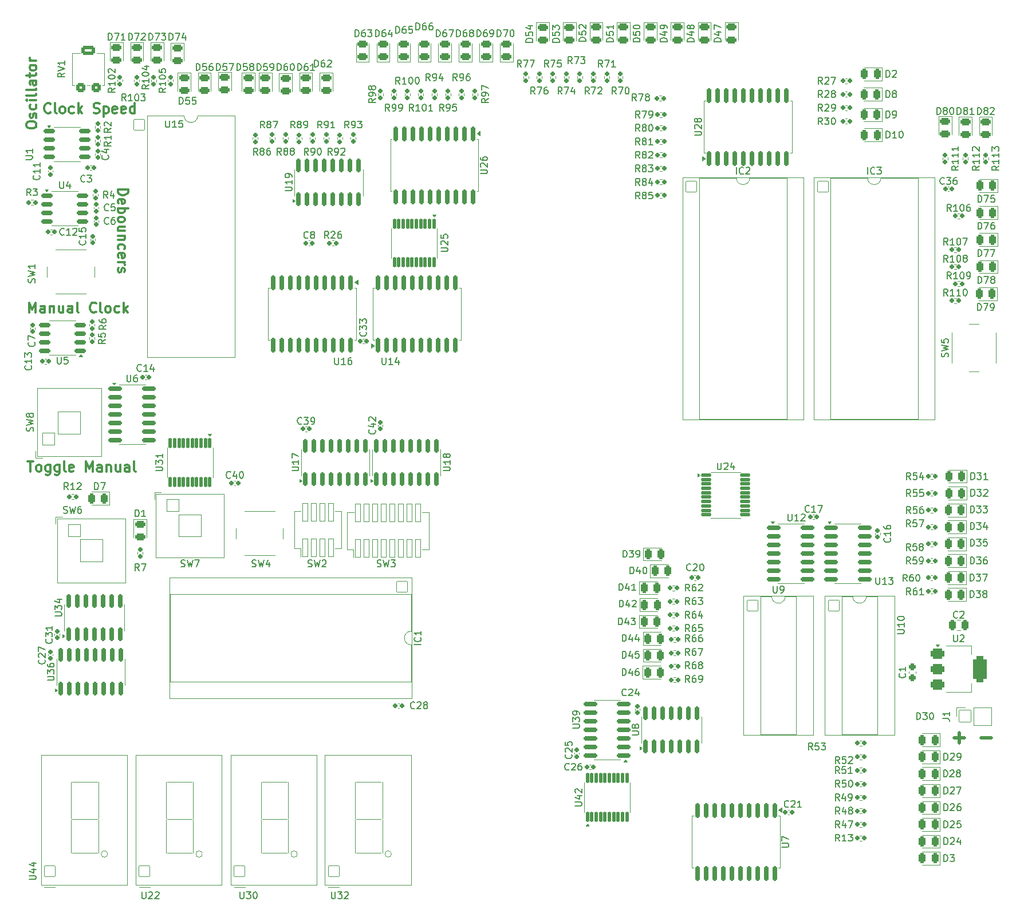
<source format=gto>
G04 #@! TF.GenerationSoftware,KiCad,Pcbnew,8.0.1*
G04 #@! TF.CreationDate,2024-05-29T20:25:03-07:00*
G04 #@! TF.ProjectId,8-Bit-Computer,382d4269-742d-4436-9f6d-70757465722e,rev?*
G04 #@! TF.SameCoordinates,Original*
G04 #@! TF.FileFunction,Legend,Top*
G04 #@! TF.FilePolarity,Positive*
%FSLAX46Y46*%
G04 Gerber Fmt 4.6, Leading zero omitted, Abs format (unit mm)*
G04 Created by KiCad (PCBNEW 8.0.1) date 2024-05-29 20:25:03*
%MOMM*%
%LPD*%
G01*
G04 APERTURE LIST*
G04 Aperture macros list*
%AMRoundRect*
0 Rectangle with rounded corners*
0 $1 Rounding radius*
0 $2 $3 $4 $5 $6 $7 $8 $9 X,Y pos of 4 corners*
0 Add a 4 corners polygon primitive as box body*
4,1,4,$2,$3,$4,$5,$6,$7,$8,$9,$2,$3,0*
0 Add four circle primitives for the rounded corners*
1,1,$1+$1,$2,$3*
1,1,$1+$1,$4,$5*
1,1,$1+$1,$6,$7*
1,1,$1+$1,$8,$9*
0 Add four rect primitives between the rounded corners*
20,1,$1+$1,$2,$3,$4,$5,0*
20,1,$1+$1,$4,$5,$6,$7,0*
20,1,$1+$1,$6,$7,$8,$9,0*
20,1,$1+$1,$8,$9,$2,$3,0*%
G04 Aperture macros list end*
%ADD10C,0.300000*%
%ADD11C,0.500000*%
%ADD12C,0.150000*%
%ADD13C,0.120000*%
%ADD14RoundRect,0.154000X0.154000X0.204000X-0.154000X0.204000X-0.154000X-0.204000X0.154000X-0.204000X0*%
%ADD15RoundRect,0.262750X-0.475250X0.262750X-0.475250X-0.262750X0.475250X-0.262750X0.475250X0.262750X0*%
%ADD16RoundRect,0.154000X-0.204000X0.154000X-0.204000X-0.154000X0.204000X-0.154000X0.204000X0.154000X0*%
%ADD17RoundRect,0.169000X-0.844000X-0.169000X0.844000X-0.169000X0.844000X0.169000X-0.844000X0.169000X0*%
%ADD18RoundRect,0.262750X-0.262750X-0.475250X0.262750X-0.475250X0.262750X0.475250X-0.262750X0.475250X0*%
%ADD19C,2.076000*%
%ADD20RoundRect,0.159000X-0.189000X0.159000X-0.189000X-0.159000X0.189000X-0.159000X0.189000X0.159000X0*%
%ADD21RoundRect,0.038000X-0.800000X-0.800000X0.800000X-0.800000X0.800000X0.800000X-0.800000X0.800000X0*%
%ADD22O,1.676000X1.676000*%
%ADD23RoundRect,0.154000X-0.154000X-0.204000X0.154000X-0.204000X0.154000X0.204000X-0.154000X0.204000X0*%
%ADD24RoundRect,0.169000X0.694000X0.169000X-0.694000X0.169000X-0.694000X-0.169000X0.694000X-0.169000X0*%
%ADD25RoundRect,0.262750X0.262750X0.475250X-0.262750X0.475250X-0.262750X-0.475250X0.262750X-0.475250X0*%
%ADD26C,1.676000*%
%ADD27RoundRect,0.169000X0.169000X-0.844000X0.169000X0.844000X-0.169000X0.844000X-0.169000X-0.844000X0*%
%ADD28RoundRect,0.154000X0.204000X-0.154000X0.204000X0.154000X-0.204000X0.154000X-0.204000X-0.154000X0*%
%ADD29RoundRect,0.119000X-0.656500X-0.119000X0.656500X-0.119000X0.656500X0.119000X-0.656500X0.119000X0*%
%ADD30RoundRect,0.169000X0.169000X-0.894000X0.169000X0.894000X-0.169000X0.894000X-0.169000X-0.894000X0*%
%ADD31RoundRect,0.262750X0.475250X-0.262750X0.475250X0.262750X-0.475250X0.262750X-0.475250X-0.262750X0*%
%ADD32RoundRect,0.038000X0.380000X-1.325000X0.380000X1.325000X-0.380000X1.325000X-0.380000X-1.325000X0*%
%ADD33RoundRect,0.159000X0.189000X-0.159000X0.189000X0.159000X-0.189000X0.159000X-0.189000X-0.159000X0*%
%ADD34RoundRect,0.038000X0.850000X-0.850000X0.850000X0.850000X-0.850000X0.850000X-0.850000X-0.850000X0*%
%ADD35O,1.776000X1.776000*%
%ADD36RoundRect,0.119000X-0.119000X0.656500X-0.119000X-0.656500X0.119000X-0.656500X0.119000X0.656500X0*%
%ADD37RoundRect,0.159000X-0.159000X-0.189000X0.159000X-0.189000X0.159000X0.189000X-0.159000X0.189000X0*%
%ADD38RoundRect,0.038000X-0.900000X-0.900000X0.900000X-0.900000X0.900000X0.900000X-0.900000X0.900000X0*%
%ADD39C,1.876000*%
%ADD40RoundRect,0.169000X0.844000X0.169000X-0.844000X0.169000X-0.844000X-0.169000X0.844000X-0.169000X0*%
%ADD41RoundRect,0.169000X-0.169000X0.894000X-0.169000X-0.894000X0.169000X-0.894000X0.169000X0.894000X0*%
%ADD42RoundRect,0.159000X0.159000X0.189000X-0.159000X0.189000X-0.159000X-0.189000X0.159000X-0.189000X0*%
%ADD43RoundRect,0.038000X-0.800000X0.800000X-0.800000X-0.800000X0.800000X-0.800000X0.800000X0.800000X0*%
%ADD44RoundRect,0.038000X0.900000X-0.900000X0.900000X0.900000X-0.900000X0.900000X-0.900000X-0.900000X0*%
%ADD45RoundRect,0.244000X0.269000X-0.244000X0.269000X0.244000X-0.269000X0.244000X-0.269000X-0.244000X0*%
%ADD46RoundRect,0.394000X-0.644000X-0.394000X0.644000X-0.394000X0.644000X0.394000X-0.644000X0.394000X0*%
%ADD47RoundRect,0.519000X-0.519000X-1.419000X0.519000X-1.419000X0.519000X1.419000X-0.519000X1.419000X0*%
%ADD48RoundRect,0.169000X-0.694000X-0.169000X0.694000X-0.169000X0.694000X0.169000X-0.694000X0.169000X0*%
%ADD49RoundRect,0.269000X0.269000X0.494000X-0.269000X0.494000X-0.269000X-0.494000X0.269000X-0.494000X0*%
%ADD50RoundRect,0.119000X0.119000X-0.656500X0.119000X0.656500X-0.119000X0.656500X-0.119000X-0.656500X0*%
%ADD51RoundRect,0.264615X0.423385X0.423385X-0.423385X0.423385X-0.423385X-0.423385X0.423385X-0.423385X0*%
%ADD52RoundRect,0.264615X0.773385X0.423385X-0.773385X0.423385X-0.773385X-0.423385X0.773385X-0.423385X0*%
G04 APERTURE END LIST*
D10*
X30054510Y-80300828D02*
X30054510Y-78800828D01*
X30054510Y-78800828D02*
X30554510Y-79872257D01*
X30554510Y-79872257D02*
X31054510Y-78800828D01*
X31054510Y-78800828D02*
X31054510Y-80300828D01*
X32411654Y-80300828D02*
X32411654Y-79515114D01*
X32411654Y-79515114D02*
X32340225Y-79372257D01*
X32340225Y-79372257D02*
X32197368Y-79300828D01*
X32197368Y-79300828D02*
X31911654Y-79300828D01*
X31911654Y-79300828D02*
X31768796Y-79372257D01*
X32411654Y-80229400D02*
X32268796Y-80300828D01*
X32268796Y-80300828D02*
X31911654Y-80300828D01*
X31911654Y-80300828D02*
X31768796Y-80229400D01*
X31768796Y-80229400D02*
X31697368Y-80086542D01*
X31697368Y-80086542D02*
X31697368Y-79943685D01*
X31697368Y-79943685D02*
X31768796Y-79800828D01*
X31768796Y-79800828D02*
X31911654Y-79729400D01*
X31911654Y-79729400D02*
X32268796Y-79729400D01*
X32268796Y-79729400D02*
X32411654Y-79657971D01*
X33125939Y-79300828D02*
X33125939Y-80300828D01*
X33125939Y-79443685D02*
X33197368Y-79372257D01*
X33197368Y-79372257D02*
X33340225Y-79300828D01*
X33340225Y-79300828D02*
X33554511Y-79300828D01*
X33554511Y-79300828D02*
X33697368Y-79372257D01*
X33697368Y-79372257D02*
X33768797Y-79515114D01*
X33768797Y-79515114D02*
X33768797Y-80300828D01*
X35125940Y-79300828D02*
X35125940Y-80300828D01*
X34483082Y-79300828D02*
X34483082Y-80086542D01*
X34483082Y-80086542D02*
X34554511Y-80229400D01*
X34554511Y-80229400D02*
X34697368Y-80300828D01*
X34697368Y-80300828D02*
X34911654Y-80300828D01*
X34911654Y-80300828D02*
X35054511Y-80229400D01*
X35054511Y-80229400D02*
X35125940Y-80157971D01*
X36483083Y-80300828D02*
X36483083Y-79515114D01*
X36483083Y-79515114D02*
X36411654Y-79372257D01*
X36411654Y-79372257D02*
X36268797Y-79300828D01*
X36268797Y-79300828D02*
X35983083Y-79300828D01*
X35983083Y-79300828D02*
X35840225Y-79372257D01*
X36483083Y-80229400D02*
X36340225Y-80300828D01*
X36340225Y-80300828D02*
X35983083Y-80300828D01*
X35983083Y-80300828D02*
X35840225Y-80229400D01*
X35840225Y-80229400D02*
X35768797Y-80086542D01*
X35768797Y-80086542D02*
X35768797Y-79943685D01*
X35768797Y-79943685D02*
X35840225Y-79800828D01*
X35840225Y-79800828D02*
X35983083Y-79729400D01*
X35983083Y-79729400D02*
X36340225Y-79729400D01*
X36340225Y-79729400D02*
X36483083Y-79657971D01*
X37411654Y-80300828D02*
X37268797Y-80229400D01*
X37268797Y-80229400D02*
X37197368Y-80086542D01*
X37197368Y-80086542D02*
X37197368Y-78800828D01*
X39983082Y-80157971D02*
X39911654Y-80229400D01*
X39911654Y-80229400D02*
X39697368Y-80300828D01*
X39697368Y-80300828D02*
X39554511Y-80300828D01*
X39554511Y-80300828D02*
X39340225Y-80229400D01*
X39340225Y-80229400D02*
X39197368Y-80086542D01*
X39197368Y-80086542D02*
X39125939Y-79943685D01*
X39125939Y-79943685D02*
X39054511Y-79657971D01*
X39054511Y-79657971D02*
X39054511Y-79443685D01*
X39054511Y-79443685D02*
X39125939Y-79157971D01*
X39125939Y-79157971D02*
X39197368Y-79015114D01*
X39197368Y-79015114D02*
X39340225Y-78872257D01*
X39340225Y-78872257D02*
X39554511Y-78800828D01*
X39554511Y-78800828D02*
X39697368Y-78800828D01*
X39697368Y-78800828D02*
X39911654Y-78872257D01*
X39911654Y-78872257D02*
X39983082Y-78943685D01*
X40840225Y-80300828D02*
X40697368Y-80229400D01*
X40697368Y-80229400D02*
X40625939Y-80086542D01*
X40625939Y-80086542D02*
X40625939Y-78800828D01*
X41625939Y-80300828D02*
X41483082Y-80229400D01*
X41483082Y-80229400D02*
X41411653Y-80157971D01*
X41411653Y-80157971D02*
X41340225Y-80015114D01*
X41340225Y-80015114D02*
X41340225Y-79586542D01*
X41340225Y-79586542D02*
X41411653Y-79443685D01*
X41411653Y-79443685D02*
X41483082Y-79372257D01*
X41483082Y-79372257D02*
X41625939Y-79300828D01*
X41625939Y-79300828D02*
X41840225Y-79300828D01*
X41840225Y-79300828D02*
X41983082Y-79372257D01*
X41983082Y-79372257D02*
X42054511Y-79443685D01*
X42054511Y-79443685D02*
X42125939Y-79586542D01*
X42125939Y-79586542D02*
X42125939Y-80015114D01*
X42125939Y-80015114D02*
X42054511Y-80157971D01*
X42054511Y-80157971D02*
X41983082Y-80229400D01*
X41983082Y-80229400D02*
X41840225Y-80300828D01*
X41840225Y-80300828D02*
X41625939Y-80300828D01*
X43411654Y-80229400D02*
X43268796Y-80300828D01*
X43268796Y-80300828D02*
X42983082Y-80300828D01*
X42983082Y-80300828D02*
X42840225Y-80229400D01*
X42840225Y-80229400D02*
X42768796Y-80157971D01*
X42768796Y-80157971D02*
X42697368Y-80015114D01*
X42697368Y-80015114D02*
X42697368Y-79586542D01*
X42697368Y-79586542D02*
X42768796Y-79443685D01*
X42768796Y-79443685D02*
X42840225Y-79372257D01*
X42840225Y-79372257D02*
X42983082Y-79300828D01*
X42983082Y-79300828D02*
X43268796Y-79300828D01*
X43268796Y-79300828D02*
X43411654Y-79372257D01*
X44054510Y-80300828D02*
X44054510Y-78800828D01*
X44197368Y-79729400D02*
X44625939Y-80300828D01*
X44625939Y-79300828D02*
X44054510Y-79872257D01*
X29840225Y-102300828D02*
X30697368Y-102300828D01*
X30268796Y-103800828D02*
X30268796Y-102300828D01*
X31411653Y-103800828D02*
X31268796Y-103729400D01*
X31268796Y-103729400D02*
X31197367Y-103657971D01*
X31197367Y-103657971D02*
X31125939Y-103515114D01*
X31125939Y-103515114D02*
X31125939Y-103086542D01*
X31125939Y-103086542D02*
X31197367Y-102943685D01*
X31197367Y-102943685D02*
X31268796Y-102872257D01*
X31268796Y-102872257D02*
X31411653Y-102800828D01*
X31411653Y-102800828D02*
X31625939Y-102800828D01*
X31625939Y-102800828D02*
X31768796Y-102872257D01*
X31768796Y-102872257D02*
X31840225Y-102943685D01*
X31840225Y-102943685D02*
X31911653Y-103086542D01*
X31911653Y-103086542D02*
X31911653Y-103515114D01*
X31911653Y-103515114D02*
X31840225Y-103657971D01*
X31840225Y-103657971D02*
X31768796Y-103729400D01*
X31768796Y-103729400D02*
X31625939Y-103800828D01*
X31625939Y-103800828D02*
X31411653Y-103800828D01*
X33197368Y-102800828D02*
X33197368Y-104015114D01*
X33197368Y-104015114D02*
X33125939Y-104157971D01*
X33125939Y-104157971D02*
X33054510Y-104229400D01*
X33054510Y-104229400D02*
X32911653Y-104300828D01*
X32911653Y-104300828D02*
X32697368Y-104300828D01*
X32697368Y-104300828D02*
X32554510Y-104229400D01*
X33197368Y-103729400D02*
X33054510Y-103800828D01*
X33054510Y-103800828D02*
X32768796Y-103800828D01*
X32768796Y-103800828D02*
X32625939Y-103729400D01*
X32625939Y-103729400D02*
X32554510Y-103657971D01*
X32554510Y-103657971D02*
X32483082Y-103515114D01*
X32483082Y-103515114D02*
X32483082Y-103086542D01*
X32483082Y-103086542D02*
X32554510Y-102943685D01*
X32554510Y-102943685D02*
X32625939Y-102872257D01*
X32625939Y-102872257D02*
X32768796Y-102800828D01*
X32768796Y-102800828D02*
X33054510Y-102800828D01*
X33054510Y-102800828D02*
X33197368Y-102872257D01*
X34554511Y-102800828D02*
X34554511Y-104015114D01*
X34554511Y-104015114D02*
X34483082Y-104157971D01*
X34483082Y-104157971D02*
X34411653Y-104229400D01*
X34411653Y-104229400D02*
X34268796Y-104300828D01*
X34268796Y-104300828D02*
X34054511Y-104300828D01*
X34054511Y-104300828D02*
X33911653Y-104229400D01*
X34554511Y-103729400D02*
X34411653Y-103800828D01*
X34411653Y-103800828D02*
X34125939Y-103800828D01*
X34125939Y-103800828D02*
X33983082Y-103729400D01*
X33983082Y-103729400D02*
X33911653Y-103657971D01*
X33911653Y-103657971D02*
X33840225Y-103515114D01*
X33840225Y-103515114D02*
X33840225Y-103086542D01*
X33840225Y-103086542D02*
X33911653Y-102943685D01*
X33911653Y-102943685D02*
X33983082Y-102872257D01*
X33983082Y-102872257D02*
X34125939Y-102800828D01*
X34125939Y-102800828D02*
X34411653Y-102800828D01*
X34411653Y-102800828D02*
X34554511Y-102872257D01*
X35483082Y-103800828D02*
X35340225Y-103729400D01*
X35340225Y-103729400D02*
X35268796Y-103586542D01*
X35268796Y-103586542D02*
X35268796Y-102300828D01*
X36625939Y-103729400D02*
X36483082Y-103800828D01*
X36483082Y-103800828D02*
X36197368Y-103800828D01*
X36197368Y-103800828D02*
X36054510Y-103729400D01*
X36054510Y-103729400D02*
X35983082Y-103586542D01*
X35983082Y-103586542D02*
X35983082Y-103015114D01*
X35983082Y-103015114D02*
X36054510Y-102872257D01*
X36054510Y-102872257D02*
X36197368Y-102800828D01*
X36197368Y-102800828D02*
X36483082Y-102800828D01*
X36483082Y-102800828D02*
X36625939Y-102872257D01*
X36625939Y-102872257D02*
X36697368Y-103015114D01*
X36697368Y-103015114D02*
X36697368Y-103157971D01*
X36697368Y-103157971D02*
X35983082Y-103300828D01*
X38483081Y-103800828D02*
X38483081Y-102300828D01*
X38483081Y-102300828D02*
X38983081Y-103372257D01*
X38983081Y-103372257D02*
X39483081Y-102300828D01*
X39483081Y-102300828D02*
X39483081Y-103800828D01*
X40840225Y-103800828D02*
X40840225Y-103015114D01*
X40840225Y-103015114D02*
X40768796Y-102872257D01*
X40768796Y-102872257D02*
X40625939Y-102800828D01*
X40625939Y-102800828D02*
X40340225Y-102800828D01*
X40340225Y-102800828D02*
X40197367Y-102872257D01*
X40840225Y-103729400D02*
X40697367Y-103800828D01*
X40697367Y-103800828D02*
X40340225Y-103800828D01*
X40340225Y-103800828D02*
X40197367Y-103729400D01*
X40197367Y-103729400D02*
X40125939Y-103586542D01*
X40125939Y-103586542D02*
X40125939Y-103443685D01*
X40125939Y-103443685D02*
X40197367Y-103300828D01*
X40197367Y-103300828D02*
X40340225Y-103229400D01*
X40340225Y-103229400D02*
X40697367Y-103229400D01*
X40697367Y-103229400D02*
X40840225Y-103157971D01*
X41554510Y-102800828D02*
X41554510Y-103800828D01*
X41554510Y-102943685D02*
X41625939Y-102872257D01*
X41625939Y-102872257D02*
X41768796Y-102800828D01*
X41768796Y-102800828D02*
X41983082Y-102800828D01*
X41983082Y-102800828D02*
X42125939Y-102872257D01*
X42125939Y-102872257D02*
X42197368Y-103015114D01*
X42197368Y-103015114D02*
X42197368Y-103800828D01*
X43554511Y-102800828D02*
X43554511Y-103800828D01*
X42911653Y-102800828D02*
X42911653Y-103586542D01*
X42911653Y-103586542D02*
X42983082Y-103729400D01*
X42983082Y-103729400D02*
X43125939Y-103800828D01*
X43125939Y-103800828D02*
X43340225Y-103800828D01*
X43340225Y-103800828D02*
X43483082Y-103729400D01*
X43483082Y-103729400D02*
X43554511Y-103657971D01*
X44911654Y-103800828D02*
X44911654Y-103015114D01*
X44911654Y-103015114D02*
X44840225Y-102872257D01*
X44840225Y-102872257D02*
X44697368Y-102800828D01*
X44697368Y-102800828D02*
X44411654Y-102800828D01*
X44411654Y-102800828D02*
X44268796Y-102872257D01*
X44911654Y-103729400D02*
X44768796Y-103800828D01*
X44768796Y-103800828D02*
X44411654Y-103800828D01*
X44411654Y-103800828D02*
X44268796Y-103729400D01*
X44268796Y-103729400D02*
X44197368Y-103586542D01*
X44197368Y-103586542D02*
X44197368Y-103443685D01*
X44197368Y-103443685D02*
X44268796Y-103300828D01*
X44268796Y-103300828D02*
X44411654Y-103229400D01*
X44411654Y-103229400D02*
X44768796Y-103229400D01*
X44768796Y-103229400D02*
X44911654Y-103157971D01*
X45840225Y-103800828D02*
X45697368Y-103729400D01*
X45697368Y-103729400D02*
X45625939Y-103586542D01*
X45625939Y-103586542D02*
X45625939Y-102300828D01*
D11*
X166805137Y-143217333D02*
X168328947Y-143217333D01*
X167567042Y-143979238D02*
X167567042Y-142455428D01*
X170805137Y-143217333D02*
X172328947Y-143217333D01*
D10*
X33261653Y-50657971D02*
X33190225Y-50729400D01*
X33190225Y-50729400D02*
X32975939Y-50800828D01*
X32975939Y-50800828D02*
X32833082Y-50800828D01*
X32833082Y-50800828D02*
X32618796Y-50729400D01*
X32618796Y-50729400D02*
X32475939Y-50586542D01*
X32475939Y-50586542D02*
X32404510Y-50443685D01*
X32404510Y-50443685D02*
X32333082Y-50157971D01*
X32333082Y-50157971D02*
X32333082Y-49943685D01*
X32333082Y-49943685D02*
X32404510Y-49657971D01*
X32404510Y-49657971D02*
X32475939Y-49515114D01*
X32475939Y-49515114D02*
X32618796Y-49372257D01*
X32618796Y-49372257D02*
X32833082Y-49300828D01*
X32833082Y-49300828D02*
X32975939Y-49300828D01*
X32975939Y-49300828D02*
X33190225Y-49372257D01*
X33190225Y-49372257D02*
X33261653Y-49443685D01*
X34118796Y-50800828D02*
X33975939Y-50729400D01*
X33975939Y-50729400D02*
X33904510Y-50586542D01*
X33904510Y-50586542D02*
X33904510Y-49300828D01*
X34904510Y-50800828D02*
X34761653Y-50729400D01*
X34761653Y-50729400D02*
X34690224Y-50657971D01*
X34690224Y-50657971D02*
X34618796Y-50515114D01*
X34618796Y-50515114D02*
X34618796Y-50086542D01*
X34618796Y-50086542D02*
X34690224Y-49943685D01*
X34690224Y-49943685D02*
X34761653Y-49872257D01*
X34761653Y-49872257D02*
X34904510Y-49800828D01*
X34904510Y-49800828D02*
X35118796Y-49800828D01*
X35118796Y-49800828D02*
X35261653Y-49872257D01*
X35261653Y-49872257D02*
X35333082Y-49943685D01*
X35333082Y-49943685D02*
X35404510Y-50086542D01*
X35404510Y-50086542D02*
X35404510Y-50515114D01*
X35404510Y-50515114D02*
X35333082Y-50657971D01*
X35333082Y-50657971D02*
X35261653Y-50729400D01*
X35261653Y-50729400D02*
X35118796Y-50800828D01*
X35118796Y-50800828D02*
X34904510Y-50800828D01*
X36690225Y-50729400D02*
X36547367Y-50800828D01*
X36547367Y-50800828D02*
X36261653Y-50800828D01*
X36261653Y-50800828D02*
X36118796Y-50729400D01*
X36118796Y-50729400D02*
X36047367Y-50657971D01*
X36047367Y-50657971D02*
X35975939Y-50515114D01*
X35975939Y-50515114D02*
X35975939Y-50086542D01*
X35975939Y-50086542D02*
X36047367Y-49943685D01*
X36047367Y-49943685D02*
X36118796Y-49872257D01*
X36118796Y-49872257D02*
X36261653Y-49800828D01*
X36261653Y-49800828D02*
X36547367Y-49800828D01*
X36547367Y-49800828D02*
X36690225Y-49872257D01*
X37333081Y-50800828D02*
X37333081Y-49300828D01*
X37475939Y-50229400D02*
X37904510Y-50800828D01*
X37904510Y-49800828D02*
X37333081Y-50372257D01*
X39618796Y-50729400D02*
X39833082Y-50800828D01*
X39833082Y-50800828D02*
X40190224Y-50800828D01*
X40190224Y-50800828D02*
X40333082Y-50729400D01*
X40333082Y-50729400D02*
X40404510Y-50657971D01*
X40404510Y-50657971D02*
X40475939Y-50515114D01*
X40475939Y-50515114D02*
X40475939Y-50372257D01*
X40475939Y-50372257D02*
X40404510Y-50229400D01*
X40404510Y-50229400D02*
X40333082Y-50157971D01*
X40333082Y-50157971D02*
X40190224Y-50086542D01*
X40190224Y-50086542D02*
X39904510Y-50015114D01*
X39904510Y-50015114D02*
X39761653Y-49943685D01*
X39761653Y-49943685D02*
X39690224Y-49872257D01*
X39690224Y-49872257D02*
X39618796Y-49729400D01*
X39618796Y-49729400D02*
X39618796Y-49586542D01*
X39618796Y-49586542D02*
X39690224Y-49443685D01*
X39690224Y-49443685D02*
X39761653Y-49372257D01*
X39761653Y-49372257D02*
X39904510Y-49300828D01*
X39904510Y-49300828D02*
X40261653Y-49300828D01*
X40261653Y-49300828D02*
X40475939Y-49372257D01*
X41118795Y-49800828D02*
X41118795Y-51300828D01*
X41118795Y-49872257D02*
X41261653Y-49800828D01*
X41261653Y-49800828D02*
X41547367Y-49800828D01*
X41547367Y-49800828D02*
X41690224Y-49872257D01*
X41690224Y-49872257D02*
X41761653Y-49943685D01*
X41761653Y-49943685D02*
X41833081Y-50086542D01*
X41833081Y-50086542D02*
X41833081Y-50515114D01*
X41833081Y-50515114D02*
X41761653Y-50657971D01*
X41761653Y-50657971D02*
X41690224Y-50729400D01*
X41690224Y-50729400D02*
X41547367Y-50800828D01*
X41547367Y-50800828D02*
X41261653Y-50800828D01*
X41261653Y-50800828D02*
X41118795Y-50729400D01*
X43047367Y-50729400D02*
X42904510Y-50800828D01*
X42904510Y-50800828D02*
X42618796Y-50800828D01*
X42618796Y-50800828D02*
X42475938Y-50729400D01*
X42475938Y-50729400D02*
X42404510Y-50586542D01*
X42404510Y-50586542D02*
X42404510Y-50015114D01*
X42404510Y-50015114D02*
X42475938Y-49872257D01*
X42475938Y-49872257D02*
X42618796Y-49800828D01*
X42618796Y-49800828D02*
X42904510Y-49800828D01*
X42904510Y-49800828D02*
X43047367Y-49872257D01*
X43047367Y-49872257D02*
X43118796Y-50015114D01*
X43118796Y-50015114D02*
X43118796Y-50157971D01*
X43118796Y-50157971D02*
X42404510Y-50300828D01*
X44333081Y-50729400D02*
X44190224Y-50800828D01*
X44190224Y-50800828D02*
X43904510Y-50800828D01*
X43904510Y-50800828D02*
X43761652Y-50729400D01*
X43761652Y-50729400D02*
X43690224Y-50586542D01*
X43690224Y-50586542D02*
X43690224Y-50015114D01*
X43690224Y-50015114D02*
X43761652Y-49872257D01*
X43761652Y-49872257D02*
X43904510Y-49800828D01*
X43904510Y-49800828D02*
X44190224Y-49800828D01*
X44190224Y-49800828D02*
X44333081Y-49872257D01*
X44333081Y-49872257D02*
X44404510Y-50015114D01*
X44404510Y-50015114D02*
X44404510Y-50157971D01*
X44404510Y-50157971D02*
X43690224Y-50300828D01*
X45690224Y-50800828D02*
X45690224Y-49300828D01*
X45690224Y-50729400D02*
X45547366Y-50800828D01*
X45547366Y-50800828D02*
X45261652Y-50800828D01*
X45261652Y-50800828D02*
X45118795Y-50729400D01*
X45118795Y-50729400D02*
X45047366Y-50657971D01*
X45047366Y-50657971D02*
X44975938Y-50515114D01*
X44975938Y-50515114D02*
X44975938Y-50086542D01*
X44975938Y-50086542D02*
X45047366Y-49943685D01*
X45047366Y-49943685D02*
X45118795Y-49872257D01*
X45118795Y-49872257D02*
X45261652Y-49800828D01*
X45261652Y-49800828D02*
X45547366Y-49800828D01*
X45547366Y-49800828D02*
X45690224Y-49872257D01*
X43199171Y-62054510D02*
X44699171Y-62054510D01*
X44699171Y-62054510D02*
X44699171Y-62411653D01*
X44699171Y-62411653D02*
X44627742Y-62625939D01*
X44627742Y-62625939D02*
X44484885Y-62768796D01*
X44484885Y-62768796D02*
X44342028Y-62840225D01*
X44342028Y-62840225D02*
X44056314Y-62911653D01*
X44056314Y-62911653D02*
X43842028Y-62911653D01*
X43842028Y-62911653D02*
X43556314Y-62840225D01*
X43556314Y-62840225D02*
X43413457Y-62768796D01*
X43413457Y-62768796D02*
X43270600Y-62625939D01*
X43270600Y-62625939D02*
X43199171Y-62411653D01*
X43199171Y-62411653D02*
X43199171Y-62054510D01*
X43270600Y-64125939D02*
X43199171Y-63983082D01*
X43199171Y-63983082D02*
X43199171Y-63697368D01*
X43199171Y-63697368D02*
X43270600Y-63554510D01*
X43270600Y-63554510D02*
X43413457Y-63483082D01*
X43413457Y-63483082D02*
X43984885Y-63483082D01*
X43984885Y-63483082D02*
X44127742Y-63554510D01*
X44127742Y-63554510D02*
X44199171Y-63697368D01*
X44199171Y-63697368D02*
X44199171Y-63983082D01*
X44199171Y-63983082D02*
X44127742Y-64125939D01*
X44127742Y-64125939D02*
X43984885Y-64197368D01*
X43984885Y-64197368D02*
X43842028Y-64197368D01*
X43842028Y-64197368D02*
X43699171Y-63483082D01*
X43199171Y-64840224D02*
X44699171Y-64840224D01*
X44127742Y-64840224D02*
X44199171Y-64983082D01*
X44199171Y-64983082D02*
X44199171Y-65268796D01*
X44199171Y-65268796D02*
X44127742Y-65411653D01*
X44127742Y-65411653D02*
X44056314Y-65483082D01*
X44056314Y-65483082D02*
X43913457Y-65554510D01*
X43913457Y-65554510D02*
X43484885Y-65554510D01*
X43484885Y-65554510D02*
X43342028Y-65483082D01*
X43342028Y-65483082D02*
X43270600Y-65411653D01*
X43270600Y-65411653D02*
X43199171Y-65268796D01*
X43199171Y-65268796D02*
X43199171Y-64983082D01*
X43199171Y-64983082D02*
X43270600Y-64840224D01*
X43199171Y-66411653D02*
X43270600Y-66268796D01*
X43270600Y-66268796D02*
X43342028Y-66197367D01*
X43342028Y-66197367D02*
X43484885Y-66125939D01*
X43484885Y-66125939D02*
X43913457Y-66125939D01*
X43913457Y-66125939D02*
X44056314Y-66197367D01*
X44056314Y-66197367D02*
X44127742Y-66268796D01*
X44127742Y-66268796D02*
X44199171Y-66411653D01*
X44199171Y-66411653D02*
X44199171Y-66625939D01*
X44199171Y-66625939D02*
X44127742Y-66768796D01*
X44127742Y-66768796D02*
X44056314Y-66840225D01*
X44056314Y-66840225D02*
X43913457Y-66911653D01*
X43913457Y-66911653D02*
X43484885Y-66911653D01*
X43484885Y-66911653D02*
X43342028Y-66840225D01*
X43342028Y-66840225D02*
X43270600Y-66768796D01*
X43270600Y-66768796D02*
X43199171Y-66625939D01*
X43199171Y-66625939D02*
X43199171Y-66411653D01*
X44199171Y-68197368D02*
X43199171Y-68197368D01*
X44199171Y-67554510D02*
X43413457Y-67554510D01*
X43413457Y-67554510D02*
X43270600Y-67625939D01*
X43270600Y-67625939D02*
X43199171Y-67768796D01*
X43199171Y-67768796D02*
X43199171Y-67983082D01*
X43199171Y-67983082D02*
X43270600Y-68125939D01*
X43270600Y-68125939D02*
X43342028Y-68197368D01*
X44199171Y-68911653D02*
X43199171Y-68911653D01*
X44056314Y-68911653D02*
X44127742Y-68983082D01*
X44127742Y-68983082D02*
X44199171Y-69125939D01*
X44199171Y-69125939D02*
X44199171Y-69340225D01*
X44199171Y-69340225D02*
X44127742Y-69483082D01*
X44127742Y-69483082D02*
X43984885Y-69554511D01*
X43984885Y-69554511D02*
X43199171Y-69554511D01*
X43270600Y-70911654D02*
X43199171Y-70768796D01*
X43199171Y-70768796D02*
X43199171Y-70483082D01*
X43199171Y-70483082D02*
X43270600Y-70340225D01*
X43270600Y-70340225D02*
X43342028Y-70268796D01*
X43342028Y-70268796D02*
X43484885Y-70197368D01*
X43484885Y-70197368D02*
X43913457Y-70197368D01*
X43913457Y-70197368D02*
X44056314Y-70268796D01*
X44056314Y-70268796D02*
X44127742Y-70340225D01*
X44127742Y-70340225D02*
X44199171Y-70483082D01*
X44199171Y-70483082D02*
X44199171Y-70768796D01*
X44199171Y-70768796D02*
X44127742Y-70911654D01*
X43270600Y-72125939D02*
X43199171Y-71983082D01*
X43199171Y-71983082D02*
X43199171Y-71697368D01*
X43199171Y-71697368D02*
X43270600Y-71554510D01*
X43270600Y-71554510D02*
X43413457Y-71483082D01*
X43413457Y-71483082D02*
X43984885Y-71483082D01*
X43984885Y-71483082D02*
X44127742Y-71554510D01*
X44127742Y-71554510D02*
X44199171Y-71697368D01*
X44199171Y-71697368D02*
X44199171Y-71983082D01*
X44199171Y-71983082D02*
X44127742Y-72125939D01*
X44127742Y-72125939D02*
X43984885Y-72197368D01*
X43984885Y-72197368D02*
X43842028Y-72197368D01*
X43842028Y-72197368D02*
X43699171Y-71483082D01*
X43199171Y-72840224D02*
X44199171Y-72840224D01*
X43913457Y-72840224D02*
X44056314Y-72911653D01*
X44056314Y-72911653D02*
X44127742Y-72983082D01*
X44127742Y-72983082D02*
X44199171Y-73125939D01*
X44199171Y-73125939D02*
X44199171Y-73268796D01*
X43270600Y-73697367D02*
X43199171Y-73840224D01*
X43199171Y-73840224D02*
X43199171Y-74125938D01*
X43199171Y-74125938D02*
X43270600Y-74268795D01*
X43270600Y-74268795D02*
X43413457Y-74340224D01*
X43413457Y-74340224D02*
X43484885Y-74340224D01*
X43484885Y-74340224D02*
X43627742Y-74268795D01*
X43627742Y-74268795D02*
X43699171Y-74125938D01*
X43699171Y-74125938D02*
X43699171Y-73911653D01*
X43699171Y-73911653D02*
X43770600Y-73768795D01*
X43770600Y-73768795D02*
X43913457Y-73697367D01*
X43913457Y-73697367D02*
X43984885Y-73697367D01*
X43984885Y-73697367D02*
X44127742Y-73768795D01*
X44127742Y-73768795D02*
X44199171Y-73911653D01*
X44199171Y-73911653D02*
X44199171Y-74125938D01*
X44199171Y-74125938D02*
X44127742Y-74268795D01*
X29650828Y-52659774D02*
X29650828Y-52374060D01*
X29650828Y-52374060D02*
X29722257Y-52231203D01*
X29722257Y-52231203D02*
X29865114Y-52088346D01*
X29865114Y-52088346D02*
X30150828Y-52016917D01*
X30150828Y-52016917D02*
X30650828Y-52016917D01*
X30650828Y-52016917D02*
X30936542Y-52088346D01*
X30936542Y-52088346D02*
X31079400Y-52231203D01*
X31079400Y-52231203D02*
X31150828Y-52374060D01*
X31150828Y-52374060D02*
X31150828Y-52659774D01*
X31150828Y-52659774D02*
X31079400Y-52802632D01*
X31079400Y-52802632D02*
X30936542Y-52945489D01*
X30936542Y-52945489D02*
X30650828Y-53016917D01*
X30650828Y-53016917D02*
X30150828Y-53016917D01*
X30150828Y-53016917D02*
X29865114Y-52945489D01*
X29865114Y-52945489D02*
X29722257Y-52802632D01*
X29722257Y-52802632D02*
X29650828Y-52659774D01*
X31079400Y-51445488D02*
X31150828Y-51302631D01*
X31150828Y-51302631D02*
X31150828Y-51016917D01*
X31150828Y-51016917D02*
X31079400Y-50874060D01*
X31079400Y-50874060D02*
X30936542Y-50802631D01*
X30936542Y-50802631D02*
X30865114Y-50802631D01*
X30865114Y-50802631D02*
X30722257Y-50874060D01*
X30722257Y-50874060D02*
X30650828Y-51016917D01*
X30650828Y-51016917D02*
X30650828Y-51231203D01*
X30650828Y-51231203D02*
X30579400Y-51374060D01*
X30579400Y-51374060D02*
X30436542Y-51445488D01*
X30436542Y-51445488D02*
X30365114Y-51445488D01*
X30365114Y-51445488D02*
X30222257Y-51374060D01*
X30222257Y-51374060D02*
X30150828Y-51231203D01*
X30150828Y-51231203D02*
X30150828Y-51016917D01*
X30150828Y-51016917D02*
X30222257Y-50874060D01*
X31079400Y-49516917D02*
X31150828Y-49659774D01*
X31150828Y-49659774D02*
X31150828Y-49945488D01*
X31150828Y-49945488D02*
X31079400Y-50088345D01*
X31079400Y-50088345D02*
X31007971Y-50159774D01*
X31007971Y-50159774D02*
X30865114Y-50231202D01*
X30865114Y-50231202D02*
X30436542Y-50231202D01*
X30436542Y-50231202D02*
X30293685Y-50159774D01*
X30293685Y-50159774D02*
X30222257Y-50088345D01*
X30222257Y-50088345D02*
X30150828Y-49945488D01*
X30150828Y-49945488D02*
X30150828Y-49659774D01*
X30150828Y-49659774D02*
X30222257Y-49516917D01*
X31150828Y-48874060D02*
X30150828Y-48874060D01*
X29650828Y-48874060D02*
X29722257Y-48945488D01*
X29722257Y-48945488D02*
X29793685Y-48874060D01*
X29793685Y-48874060D02*
X29722257Y-48802631D01*
X29722257Y-48802631D02*
X29650828Y-48874060D01*
X29650828Y-48874060D02*
X29793685Y-48874060D01*
X31150828Y-47945488D02*
X31079400Y-48088345D01*
X31079400Y-48088345D02*
X30936542Y-48159774D01*
X30936542Y-48159774D02*
X29650828Y-48159774D01*
X31150828Y-47159774D02*
X31079400Y-47302631D01*
X31079400Y-47302631D02*
X30936542Y-47374060D01*
X30936542Y-47374060D02*
X29650828Y-47374060D01*
X31150828Y-45945489D02*
X30365114Y-45945489D01*
X30365114Y-45945489D02*
X30222257Y-46016917D01*
X30222257Y-46016917D02*
X30150828Y-46159774D01*
X30150828Y-46159774D02*
X30150828Y-46445489D01*
X30150828Y-46445489D02*
X30222257Y-46588346D01*
X31079400Y-45945489D02*
X31150828Y-46088346D01*
X31150828Y-46088346D02*
X31150828Y-46445489D01*
X31150828Y-46445489D02*
X31079400Y-46588346D01*
X31079400Y-46588346D02*
X30936542Y-46659774D01*
X30936542Y-46659774D02*
X30793685Y-46659774D01*
X30793685Y-46659774D02*
X30650828Y-46588346D01*
X30650828Y-46588346D02*
X30579400Y-46445489D01*
X30579400Y-46445489D02*
X30579400Y-46088346D01*
X30579400Y-46088346D02*
X30507971Y-45945489D01*
X30150828Y-45445488D02*
X30150828Y-44874060D01*
X29650828Y-45231203D02*
X30936542Y-45231203D01*
X30936542Y-45231203D02*
X31079400Y-45159774D01*
X31079400Y-45159774D02*
X31150828Y-45016917D01*
X31150828Y-45016917D02*
X31150828Y-44874060D01*
X31150828Y-44159774D02*
X31079400Y-44302631D01*
X31079400Y-44302631D02*
X31007971Y-44374060D01*
X31007971Y-44374060D02*
X30865114Y-44445488D01*
X30865114Y-44445488D02*
X30436542Y-44445488D01*
X30436542Y-44445488D02*
X30293685Y-44374060D01*
X30293685Y-44374060D02*
X30222257Y-44302631D01*
X30222257Y-44302631D02*
X30150828Y-44159774D01*
X30150828Y-44159774D02*
X30150828Y-43945488D01*
X30150828Y-43945488D02*
X30222257Y-43802631D01*
X30222257Y-43802631D02*
X30293685Y-43731203D01*
X30293685Y-43731203D02*
X30436542Y-43659774D01*
X30436542Y-43659774D02*
X30865114Y-43659774D01*
X30865114Y-43659774D02*
X31007971Y-43731203D01*
X31007971Y-43731203D02*
X31079400Y-43802631D01*
X31079400Y-43802631D02*
X31150828Y-43945488D01*
X31150828Y-43945488D02*
X31150828Y-44159774D01*
X31150828Y-43016917D02*
X30150828Y-43016917D01*
X30436542Y-43016917D02*
X30293685Y-42945488D01*
X30293685Y-42945488D02*
X30222257Y-42874060D01*
X30222257Y-42874060D02*
X30150828Y-42731202D01*
X30150828Y-42731202D02*
X30150828Y-42588345D01*
D12*
X160397142Y-107464819D02*
X160063809Y-106988628D01*
X159825714Y-107464819D02*
X159825714Y-106464819D01*
X159825714Y-106464819D02*
X160206666Y-106464819D01*
X160206666Y-106464819D02*
X160301904Y-106512438D01*
X160301904Y-106512438D02*
X160349523Y-106560057D01*
X160349523Y-106560057D02*
X160397142Y-106655295D01*
X160397142Y-106655295D02*
X160397142Y-106798152D01*
X160397142Y-106798152D02*
X160349523Y-106893390D01*
X160349523Y-106893390D02*
X160301904Y-106941009D01*
X160301904Y-106941009D02*
X160206666Y-106988628D01*
X160206666Y-106988628D02*
X159825714Y-106988628D01*
X161301904Y-106464819D02*
X160825714Y-106464819D01*
X160825714Y-106464819D02*
X160778095Y-106941009D01*
X160778095Y-106941009D02*
X160825714Y-106893390D01*
X160825714Y-106893390D02*
X160920952Y-106845771D01*
X160920952Y-106845771D02*
X161159047Y-106845771D01*
X161159047Y-106845771D02*
X161254285Y-106893390D01*
X161254285Y-106893390D02*
X161301904Y-106941009D01*
X161301904Y-106941009D02*
X161349523Y-107036247D01*
X161349523Y-107036247D02*
X161349523Y-107274342D01*
X161349523Y-107274342D02*
X161301904Y-107369580D01*
X161301904Y-107369580D02*
X161254285Y-107417200D01*
X161254285Y-107417200D02*
X161159047Y-107464819D01*
X161159047Y-107464819D02*
X160920952Y-107464819D01*
X160920952Y-107464819D02*
X160825714Y-107417200D01*
X160825714Y-107417200D02*
X160778095Y-107369580D01*
X162254285Y-106464819D02*
X161778095Y-106464819D01*
X161778095Y-106464819D02*
X161730476Y-106941009D01*
X161730476Y-106941009D02*
X161778095Y-106893390D01*
X161778095Y-106893390D02*
X161873333Y-106845771D01*
X161873333Y-106845771D02*
X162111428Y-106845771D01*
X162111428Y-106845771D02*
X162206666Y-106893390D01*
X162206666Y-106893390D02*
X162254285Y-106941009D01*
X162254285Y-106941009D02*
X162301904Y-107036247D01*
X162301904Y-107036247D02*
X162301904Y-107274342D01*
X162301904Y-107274342D02*
X162254285Y-107369580D01*
X162254285Y-107369580D02*
X162206666Y-107417200D01*
X162206666Y-107417200D02*
X162111428Y-107464819D01*
X162111428Y-107464819D02*
X161873333Y-107464819D01*
X161873333Y-107464819D02*
X161778095Y-107417200D01*
X161778095Y-107417200D02*
X161730476Y-107369580D01*
X104534819Y-40276785D02*
X103534819Y-40276785D01*
X103534819Y-40276785D02*
X103534819Y-40038690D01*
X103534819Y-40038690D02*
X103582438Y-39895833D01*
X103582438Y-39895833D02*
X103677676Y-39800595D01*
X103677676Y-39800595D02*
X103772914Y-39752976D01*
X103772914Y-39752976D02*
X103963390Y-39705357D01*
X103963390Y-39705357D02*
X104106247Y-39705357D01*
X104106247Y-39705357D02*
X104296723Y-39752976D01*
X104296723Y-39752976D02*
X104391961Y-39800595D01*
X104391961Y-39800595D02*
X104487200Y-39895833D01*
X104487200Y-39895833D02*
X104534819Y-40038690D01*
X104534819Y-40038690D02*
X104534819Y-40276785D01*
X103534819Y-38800595D02*
X103534819Y-39276785D01*
X103534819Y-39276785D02*
X104011009Y-39324404D01*
X104011009Y-39324404D02*
X103963390Y-39276785D01*
X103963390Y-39276785D02*
X103915771Y-39181547D01*
X103915771Y-39181547D02*
X103915771Y-38943452D01*
X103915771Y-38943452D02*
X103963390Y-38848214D01*
X103963390Y-38848214D02*
X104011009Y-38800595D01*
X104011009Y-38800595D02*
X104106247Y-38752976D01*
X104106247Y-38752976D02*
X104344342Y-38752976D01*
X104344342Y-38752976D02*
X104439580Y-38800595D01*
X104439580Y-38800595D02*
X104487200Y-38848214D01*
X104487200Y-38848214D02*
X104534819Y-38943452D01*
X104534819Y-38943452D02*
X104534819Y-39181547D01*
X104534819Y-39181547D02*
X104487200Y-39276785D01*
X104487200Y-39276785D02*
X104439580Y-39324404D01*
X103868152Y-37895833D02*
X104534819Y-37895833D01*
X103487200Y-38133928D02*
X104201485Y-38372023D01*
X104201485Y-38372023D02*
X104201485Y-37752976D01*
X77357142Y-52954819D02*
X77023809Y-52478628D01*
X76785714Y-52954819D02*
X76785714Y-51954819D01*
X76785714Y-51954819D02*
X77166666Y-51954819D01*
X77166666Y-51954819D02*
X77261904Y-52002438D01*
X77261904Y-52002438D02*
X77309523Y-52050057D01*
X77309523Y-52050057D02*
X77357142Y-52145295D01*
X77357142Y-52145295D02*
X77357142Y-52288152D01*
X77357142Y-52288152D02*
X77309523Y-52383390D01*
X77309523Y-52383390D02*
X77261904Y-52431009D01*
X77261904Y-52431009D02*
X77166666Y-52478628D01*
X77166666Y-52478628D02*
X76785714Y-52478628D01*
X77833333Y-52954819D02*
X78023809Y-52954819D01*
X78023809Y-52954819D02*
X78119047Y-52907200D01*
X78119047Y-52907200D02*
X78166666Y-52859580D01*
X78166666Y-52859580D02*
X78261904Y-52716723D01*
X78261904Y-52716723D02*
X78309523Y-52526247D01*
X78309523Y-52526247D02*
X78309523Y-52145295D01*
X78309523Y-52145295D02*
X78261904Y-52050057D01*
X78261904Y-52050057D02*
X78214285Y-52002438D01*
X78214285Y-52002438D02*
X78119047Y-51954819D01*
X78119047Y-51954819D02*
X77928571Y-51954819D01*
X77928571Y-51954819D02*
X77833333Y-52002438D01*
X77833333Y-52002438D02*
X77785714Y-52050057D01*
X77785714Y-52050057D02*
X77738095Y-52145295D01*
X77738095Y-52145295D02*
X77738095Y-52383390D01*
X77738095Y-52383390D02*
X77785714Y-52478628D01*
X77785714Y-52478628D02*
X77833333Y-52526247D01*
X77833333Y-52526247D02*
X77928571Y-52573866D01*
X77928571Y-52573866D02*
X78119047Y-52573866D01*
X78119047Y-52573866D02*
X78214285Y-52526247D01*
X78214285Y-52526247D02*
X78261904Y-52478628D01*
X78261904Y-52478628D02*
X78309523Y-52383390D01*
X78642857Y-51954819D02*
X79261904Y-51954819D01*
X79261904Y-51954819D02*
X78928571Y-52335771D01*
X78928571Y-52335771D02*
X79071428Y-52335771D01*
X79071428Y-52335771D02*
X79166666Y-52383390D01*
X79166666Y-52383390D02*
X79214285Y-52431009D01*
X79214285Y-52431009D02*
X79261904Y-52526247D01*
X79261904Y-52526247D02*
X79261904Y-52764342D01*
X79261904Y-52764342D02*
X79214285Y-52859580D01*
X79214285Y-52859580D02*
X79166666Y-52907200D01*
X79166666Y-52907200D02*
X79071428Y-52954819D01*
X79071428Y-52954819D02*
X78785714Y-52954819D01*
X78785714Y-52954819D02*
X78690476Y-52907200D01*
X78690476Y-52907200D02*
X78642857Y-52859580D01*
X142261905Y-110084820D02*
X142261905Y-110894343D01*
X142261905Y-110894343D02*
X142309524Y-110989581D01*
X142309524Y-110989581D02*
X142357143Y-111037201D01*
X142357143Y-111037201D02*
X142452381Y-111084820D01*
X142452381Y-111084820D02*
X142642857Y-111084820D01*
X142642857Y-111084820D02*
X142738095Y-111037201D01*
X142738095Y-111037201D02*
X142785714Y-110989581D01*
X142785714Y-110989581D02*
X142833333Y-110894343D01*
X142833333Y-110894343D02*
X142833333Y-110084820D01*
X143833333Y-111084820D02*
X143261905Y-111084820D01*
X143547619Y-111084820D02*
X143547619Y-110084820D01*
X143547619Y-110084820D02*
X143452381Y-110227677D01*
X143452381Y-110227677D02*
X143357143Y-110322915D01*
X143357143Y-110322915D02*
X143261905Y-110370534D01*
X144214286Y-110180058D02*
X144261905Y-110132439D01*
X144261905Y-110132439D02*
X144357143Y-110084820D01*
X144357143Y-110084820D02*
X144595238Y-110084820D01*
X144595238Y-110084820D02*
X144690476Y-110132439D01*
X144690476Y-110132439D02*
X144738095Y-110180058D01*
X144738095Y-110180058D02*
X144785714Y-110275296D01*
X144785714Y-110275296D02*
X144785714Y-110370534D01*
X144785714Y-110370534D02*
X144738095Y-110513391D01*
X144738095Y-110513391D02*
X144166667Y-111084820D01*
X144166667Y-111084820D02*
X144785714Y-111084820D01*
X44785714Y-39954819D02*
X44785714Y-38954819D01*
X44785714Y-38954819D02*
X45023809Y-38954819D01*
X45023809Y-38954819D02*
X45166666Y-39002438D01*
X45166666Y-39002438D02*
X45261904Y-39097676D01*
X45261904Y-39097676D02*
X45309523Y-39192914D01*
X45309523Y-39192914D02*
X45357142Y-39383390D01*
X45357142Y-39383390D02*
X45357142Y-39526247D01*
X45357142Y-39526247D02*
X45309523Y-39716723D01*
X45309523Y-39716723D02*
X45261904Y-39811961D01*
X45261904Y-39811961D02*
X45166666Y-39907200D01*
X45166666Y-39907200D02*
X45023809Y-39954819D01*
X45023809Y-39954819D02*
X44785714Y-39954819D01*
X45690476Y-38954819D02*
X46357142Y-38954819D01*
X46357142Y-38954819D02*
X45928571Y-39954819D01*
X46690476Y-39050057D02*
X46738095Y-39002438D01*
X46738095Y-39002438D02*
X46833333Y-38954819D01*
X46833333Y-38954819D02*
X47071428Y-38954819D01*
X47071428Y-38954819D02*
X47166666Y-39002438D01*
X47166666Y-39002438D02*
X47214285Y-39050057D01*
X47214285Y-39050057D02*
X47261904Y-39145295D01*
X47261904Y-39145295D02*
X47261904Y-39240533D01*
X47261904Y-39240533D02*
X47214285Y-39383390D01*
X47214285Y-39383390D02*
X46642857Y-39954819D01*
X46642857Y-39954819D02*
X47261904Y-39954819D01*
X117285714Y-121374819D02*
X117285714Y-120374819D01*
X117285714Y-120374819D02*
X117523809Y-120374819D01*
X117523809Y-120374819D02*
X117666666Y-120422438D01*
X117666666Y-120422438D02*
X117761904Y-120517676D01*
X117761904Y-120517676D02*
X117809523Y-120612914D01*
X117809523Y-120612914D02*
X117857142Y-120803390D01*
X117857142Y-120803390D02*
X117857142Y-120946247D01*
X117857142Y-120946247D02*
X117809523Y-121136723D01*
X117809523Y-121136723D02*
X117761904Y-121231961D01*
X117761904Y-121231961D02*
X117666666Y-121327200D01*
X117666666Y-121327200D02*
X117523809Y-121374819D01*
X117523809Y-121374819D02*
X117285714Y-121374819D01*
X118714285Y-120708152D02*
X118714285Y-121374819D01*
X118476190Y-120327200D02*
X118238095Y-121041485D01*
X118238095Y-121041485D02*
X118857142Y-121041485D01*
X119761904Y-121374819D02*
X119190476Y-121374819D01*
X119476190Y-121374819D02*
X119476190Y-120374819D01*
X119476190Y-120374819D02*
X119380952Y-120517676D01*
X119380952Y-120517676D02*
X119285714Y-120612914D01*
X119285714Y-120612914D02*
X119190476Y-120660533D01*
X67357142Y-56954819D02*
X67023809Y-56478628D01*
X66785714Y-56954819D02*
X66785714Y-55954819D01*
X66785714Y-55954819D02*
X67166666Y-55954819D01*
X67166666Y-55954819D02*
X67261904Y-56002438D01*
X67261904Y-56002438D02*
X67309523Y-56050057D01*
X67309523Y-56050057D02*
X67357142Y-56145295D01*
X67357142Y-56145295D02*
X67357142Y-56288152D01*
X67357142Y-56288152D02*
X67309523Y-56383390D01*
X67309523Y-56383390D02*
X67261904Y-56431009D01*
X67261904Y-56431009D02*
X67166666Y-56478628D01*
X67166666Y-56478628D02*
X66785714Y-56478628D01*
X67928571Y-56383390D02*
X67833333Y-56335771D01*
X67833333Y-56335771D02*
X67785714Y-56288152D01*
X67785714Y-56288152D02*
X67738095Y-56192914D01*
X67738095Y-56192914D02*
X67738095Y-56145295D01*
X67738095Y-56145295D02*
X67785714Y-56050057D01*
X67785714Y-56050057D02*
X67833333Y-56002438D01*
X67833333Y-56002438D02*
X67928571Y-55954819D01*
X67928571Y-55954819D02*
X68119047Y-55954819D01*
X68119047Y-55954819D02*
X68214285Y-56002438D01*
X68214285Y-56002438D02*
X68261904Y-56050057D01*
X68261904Y-56050057D02*
X68309523Y-56145295D01*
X68309523Y-56145295D02*
X68309523Y-56192914D01*
X68309523Y-56192914D02*
X68261904Y-56288152D01*
X68261904Y-56288152D02*
X68214285Y-56335771D01*
X68214285Y-56335771D02*
X68119047Y-56383390D01*
X68119047Y-56383390D02*
X67928571Y-56383390D01*
X67928571Y-56383390D02*
X67833333Y-56431009D01*
X67833333Y-56431009D02*
X67785714Y-56478628D01*
X67785714Y-56478628D02*
X67738095Y-56573866D01*
X67738095Y-56573866D02*
X67738095Y-56764342D01*
X67738095Y-56764342D02*
X67785714Y-56859580D01*
X67785714Y-56859580D02*
X67833333Y-56907200D01*
X67833333Y-56907200D02*
X67928571Y-56954819D01*
X67928571Y-56954819D02*
X68119047Y-56954819D01*
X68119047Y-56954819D02*
X68214285Y-56907200D01*
X68214285Y-56907200D02*
X68261904Y-56859580D01*
X68261904Y-56859580D02*
X68309523Y-56764342D01*
X68309523Y-56764342D02*
X68309523Y-56573866D01*
X68309523Y-56573866D02*
X68261904Y-56478628D01*
X68261904Y-56478628D02*
X68214285Y-56431009D01*
X68214285Y-56431009D02*
X68119047Y-56383390D01*
X68880952Y-56383390D02*
X68785714Y-56335771D01*
X68785714Y-56335771D02*
X68738095Y-56288152D01*
X68738095Y-56288152D02*
X68690476Y-56192914D01*
X68690476Y-56192914D02*
X68690476Y-56145295D01*
X68690476Y-56145295D02*
X68738095Y-56050057D01*
X68738095Y-56050057D02*
X68785714Y-56002438D01*
X68785714Y-56002438D02*
X68880952Y-55954819D01*
X68880952Y-55954819D02*
X69071428Y-55954819D01*
X69071428Y-55954819D02*
X69166666Y-56002438D01*
X69166666Y-56002438D02*
X69214285Y-56050057D01*
X69214285Y-56050057D02*
X69261904Y-56145295D01*
X69261904Y-56145295D02*
X69261904Y-56192914D01*
X69261904Y-56192914D02*
X69214285Y-56288152D01*
X69214285Y-56288152D02*
X69166666Y-56335771D01*
X69166666Y-56335771D02*
X69071428Y-56383390D01*
X69071428Y-56383390D02*
X68880952Y-56383390D01*
X68880952Y-56383390D02*
X68785714Y-56431009D01*
X68785714Y-56431009D02*
X68738095Y-56478628D01*
X68738095Y-56478628D02*
X68690476Y-56573866D01*
X68690476Y-56573866D02*
X68690476Y-56764342D01*
X68690476Y-56764342D02*
X68738095Y-56859580D01*
X68738095Y-56859580D02*
X68785714Y-56907200D01*
X68785714Y-56907200D02*
X68880952Y-56954819D01*
X68880952Y-56954819D02*
X69071428Y-56954819D01*
X69071428Y-56954819D02*
X69166666Y-56907200D01*
X69166666Y-56907200D02*
X69214285Y-56859580D01*
X69214285Y-56859580D02*
X69261904Y-56764342D01*
X69261904Y-56764342D02*
X69261904Y-56573866D01*
X69261904Y-56573866D02*
X69214285Y-56478628D01*
X69214285Y-56478628D02*
X69166666Y-56431009D01*
X69166666Y-56431009D02*
X69071428Y-56383390D01*
X164285714Y-50954819D02*
X164285714Y-49954819D01*
X164285714Y-49954819D02*
X164523809Y-49954819D01*
X164523809Y-49954819D02*
X164666666Y-50002438D01*
X164666666Y-50002438D02*
X164761904Y-50097676D01*
X164761904Y-50097676D02*
X164809523Y-50192914D01*
X164809523Y-50192914D02*
X164857142Y-50383390D01*
X164857142Y-50383390D02*
X164857142Y-50526247D01*
X164857142Y-50526247D02*
X164809523Y-50716723D01*
X164809523Y-50716723D02*
X164761904Y-50811961D01*
X164761904Y-50811961D02*
X164666666Y-50907200D01*
X164666666Y-50907200D02*
X164523809Y-50954819D01*
X164523809Y-50954819D02*
X164285714Y-50954819D01*
X165428571Y-50383390D02*
X165333333Y-50335771D01*
X165333333Y-50335771D02*
X165285714Y-50288152D01*
X165285714Y-50288152D02*
X165238095Y-50192914D01*
X165238095Y-50192914D02*
X165238095Y-50145295D01*
X165238095Y-50145295D02*
X165285714Y-50050057D01*
X165285714Y-50050057D02*
X165333333Y-50002438D01*
X165333333Y-50002438D02*
X165428571Y-49954819D01*
X165428571Y-49954819D02*
X165619047Y-49954819D01*
X165619047Y-49954819D02*
X165714285Y-50002438D01*
X165714285Y-50002438D02*
X165761904Y-50050057D01*
X165761904Y-50050057D02*
X165809523Y-50145295D01*
X165809523Y-50145295D02*
X165809523Y-50192914D01*
X165809523Y-50192914D02*
X165761904Y-50288152D01*
X165761904Y-50288152D02*
X165714285Y-50335771D01*
X165714285Y-50335771D02*
X165619047Y-50383390D01*
X165619047Y-50383390D02*
X165428571Y-50383390D01*
X165428571Y-50383390D02*
X165333333Y-50431009D01*
X165333333Y-50431009D02*
X165285714Y-50478628D01*
X165285714Y-50478628D02*
X165238095Y-50573866D01*
X165238095Y-50573866D02*
X165238095Y-50764342D01*
X165238095Y-50764342D02*
X165285714Y-50859580D01*
X165285714Y-50859580D02*
X165333333Y-50907200D01*
X165333333Y-50907200D02*
X165428571Y-50954819D01*
X165428571Y-50954819D02*
X165619047Y-50954819D01*
X165619047Y-50954819D02*
X165714285Y-50907200D01*
X165714285Y-50907200D02*
X165761904Y-50859580D01*
X165761904Y-50859580D02*
X165809523Y-50764342D01*
X165809523Y-50764342D02*
X165809523Y-50573866D01*
X165809523Y-50573866D02*
X165761904Y-50478628D01*
X165761904Y-50478628D02*
X165714285Y-50431009D01*
X165714285Y-50431009D02*
X165619047Y-50383390D01*
X166428571Y-49954819D02*
X166523809Y-49954819D01*
X166523809Y-49954819D02*
X166619047Y-50002438D01*
X166619047Y-50002438D02*
X166666666Y-50050057D01*
X166666666Y-50050057D02*
X166714285Y-50145295D01*
X166714285Y-50145295D02*
X166761904Y-50335771D01*
X166761904Y-50335771D02*
X166761904Y-50573866D01*
X166761904Y-50573866D02*
X166714285Y-50764342D01*
X166714285Y-50764342D02*
X166666666Y-50859580D01*
X166666666Y-50859580D02*
X166619047Y-50907200D01*
X166619047Y-50907200D02*
X166523809Y-50954819D01*
X166523809Y-50954819D02*
X166428571Y-50954819D01*
X166428571Y-50954819D02*
X166333333Y-50907200D01*
X166333333Y-50907200D02*
X166285714Y-50859580D01*
X166285714Y-50859580D02*
X166238095Y-50764342D01*
X166238095Y-50764342D02*
X166190476Y-50573866D01*
X166190476Y-50573866D02*
X166190476Y-50335771D01*
X166190476Y-50335771D02*
X166238095Y-50145295D01*
X166238095Y-50145295D02*
X166285714Y-50050057D01*
X166285714Y-50050057D02*
X166333333Y-50002438D01*
X166333333Y-50002438D02*
X166428571Y-49954819D01*
X30907200Y-75833332D02*
X30954819Y-75690475D01*
X30954819Y-75690475D02*
X30954819Y-75452380D01*
X30954819Y-75452380D02*
X30907200Y-75357142D01*
X30907200Y-75357142D02*
X30859580Y-75309523D01*
X30859580Y-75309523D02*
X30764342Y-75261904D01*
X30764342Y-75261904D02*
X30669104Y-75261904D01*
X30669104Y-75261904D02*
X30573866Y-75309523D01*
X30573866Y-75309523D02*
X30526247Y-75357142D01*
X30526247Y-75357142D02*
X30478628Y-75452380D01*
X30478628Y-75452380D02*
X30431009Y-75642856D01*
X30431009Y-75642856D02*
X30383390Y-75738094D01*
X30383390Y-75738094D02*
X30335771Y-75785713D01*
X30335771Y-75785713D02*
X30240533Y-75833332D01*
X30240533Y-75833332D02*
X30145295Y-75833332D01*
X30145295Y-75833332D02*
X30050057Y-75785713D01*
X30050057Y-75785713D02*
X30002438Y-75738094D01*
X30002438Y-75738094D02*
X29954819Y-75642856D01*
X29954819Y-75642856D02*
X29954819Y-75404761D01*
X29954819Y-75404761D02*
X30002438Y-75261904D01*
X29954819Y-74928570D02*
X30954819Y-74690475D01*
X30954819Y-74690475D02*
X30240533Y-74499999D01*
X30240533Y-74499999D02*
X30954819Y-74309523D01*
X30954819Y-74309523D02*
X29954819Y-74071428D01*
X30954819Y-73166666D02*
X30954819Y-73738094D01*
X30954819Y-73452380D02*
X29954819Y-73452380D01*
X29954819Y-73452380D02*
X30097676Y-73547618D01*
X30097676Y-73547618D02*
X30192914Y-73642856D01*
X30192914Y-73642856D02*
X30240533Y-73738094D01*
X32359580Y-131642857D02*
X32407200Y-131690476D01*
X32407200Y-131690476D02*
X32454819Y-131833333D01*
X32454819Y-131833333D02*
X32454819Y-131928571D01*
X32454819Y-131928571D02*
X32407200Y-132071428D01*
X32407200Y-132071428D02*
X32311961Y-132166666D01*
X32311961Y-132166666D02*
X32216723Y-132214285D01*
X32216723Y-132214285D02*
X32026247Y-132261904D01*
X32026247Y-132261904D02*
X31883390Y-132261904D01*
X31883390Y-132261904D02*
X31692914Y-132214285D01*
X31692914Y-132214285D02*
X31597676Y-132166666D01*
X31597676Y-132166666D02*
X31502438Y-132071428D01*
X31502438Y-132071428D02*
X31454819Y-131928571D01*
X31454819Y-131928571D02*
X31454819Y-131833333D01*
X31454819Y-131833333D02*
X31502438Y-131690476D01*
X31502438Y-131690476D02*
X31550057Y-131642857D01*
X31550057Y-131261904D02*
X31502438Y-131214285D01*
X31502438Y-131214285D02*
X31454819Y-131119047D01*
X31454819Y-131119047D02*
X31454819Y-130880952D01*
X31454819Y-130880952D02*
X31502438Y-130785714D01*
X31502438Y-130785714D02*
X31550057Y-130738095D01*
X31550057Y-130738095D02*
X31645295Y-130690476D01*
X31645295Y-130690476D02*
X31740533Y-130690476D01*
X31740533Y-130690476D02*
X31883390Y-130738095D01*
X31883390Y-130738095D02*
X32454819Y-131309523D01*
X32454819Y-131309523D02*
X32454819Y-130690476D01*
X31454819Y-130357142D02*
X31454819Y-129690476D01*
X31454819Y-129690476D02*
X32454819Y-130119047D01*
X154043810Y-59794819D02*
X154043810Y-58794819D01*
X155091428Y-59699580D02*
X155043809Y-59747200D01*
X155043809Y-59747200D02*
X154900952Y-59794819D01*
X154900952Y-59794819D02*
X154805714Y-59794819D01*
X154805714Y-59794819D02*
X154662857Y-59747200D01*
X154662857Y-59747200D02*
X154567619Y-59651961D01*
X154567619Y-59651961D02*
X154520000Y-59556723D01*
X154520000Y-59556723D02*
X154472381Y-59366247D01*
X154472381Y-59366247D02*
X154472381Y-59223390D01*
X154472381Y-59223390D02*
X154520000Y-59032914D01*
X154520000Y-59032914D02*
X154567619Y-58937676D01*
X154567619Y-58937676D02*
X154662857Y-58842438D01*
X154662857Y-58842438D02*
X154805714Y-58794819D01*
X154805714Y-58794819D02*
X154900952Y-58794819D01*
X154900952Y-58794819D02*
X155043809Y-58842438D01*
X155043809Y-58842438D02*
X155091428Y-58890057D01*
X155424762Y-58794819D02*
X156043809Y-58794819D01*
X156043809Y-58794819D02*
X155710476Y-59175771D01*
X155710476Y-59175771D02*
X155853333Y-59175771D01*
X155853333Y-59175771D02*
X155948571Y-59223390D01*
X155948571Y-59223390D02*
X155996190Y-59271009D01*
X155996190Y-59271009D02*
X156043809Y-59366247D01*
X156043809Y-59366247D02*
X156043809Y-59604342D01*
X156043809Y-59604342D02*
X155996190Y-59699580D01*
X155996190Y-59699580D02*
X155948571Y-59747200D01*
X155948571Y-59747200D02*
X155853333Y-59794819D01*
X155853333Y-59794819D02*
X155567619Y-59794819D01*
X155567619Y-59794819D02*
X155472381Y-59747200D01*
X155472381Y-59747200D02*
X155424762Y-59699580D01*
X74357142Y-69284819D02*
X74023809Y-68808628D01*
X73785714Y-69284819D02*
X73785714Y-68284819D01*
X73785714Y-68284819D02*
X74166666Y-68284819D01*
X74166666Y-68284819D02*
X74261904Y-68332438D01*
X74261904Y-68332438D02*
X74309523Y-68380057D01*
X74309523Y-68380057D02*
X74357142Y-68475295D01*
X74357142Y-68475295D02*
X74357142Y-68618152D01*
X74357142Y-68618152D02*
X74309523Y-68713390D01*
X74309523Y-68713390D02*
X74261904Y-68761009D01*
X74261904Y-68761009D02*
X74166666Y-68808628D01*
X74166666Y-68808628D02*
X73785714Y-68808628D01*
X74738095Y-68380057D02*
X74785714Y-68332438D01*
X74785714Y-68332438D02*
X74880952Y-68284819D01*
X74880952Y-68284819D02*
X75119047Y-68284819D01*
X75119047Y-68284819D02*
X75214285Y-68332438D01*
X75214285Y-68332438D02*
X75261904Y-68380057D01*
X75261904Y-68380057D02*
X75309523Y-68475295D01*
X75309523Y-68475295D02*
X75309523Y-68570533D01*
X75309523Y-68570533D02*
X75261904Y-68713390D01*
X75261904Y-68713390D02*
X74690476Y-69284819D01*
X74690476Y-69284819D02*
X75309523Y-69284819D01*
X76166666Y-68284819D02*
X75976190Y-68284819D01*
X75976190Y-68284819D02*
X75880952Y-68332438D01*
X75880952Y-68332438D02*
X75833333Y-68380057D01*
X75833333Y-68380057D02*
X75738095Y-68522914D01*
X75738095Y-68522914D02*
X75690476Y-68713390D01*
X75690476Y-68713390D02*
X75690476Y-69094342D01*
X75690476Y-69094342D02*
X75738095Y-69189580D01*
X75738095Y-69189580D02*
X75785714Y-69237200D01*
X75785714Y-69237200D02*
X75880952Y-69284819D01*
X75880952Y-69284819D02*
X76071428Y-69284819D01*
X76071428Y-69284819D02*
X76166666Y-69237200D01*
X76166666Y-69237200D02*
X76214285Y-69189580D01*
X76214285Y-69189580D02*
X76261904Y-69094342D01*
X76261904Y-69094342D02*
X76261904Y-68856247D01*
X76261904Y-68856247D02*
X76214285Y-68761009D01*
X76214285Y-68761009D02*
X76166666Y-68713390D01*
X76166666Y-68713390D02*
X76071428Y-68665771D01*
X76071428Y-68665771D02*
X75880952Y-68665771D01*
X75880952Y-68665771D02*
X75785714Y-68713390D01*
X75785714Y-68713390D02*
X75738095Y-68761009D01*
X75738095Y-68761009D02*
X75690476Y-68856247D01*
X41785714Y-39954819D02*
X41785714Y-38954819D01*
X41785714Y-38954819D02*
X42023809Y-38954819D01*
X42023809Y-38954819D02*
X42166666Y-39002438D01*
X42166666Y-39002438D02*
X42261904Y-39097676D01*
X42261904Y-39097676D02*
X42309523Y-39192914D01*
X42309523Y-39192914D02*
X42357142Y-39383390D01*
X42357142Y-39383390D02*
X42357142Y-39526247D01*
X42357142Y-39526247D02*
X42309523Y-39716723D01*
X42309523Y-39716723D02*
X42261904Y-39811961D01*
X42261904Y-39811961D02*
X42166666Y-39907200D01*
X42166666Y-39907200D02*
X42023809Y-39954819D01*
X42023809Y-39954819D02*
X41785714Y-39954819D01*
X42690476Y-38954819D02*
X43357142Y-38954819D01*
X43357142Y-38954819D02*
X42928571Y-39954819D01*
X44261904Y-39954819D02*
X43690476Y-39954819D01*
X43976190Y-39954819D02*
X43976190Y-38954819D01*
X43976190Y-38954819D02*
X43880952Y-39097676D01*
X43880952Y-39097676D02*
X43785714Y-39192914D01*
X43785714Y-39192914D02*
X43690476Y-39240533D01*
X34238095Y-86854819D02*
X34238095Y-87664342D01*
X34238095Y-87664342D02*
X34285714Y-87759580D01*
X34285714Y-87759580D02*
X34333333Y-87807200D01*
X34333333Y-87807200D02*
X34428571Y-87854819D01*
X34428571Y-87854819D02*
X34619047Y-87854819D01*
X34619047Y-87854819D02*
X34714285Y-87807200D01*
X34714285Y-87807200D02*
X34761904Y-87759580D01*
X34761904Y-87759580D02*
X34809523Y-87664342D01*
X34809523Y-87664342D02*
X34809523Y-86854819D01*
X35761904Y-86854819D02*
X35285714Y-86854819D01*
X35285714Y-86854819D02*
X35238095Y-87331009D01*
X35238095Y-87331009D02*
X35285714Y-87283390D01*
X35285714Y-87283390D02*
X35380952Y-87235771D01*
X35380952Y-87235771D02*
X35619047Y-87235771D01*
X35619047Y-87235771D02*
X35714285Y-87283390D01*
X35714285Y-87283390D02*
X35761904Y-87331009D01*
X35761904Y-87331009D02*
X35809523Y-87426247D01*
X35809523Y-87426247D02*
X35809523Y-87664342D01*
X35809523Y-87664342D02*
X35761904Y-87759580D01*
X35761904Y-87759580D02*
X35714285Y-87807200D01*
X35714285Y-87807200D02*
X35619047Y-87854819D01*
X35619047Y-87854819D02*
X35380952Y-87854819D01*
X35380952Y-87854819D02*
X35285714Y-87807200D01*
X35285714Y-87807200D02*
X35238095Y-87759580D01*
X127714642Y-121454820D02*
X127381309Y-120978629D01*
X127143214Y-121454820D02*
X127143214Y-120454820D01*
X127143214Y-120454820D02*
X127524166Y-120454820D01*
X127524166Y-120454820D02*
X127619404Y-120502439D01*
X127619404Y-120502439D02*
X127667023Y-120550058D01*
X127667023Y-120550058D02*
X127714642Y-120645296D01*
X127714642Y-120645296D02*
X127714642Y-120788153D01*
X127714642Y-120788153D02*
X127667023Y-120883391D01*
X127667023Y-120883391D02*
X127619404Y-120931010D01*
X127619404Y-120931010D02*
X127524166Y-120978629D01*
X127524166Y-120978629D02*
X127143214Y-120978629D01*
X128571785Y-120454820D02*
X128381309Y-120454820D01*
X128381309Y-120454820D02*
X128286071Y-120502439D01*
X128286071Y-120502439D02*
X128238452Y-120550058D01*
X128238452Y-120550058D02*
X128143214Y-120692915D01*
X128143214Y-120692915D02*
X128095595Y-120883391D01*
X128095595Y-120883391D02*
X128095595Y-121264343D01*
X128095595Y-121264343D02*
X128143214Y-121359581D01*
X128143214Y-121359581D02*
X128190833Y-121407201D01*
X128190833Y-121407201D02*
X128286071Y-121454820D01*
X128286071Y-121454820D02*
X128476547Y-121454820D01*
X128476547Y-121454820D02*
X128571785Y-121407201D01*
X128571785Y-121407201D02*
X128619404Y-121359581D01*
X128619404Y-121359581D02*
X128667023Y-121264343D01*
X128667023Y-121264343D02*
X128667023Y-121026248D01*
X128667023Y-121026248D02*
X128619404Y-120931010D01*
X128619404Y-120931010D02*
X128571785Y-120883391D01*
X128571785Y-120883391D02*
X128476547Y-120835772D01*
X128476547Y-120835772D02*
X128286071Y-120835772D01*
X128286071Y-120835772D02*
X128190833Y-120883391D01*
X128190833Y-120883391D02*
X128143214Y-120931010D01*
X128143214Y-120931010D02*
X128095595Y-121026248D01*
X129047976Y-120550058D02*
X129095595Y-120502439D01*
X129095595Y-120502439D02*
X129190833Y-120454820D01*
X129190833Y-120454820D02*
X129428928Y-120454820D01*
X129428928Y-120454820D02*
X129524166Y-120502439D01*
X129524166Y-120502439D02*
X129571785Y-120550058D01*
X129571785Y-120550058D02*
X129619404Y-120645296D01*
X129619404Y-120645296D02*
X129619404Y-120740534D01*
X129619404Y-120740534D02*
X129571785Y-120883391D01*
X129571785Y-120883391D02*
X129000357Y-121454820D01*
X129000357Y-121454820D02*
X129619404Y-121454820D01*
X127714642Y-127454820D02*
X127381309Y-126978629D01*
X127143214Y-127454820D02*
X127143214Y-126454820D01*
X127143214Y-126454820D02*
X127524166Y-126454820D01*
X127524166Y-126454820D02*
X127619404Y-126502439D01*
X127619404Y-126502439D02*
X127667023Y-126550058D01*
X127667023Y-126550058D02*
X127714642Y-126645296D01*
X127714642Y-126645296D02*
X127714642Y-126788153D01*
X127714642Y-126788153D02*
X127667023Y-126883391D01*
X127667023Y-126883391D02*
X127619404Y-126931010D01*
X127619404Y-126931010D02*
X127524166Y-126978629D01*
X127524166Y-126978629D02*
X127143214Y-126978629D01*
X128571785Y-126454820D02*
X128381309Y-126454820D01*
X128381309Y-126454820D02*
X128286071Y-126502439D01*
X128286071Y-126502439D02*
X128238452Y-126550058D01*
X128238452Y-126550058D02*
X128143214Y-126692915D01*
X128143214Y-126692915D02*
X128095595Y-126883391D01*
X128095595Y-126883391D02*
X128095595Y-127264343D01*
X128095595Y-127264343D02*
X128143214Y-127359581D01*
X128143214Y-127359581D02*
X128190833Y-127407201D01*
X128190833Y-127407201D02*
X128286071Y-127454820D01*
X128286071Y-127454820D02*
X128476547Y-127454820D01*
X128476547Y-127454820D02*
X128571785Y-127407201D01*
X128571785Y-127407201D02*
X128619404Y-127359581D01*
X128619404Y-127359581D02*
X128667023Y-127264343D01*
X128667023Y-127264343D02*
X128667023Y-127026248D01*
X128667023Y-127026248D02*
X128619404Y-126931010D01*
X128619404Y-126931010D02*
X128571785Y-126883391D01*
X128571785Y-126883391D02*
X128476547Y-126835772D01*
X128476547Y-126835772D02*
X128286071Y-126835772D01*
X128286071Y-126835772D02*
X128190833Y-126883391D01*
X128190833Y-126883391D02*
X128143214Y-126931010D01*
X128143214Y-126931010D02*
X128095595Y-127026248D01*
X129571785Y-126454820D02*
X129095595Y-126454820D01*
X129095595Y-126454820D02*
X129047976Y-126931010D01*
X129047976Y-126931010D02*
X129095595Y-126883391D01*
X129095595Y-126883391D02*
X129190833Y-126835772D01*
X129190833Y-126835772D02*
X129428928Y-126835772D01*
X129428928Y-126835772D02*
X129524166Y-126883391D01*
X129524166Y-126883391D02*
X129571785Y-126931010D01*
X129571785Y-126931010D02*
X129619404Y-127026248D01*
X129619404Y-127026248D02*
X129619404Y-127264343D01*
X129619404Y-127264343D02*
X129571785Y-127359581D01*
X129571785Y-127359581D02*
X129524166Y-127407201D01*
X129524166Y-127407201D02*
X129428928Y-127454820D01*
X129428928Y-127454820D02*
X129190833Y-127454820D01*
X129190833Y-127454820D02*
X129095595Y-127407201D01*
X129095595Y-127407201D02*
X129047976Y-127359581D01*
X147357142Y-52454819D02*
X147023809Y-51978628D01*
X146785714Y-52454819D02*
X146785714Y-51454819D01*
X146785714Y-51454819D02*
X147166666Y-51454819D01*
X147166666Y-51454819D02*
X147261904Y-51502438D01*
X147261904Y-51502438D02*
X147309523Y-51550057D01*
X147309523Y-51550057D02*
X147357142Y-51645295D01*
X147357142Y-51645295D02*
X147357142Y-51788152D01*
X147357142Y-51788152D02*
X147309523Y-51883390D01*
X147309523Y-51883390D02*
X147261904Y-51931009D01*
X147261904Y-51931009D02*
X147166666Y-51978628D01*
X147166666Y-51978628D02*
X146785714Y-51978628D01*
X147690476Y-51454819D02*
X148309523Y-51454819D01*
X148309523Y-51454819D02*
X147976190Y-51835771D01*
X147976190Y-51835771D02*
X148119047Y-51835771D01*
X148119047Y-51835771D02*
X148214285Y-51883390D01*
X148214285Y-51883390D02*
X148261904Y-51931009D01*
X148261904Y-51931009D02*
X148309523Y-52026247D01*
X148309523Y-52026247D02*
X148309523Y-52264342D01*
X148309523Y-52264342D02*
X148261904Y-52359580D01*
X148261904Y-52359580D02*
X148214285Y-52407200D01*
X148214285Y-52407200D02*
X148119047Y-52454819D01*
X148119047Y-52454819D02*
X147833333Y-52454819D01*
X147833333Y-52454819D02*
X147738095Y-52407200D01*
X147738095Y-52407200D02*
X147690476Y-52359580D01*
X148928571Y-51454819D02*
X149023809Y-51454819D01*
X149023809Y-51454819D02*
X149119047Y-51502438D01*
X149119047Y-51502438D02*
X149166666Y-51550057D01*
X149166666Y-51550057D02*
X149214285Y-51645295D01*
X149214285Y-51645295D02*
X149261904Y-51835771D01*
X149261904Y-51835771D02*
X149261904Y-52073866D01*
X149261904Y-52073866D02*
X149214285Y-52264342D01*
X149214285Y-52264342D02*
X149166666Y-52359580D01*
X149166666Y-52359580D02*
X149119047Y-52407200D01*
X149119047Y-52407200D02*
X149023809Y-52454819D01*
X149023809Y-52454819D02*
X148928571Y-52454819D01*
X148928571Y-52454819D02*
X148833333Y-52407200D01*
X148833333Y-52407200D02*
X148785714Y-52359580D01*
X148785714Y-52359580D02*
X148738095Y-52264342D01*
X148738095Y-52264342D02*
X148690476Y-52073866D01*
X148690476Y-52073866D02*
X148690476Y-51835771D01*
X148690476Y-51835771D02*
X148738095Y-51645295D01*
X148738095Y-51645295D02*
X148785714Y-51550057D01*
X148785714Y-51550057D02*
X148833333Y-51502438D01*
X148833333Y-51502438D02*
X148928571Y-51454819D01*
X169263214Y-109874819D02*
X169263214Y-108874819D01*
X169263214Y-108874819D02*
X169501309Y-108874819D01*
X169501309Y-108874819D02*
X169644166Y-108922438D01*
X169644166Y-108922438D02*
X169739404Y-109017676D01*
X169739404Y-109017676D02*
X169787023Y-109112914D01*
X169787023Y-109112914D02*
X169834642Y-109303390D01*
X169834642Y-109303390D02*
X169834642Y-109446247D01*
X169834642Y-109446247D02*
X169787023Y-109636723D01*
X169787023Y-109636723D02*
X169739404Y-109731961D01*
X169739404Y-109731961D02*
X169644166Y-109827200D01*
X169644166Y-109827200D02*
X169501309Y-109874819D01*
X169501309Y-109874819D02*
X169263214Y-109874819D01*
X170167976Y-108874819D02*
X170787023Y-108874819D01*
X170787023Y-108874819D02*
X170453690Y-109255771D01*
X170453690Y-109255771D02*
X170596547Y-109255771D01*
X170596547Y-109255771D02*
X170691785Y-109303390D01*
X170691785Y-109303390D02*
X170739404Y-109351009D01*
X170739404Y-109351009D02*
X170787023Y-109446247D01*
X170787023Y-109446247D02*
X170787023Y-109684342D01*
X170787023Y-109684342D02*
X170739404Y-109779580D01*
X170739404Y-109779580D02*
X170691785Y-109827200D01*
X170691785Y-109827200D02*
X170596547Y-109874819D01*
X170596547Y-109874819D02*
X170310833Y-109874819D01*
X170310833Y-109874819D02*
X170215595Y-109827200D01*
X170215595Y-109827200D02*
X170167976Y-109779580D01*
X171120357Y-108874819D02*
X171739404Y-108874819D01*
X171739404Y-108874819D02*
X171406071Y-109255771D01*
X171406071Y-109255771D02*
X171548928Y-109255771D01*
X171548928Y-109255771D02*
X171644166Y-109303390D01*
X171644166Y-109303390D02*
X171691785Y-109351009D01*
X171691785Y-109351009D02*
X171739404Y-109446247D01*
X171739404Y-109446247D02*
X171739404Y-109684342D01*
X171739404Y-109684342D02*
X171691785Y-109779580D01*
X171691785Y-109779580D02*
X171644166Y-109827200D01*
X171644166Y-109827200D02*
X171548928Y-109874819D01*
X171548928Y-109874819D02*
X171263214Y-109874819D01*
X171263214Y-109874819D02*
X171167976Y-109827200D01*
X171167976Y-109827200D02*
X171120357Y-109779580D01*
X46761905Y-165954819D02*
X46761905Y-166764342D01*
X46761905Y-166764342D02*
X46809524Y-166859580D01*
X46809524Y-166859580D02*
X46857143Y-166907200D01*
X46857143Y-166907200D02*
X46952381Y-166954819D01*
X46952381Y-166954819D02*
X47142857Y-166954819D01*
X47142857Y-166954819D02*
X47238095Y-166907200D01*
X47238095Y-166907200D02*
X47285714Y-166859580D01*
X47285714Y-166859580D02*
X47333333Y-166764342D01*
X47333333Y-166764342D02*
X47333333Y-165954819D01*
X47761905Y-166050057D02*
X47809524Y-166002438D01*
X47809524Y-166002438D02*
X47904762Y-165954819D01*
X47904762Y-165954819D02*
X48142857Y-165954819D01*
X48142857Y-165954819D02*
X48238095Y-166002438D01*
X48238095Y-166002438D02*
X48285714Y-166050057D01*
X48285714Y-166050057D02*
X48333333Y-166145295D01*
X48333333Y-166145295D02*
X48333333Y-166240533D01*
X48333333Y-166240533D02*
X48285714Y-166383390D01*
X48285714Y-166383390D02*
X47714286Y-166954819D01*
X47714286Y-166954819D02*
X48333333Y-166954819D01*
X48714286Y-166050057D02*
X48761905Y-166002438D01*
X48761905Y-166002438D02*
X48857143Y-165954819D01*
X48857143Y-165954819D02*
X49095238Y-165954819D01*
X49095238Y-165954819D02*
X49190476Y-166002438D01*
X49190476Y-166002438D02*
X49238095Y-166050057D01*
X49238095Y-166050057D02*
X49285714Y-166145295D01*
X49285714Y-166145295D02*
X49285714Y-166240533D01*
X49285714Y-166240533D02*
X49238095Y-166383390D01*
X49238095Y-166383390D02*
X48666667Y-166954819D01*
X48666667Y-166954819D02*
X49285714Y-166954819D01*
X124374819Y-40214285D02*
X123374819Y-40214285D01*
X123374819Y-40214285D02*
X123374819Y-39976190D01*
X123374819Y-39976190D02*
X123422438Y-39833333D01*
X123422438Y-39833333D02*
X123517676Y-39738095D01*
X123517676Y-39738095D02*
X123612914Y-39690476D01*
X123612914Y-39690476D02*
X123803390Y-39642857D01*
X123803390Y-39642857D02*
X123946247Y-39642857D01*
X123946247Y-39642857D02*
X124136723Y-39690476D01*
X124136723Y-39690476D02*
X124231961Y-39738095D01*
X124231961Y-39738095D02*
X124327200Y-39833333D01*
X124327200Y-39833333D02*
X124374819Y-39976190D01*
X124374819Y-39976190D02*
X124374819Y-40214285D01*
X123708152Y-38785714D02*
X124374819Y-38785714D01*
X123327200Y-39023809D02*
X124041485Y-39261904D01*
X124041485Y-39261904D02*
X124041485Y-38642857D01*
X124374819Y-38214285D02*
X124374819Y-38023809D01*
X124374819Y-38023809D02*
X124327200Y-37928571D01*
X124327200Y-37928571D02*
X124279580Y-37880952D01*
X124279580Y-37880952D02*
X124136723Y-37785714D01*
X124136723Y-37785714D02*
X123946247Y-37738095D01*
X123946247Y-37738095D02*
X123565295Y-37738095D01*
X123565295Y-37738095D02*
X123470057Y-37785714D01*
X123470057Y-37785714D02*
X123422438Y-37833333D01*
X123422438Y-37833333D02*
X123374819Y-37928571D01*
X123374819Y-37928571D02*
X123374819Y-38119047D01*
X123374819Y-38119047D02*
X123422438Y-38214285D01*
X123422438Y-38214285D02*
X123470057Y-38261904D01*
X123470057Y-38261904D02*
X123565295Y-38309523D01*
X123565295Y-38309523D02*
X123803390Y-38309523D01*
X123803390Y-38309523D02*
X123898628Y-38261904D01*
X123898628Y-38261904D02*
X123946247Y-38214285D01*
X123946247Y-38214285D02*
X123993866Y-38119047D01*
X123993866Y-38119047D02*
X123993866Y-37928571D01*
X123993866Y-37928571D02*
X123946247Y-37833333D01*
X123946247Y-37833333D02*
X123898628Y-37785714D01*
X123898628Y-37785714D02*
X123803390Y-37738095D01*
X156761905Y-48454819D02*
X156761905Y-47454819D01*
X156761905Y-47454819D02*
X157000000Y-47454819D01*
X157000000Y-47454819D02*
X157142857Y-47502438D01*
X157142857Y-47502438D02*
X157238095Y-47597676D01*
X157238095Y-47597676D02*
X157285714Y-47692914D01*
X157285714Y-47692914D02*
X157333333Y-47883390D01*
X157333333Y-47883390D02*
X157333333Y-48026247D01*
X157333333Y-48026247D02*
X157285714Y-48216723D01*
X157285714Y-48216723D02*
X157238095Y-48311961D01*
X157238095Y-48311961D02*
X157142857Y-48407200D01*
X157142857Y-48407200D02*
X157000000Y-48454819D01*
X157000000Y-48454819D02*
X156761905Y-48454819D01*
X157904762Y-47883390D02*
X157809524Y-47835771D01*
X157809524Y-47835771D02*
X157761905Y-47788152D01*
X157761905Y-47788152D02*
X157714286Y-47692914D01*
X157714286Y-47692914D02*
X157714286Y-47645295D01*
X157714286Y-47645295D02*
X157761905Y-47550057D01*
X157761905Y-47550057D02*
X157809524Y-47502438D01*
X157809524Y-47502438D02*
X157904762Y-47454819D01*
X157904762Y-47454819D02*
X158095238Y-47454819D01*
X158095238Y-47454819D02*
X158190476Y-47502438D01*
X158190476Y-47502438D02*
X158238095Y-47550057D01*
X158238095Y-47550057D02*
X158285714Y-47645295D01*
X158285714Y-47645295D02*
X158285714Y-47692914D01*
X158285714Y-47692914D02*
X158238095Y-47788152D01*
X158238095Y-47788152D02*
X158190476Y-47835771D01*
X158190476Y-47835771D02*
X158095238Y-47883390D01*
X158095238Y-47883390D02*
X157904762Y-47883390D01*
X157904762Y-47883390D02*
X157809524Y-47931009D01*
X157809524Y-47931009D02*
X157761905Y-47978628D01*
X157761905Y-47978628D02*
X157714286Y-48073866D01*
X157714286Y-48073866D02*
X157714286Y-48264342D01*
X157714286Y-48264342D02*
X157761905Y-48359580D01*
X157761905Y-48359580D02*
X157809524Y-48407200D01*
X157809524Y-48407200D02*
X157904762Y-48454819D01*
X157904762Y-48454819D02*
X158095238Y-48454819D01*
X158095238Y-48454819D02*
X158190476Y-48407200D01*
X158190476Y-48407200D02*
X158238095Y-48359580D01*
X158238095Y-48359580D02*
X158285714Y-48264342D01*
X158285714Y-48264342D02*
X158285714Y-48073866D01*
X158285714Y-48073866D02*
X158238095Y-47978628D01*
X158238095Y-47978628D02*
X158190476Y-47931009D01*
X158190476Y-47931009D02*
X158095238Y-47883390D01*
X30333333Y-62944819D02*
X30000000Y-62468628D01*
X29761905Y-62944819D02*
X29761905Y-61944819D01*
X29761905Y-61944819D02*
X30142857Y-61944819D01*
X30142857Y-61944819D02*
X30238095Y-61992438D01*
X30238095Y-61992438D02*
X30285714Y-62040057D01*
X30285714Y-62040057D02*
X30333333Y-62135295D01*
X30333333Y-62135295D02*
X30333333Y-62278152D01*
X30333333Y-62278152D02*
X30285714Y-62373390D01*
X30285714Y-62373390D02*
X30238095Y-62421009D01*
X30238095Y-62421009D02*
X30142857Y-62468628D01*
X30142857Y-62468628D02*
X29761905Y-62468628D01*
X30666667Y-61944819D02*
X31285714Y-61944819D01*
X31285714Y-61944819D02*
X30952381Y-62325771D01*
X30952381Y-62325771D02*
X31095238Y-62325771D01*
X31095238Y-62325771D02*
X31190476Y-62373390D01*
X31190476Y-62373390D02*
X31238095Y-62421009D01*
X31238095Y-62421009D02*
X31285714Y-62516247D01*
X31285714Y-62516247D02*
X31285714Y-62754342D01*
X31285714Y-62754342D02*
X31238095Y-62849580D01*
X31238095Y-62849580D02*
X31190476Y-62897200D01*
X31190476Y-62897200D02*
X31095238Y-62944819D01*
X31095238Y-62944819D02*
X30809524Y-62944819D01*
X30809524Y-62944819D02*
X30714286Y-62897200D01*
X30714286Y-62897200D02*
X30666667Y-62849580D01*
X165880952Y-70284819D02*
X165547619Y-69808628D01*
X165309524Y-70284819D02*
X165309524Y-69284819D01*
X165309524Y-69284819D02*
X165690476Y-69284819D01*
X165690476Y-69284819D02*
X165785714Y-69332438D01*
X165785714Y-69332438D02*
X165833333Y-69380057D01*
X165833333Y-69380057D02*
X165880952Y-69475295D01*
X165880952Y-69475295D02*
X165880952Y-69618152D01*
X165880952Y-69618152D02*
X165833333Y-69713390D01*
X165833333Y-69713390D02*
X165785714Y-69761009D01*
X165785714Y-69761009D02*
X165690476Y-69808628D01*
X165690476Y-69808628D02*
X165309524Y-69808628D01*
X166833333Y-70284819D02*
X166261905Y-70284819D01*
X166547619Y-70284819D02*
X166547619Y-69284819D01*
X166547619Y-69284819D02*
X166452381Y-69427676D01*
X166452381Y-69427676D02*
X166357143Y-69522914D01*
X166357143Y-69522914D02*
X166261905Y-69570533D01*
X167452381Y-69284819D02*
X167547619Y-69284819D01*
X167547619Y-69284819D02*
X167642857Y-69332438D01*
X167642857Y-69332438D02*
X167690476Y-69380057D01*
X167690476Y-69380057D02*
X167738095Y-69475295D01*
X167738095Y-69475295D02*
X167785714Y-69665771D01*
X167785714Y-69665771D02*
X167785714Y-69903866D01*
X167785714Y-69903866D02*
X167738095Y-70094342D01*
X167738095Y-70094342D02*
X167690476Y-70189580D01*
X167690476Y-70189580D02*
X167642857Y-70237200D01*
X167642857Y-70237200D02*
X167547619Y-70284819D01*
X167547619Y-70284819D02*
X167452381Y-70284819D01*
X167452381Y-70284819D02*
X167357143Y-70237200D01*
X167357143Y-70237200D02*
X167309524Y-70189580D01*
X167309524Y-70189580D02*
X167261905Y-70094342D01*
X167261905Y-70094342D02*
X167214286Y-69903866D01*
X167214286Y-69903866D02*
X167214286Y-69665771D01*
X167214286Y-69665771D02*
X167261905Y-69475295D01*
X167261905Y-69475295D02*
X167309524Y-69380057D01*
X167309524Y-69380057D02*
X167357143Y-69332438D01*
X167357143Y-69332438D02*
X167452381Y-69284819D01*
X168119048Y-69284819D02*
X168785714Y-69284819D01*
X168785714Y-69284819D02*
X168357143Y-70284819D01*
X68919819Y-103674028D02*
X69729342Y-103674028D01*
X69729342Y-103674028D02*
X69824580Y-103626409D01*
X69824580Y-103626409D02*
X69872200Y-103578790D01*
X69872200Y-103578790D02*
X69919819Y-103483552D01*
X69919819Y-103483552D02*
X69919819Y-103293076D01*
X69919819Y-103293076D02*
X69872200Y-103197838D01*
X69872200Y-103197838D02*
X69824580Y-103150219D01*
X69824580Y-103150219D02*
X69729342Y-103102600D01*
X69729342Y-103102600D02*
X68919819Y-103102600D01*
X69919819Y-102102600D02*
X69919819Y-102674028D01*
X69919819Y-102388314D02*
X68919819Y-102388314D01*
X68919819Y-102388314D02*
X69062676Y-102483552D01*
X69062676Y-102483552D02*
X69157914Y-102578790D01*
X69157914Y-102578790D02*
X69205533Y-102674028D01*
X68919819Y-101769266D02*
X68919819Y-101102600D01*
X68919819Y-101102600D02*
X69919819Y-101531171D01*
X119857142Y-48954819D02*
X119523809Y-48478628D01*
X119285714Y-48954819D02*
X119285714Y-47954819D01*
X119285714Y-47954819D02*
X119666666Y-47954819D01*
X119666666Y-47954819D02*
X119761904Y-48002438D01*
X119761904Y-48002438D02*
X119809523Y-48050057D01*
X119809523Y-48050057D02*
X119857142Y-48145295D01*
X119857142Y-48145295D02*
X119857142Y-48288152D01*
X119857142Y-48288152D02*
X119809523Y-48383390D01*
X119809523Y-48383390D02*
X119761904Y-48431009D01*
X119761904Y-48431009D02*
X119666666Y-48478628D01*
X119666666Y-48478628D02*
X119285714Y-48478628D01*
X120190476Y-47954819D02*
X120857142Y-47954819D01*
X120857142Y-47954819D02*
X120428571Y-48954819D01*
X121380952Y-48383390D02*
X121285714Y-48335771D01*
X121285714Y-48335771D02*
X121238095Y-48288152D01*
X121238095Y-48288152D02*
X121190476Y-48192914D01*
X121190476Y-48192914D02*
X121190476Y-48145295D01*
X121190476Y-48145295D02*
X121238095Y-48050057D01*
X121238095Y-48050057D02*
X121285714Y-48002438D01*
X121285714Y-48002438D02*
X121380952Y-47954819D01*
X121380952Y-47954819D02*
X121571428Y-47954819D01*
X121571428Y-47954819D02*
X121666666Y-48002438D01*
X121666666Y-48002438D02*
X121714285Y-48050057D01*
X121714285Y-48050057D02*
X121761904Y-48145295D01*
X121761904Y-48145295D02*
X121761904Y-48192914D01*
X121761904Y-48192914D02*
X121714285Y-48288152D01*
X121714285Y-48288152D02*
X121666666Y-48335771D01*
X121666666Y-48335771D02*
X121571428Y-48383390D01*
X121571428Y-48383390D02*
X121380952Y-48383390D01*
X121380952Y-48383390D02*
X121285714Y-48431009D01*
X121285714Y-48431009D02*
X121238095Y-48478628D01*
X121238095Y-48478628D02*
X121190476Y-48573866D01*
X121190476Y-48573866D02*
X121190476Y-48764342D01*
X121190476Y-48764342D02*
X121238095Y-48859580D01*
X121238095Y-48859580D02*
X121285714Y-48907200D01*
X121285714Y-48907200D02*
X121380952Y-48954819D01*
X121380952Y-48954819D02*
X121571428Y-48954819D01*
X121571428Y-48954819D02*
X121666666Y-48907200D01*
X121666666Y-48907200D02*
X121714285Y-48859580D01*
X121714285Y-48859580D02*
X121761904Y-48764342D01*
X121761904Y-48764342D02*
X121761904Y-48573866D01*
X121761904Y-48573866D02*
X121714285Y-48478628D01*
X121714285Y-48478628D02*
X121666666Y-48431009D01*
X121666666Y-48431009D02*
X121571428Y-48383390D01*
X31573422Y-60007857D02*
X31621042Y-60055476D01*
X31621042Y-60055476D02*
X31668661Y-60198333D01*
X31668661Y-60198333D02*
X31668661Y-60293571D01*
X31668661Y-60293571D02*
X31621042Y-60436428D01*
X31621042Y-60436428D02*
X31525803Y-60531666D01*
X31525803Y-60531666D02*
X31430565Y-60579285D01*
X31430565Y-60579285D02*
X31240089Y-60626904D01*
X31240089Y-60626904D02*
X31097232Y-60626904D01*
X31097232Y-60626904D02*
X30906756Y-60579285D01*
X30906756Y-60579285D02*
X30811518Y-60531666D01*
X30811518Y-60531666D02*
X30716280Y-60436428D01*
X30716280Y-60436428D02*
X30668661Y-60293571D01*
X30668661Y-60293571D02*
X30668661Y-60198333D01*
X30668661Y-60198333D02*
X30716280Y-60055476D01*
X30716280Y-60055476D02*
X30763899Y-60007857D01*
X31668661Y-59055476D02*
X31668661Y-59626904D01*
X31668661Y-59341190D02*
X30668661Y-59341190D01*
X30668661Y-59341190D02*
X30811518Y-59436428D01*
X30811518Y-59436428D02*
X30906756Y-59531666D01*
X30906756Y-59531666D02*
X30954375Y-59626904D01*
X31668661Y-58103095D02*
X31668661Y-58674523D01*
X31668661Y-58388809D02*
X30668661Y-58388809D01*
X30668661Y-58388809D02*
X30811518Y-58484047D01*
X30811518Y-58484047D02*
X30906756Y-58579285D01*
X30906756Y-58579285D02*
X30954375Y-58674523D01*
X84880952Y-46454819D02*
X84547619Y-45978628D01*
X84309524Y-46454819D02*
X84309524Y-45454819D01*
X84309524Y-45454819D02*
X84690476Y-45454819D01*
X84690476Y-45454819D02*
X84785714Y-45502438D01*
X84785714Y-45502438D02*
X84833333Y-45550057D01*
X84833333Y-45550057D02*
X84880952Y-45645295D01*
X84880952Y-45645295D02*
X84880952Y-45788152D01*
X84880952Y-45788152D02*
X84833333Y-45883390D01*
X84833333Y-45883390D02*
X84785714Y-45931009D01*
X84785714Y-45931009D02*
X84690476Y-45978628D01*
X84690476Y-45978628D02*
X84309524Y-45978628D01*
X85833333Y-46454819D02*
X85261905Y-46454819D01*
X85547619Y-46454819D02*
X85547619Y-45454819D01*
X85547619Y-45454819D02*
X85452381Y-45597676D01*
X85452381Y-45597676D02*
X85357143Y-45692914D01*
X85357143Y-45692914D02*
X85261905Y-45740533D01*
X86452381Y-45454819D02*
X86547619Y-45454819D01*
X86547619Y-45454819D02*
X86642857Y-45502438D01*
X86642857Y-45502438D02*
X86690476Y-45550057D01*
X86690476Y-45550057D02*
X86738095Y-45645295D01*
X86738095Y-45645295D02*
X86785714Y-45835771D01*
X86785714Y-45835771D02*
X86785714Y-46073866D01*
X86785714Y-46073866D02*
X86738095Y-46264342D01*
X86738095Y-46264342D02*
X86690476Y-46359580D01*
X86690476Y-46359580D02*
X86642857Y-46407200D01*
X86642857Y-46407200D02*
X86547619Y-46454819D01*
X86547619Y-46454819D02*
X86452381Y-46454819D01*
X86452381Y-46454819D02*
X86357143Y-46407200D01*
X86357143Y-46407200D02*
X86309524Y-46359580D01*
X86309524Y-46359580D02*
X86261905Y-46264342D01*
X86261905Y-46264342D02*
X86214286Y-46073866D01*
X86214286Y-46073866D02*
X86214286Y-45835771D01*
X86214286Y-45835771D02*
X86261905Y-45645295D01*
X86261905Y-45645295D02*
X86309524Y-45550057D01*
X86309524Y-45550057D02*
X86357143Y-45502438D01*
X86357143Y-45502438D02*
X86452381Y-45454819D01*
X87404762Y-45454819D02*
X87500000Y-45454819D01*
X87500000Y-45454819D02*
X87595238Y-45502438D01*
X87595238Y-45502438D02*
X87642857Y-45550057D01*
X87642857Y-45550057D02*
X87690476Y-45645295D01*
X87690476Y-45645295D02*
X87738095Y-45835771D01*
X87738095Y-45835771D02*
X87738095Y-46073866D01*
X87738095Y-46073866D02*
X87690476Y-46264342D01*
X87690476Y-46264342D02*
X87642857Y-46359580D01*
X87642857Y-46359580D02*
X87595238Y-46407200D01*
X87595238Y-46407200D02*
X87500000Y-46454819D01*
X87500000Y-46454819D02*
X87404762Y-46454819D01*
X87404762Y-46454819D02*
X87309524Y-46407200D01*
X87309524Y-46407200D02*
X87261905Y-46359580D01*
X87261905Y-46359580D02*
X87214286Y-46264342D01*
X87214286Y-46264342D02*
X87166667Y-46073866D01*
X87166667Y-46073866D02*
X87166667Y-45835771D01*
X87166667Y-45835771D02*
X87214286Y-45645295D01*
X87214286Y-45645295D02*
X87261905Y-45550057D01*
X87261905Y-45550057D02*
X87309524Y-45502438D01*
X87309524Y-45502438D02*
X87404762Y-45454819D01*
X120357142Y-53454819D02*
X120023809Y-52978628D01*
X119785714Y-53454819D02*
X119785714Y-52454819D01*
X119785714Y-52454819D02*
X120166666Y-52454819D01*
X120166666Y-52454819D02*
X120261904Y-52502438D01*
X120261904Y-52502438D02*
X120309523Y-52550057D01*
X120309523Y-52550057D02*
X120357142Y-52645295D01*
X120357142Y-52645295D02*
X120357142Y-52788152D01*
X120357142Y-52788152D02*
X120309523Y-52883390D01*
X120309523Y-52883390D02*
X120261904Y-52931009D01*
X120261904Y-52931009D02*
X120166666Y-52978628D01*
X120166666Y-52978628D02*
X119785714Y-52978628D01*
X120928571Y-52883390D02*
X120833333Y-52835771D01*
X120833333Y-52835771D02*
X120785714Y-52788152D01*
X120785714Y-52788152D02*
X120738095Y-52692914D01*
X120738095Y-52692914D02*
X120738095Y-52645295D01*
X120738095Y-52645295D02*
X120785714Y-52550057D01*
X120785714Y-52550057D02*
X120833333Y-52502438D01*
X120833333Y-52502438D02*
X120928571Y-52454819D01*
X120928571Y-52454819D02*
X121119047Y-52454819D01*
X121119047Y-52454819D02*
X121214285Y-52502438D01*
X121214285Y-52502438D02*
X121261904Y-52550057D01*
X121261904Y-52550057D02*
X121309523Y-52645295D01*
X121309523Y-52645295D02*
X121309523Y-52692914D01*
X121309523Y-52692914D02*
X121261904Y-52788152D01*
X121261904Y-52788152D02*
X121214285Y-52835771D01*
X121214285Y-52835771D02*
X121119047Y-52883390D01*
X121119047Y-52883390D02*
X120928571Y-52883390D01*
X120928571Y-52883390D02*
X120833333Y-52931009D01*
X120833333Y-52931009D02*
X120785714Y-52978628D01*
X120785714Y-52978628D02*
X120738095Y-53073866D01*
X120738095Y-53073866D02*
X120738095Y-53264342D01*
X120738095Y-53264342D02*
X120785714Y-53359580D01*
X120785714Y-53359580D02*
X120833333Y-53407200D01*
X120833333Y-53407200D02*
X120928571Y-53454819D01*
X120928571Y-53454819D02*
X121119047Y-53454819D01*
X121119047Y-53454819D02*
X121214285Y-53407200D01*
X121214285Y-53407200D02*
X121261904Y-53359580D01*
X121261904Y-53359580D02*
X121309523Y-53264342D01*
X121309523Y-53264342D02*
X121309523Y-53073866D01*
X121309523Y-53073866D02*
X121261904Y-52978628D01*
X121261904Y-52978628D02*
X121214285Y-52931009D01*
X121214285Y-52931009D02*
X121119047Y-52883390D01*
X121928571Y-52454819D02*
X122023809Y-52454819D01*
X122023809Y-52454819D02*
X122119047Y-52502438D01*
X122119047Y-52502438D02*
X122166666Y-52550057D01*
X122166666Y-52550057D02*
X122214285Y-52645295D01*
X122214285Y-52645295D02*
X122261904Y-52835771D01*
X122261904Y-52835771D02*
X122261904Y-53073866D01*
X122261904Y-53073866D02*
X122214285Y-53264342D01*
X122214285Y-53264342D02*
X122166666Y-53359580D01*
X122166666Y-53359580D02*
X122119047Y-53407200D01*
X122119047Y-53407200D02*
X122023809Y-53454819D01*
X122023809Y-53454819D02*
X121928571Y-53454819D01*
X121928571Y-53454819D02*
X121833333Y-53407200D01*
X121833333Y-53407200D02*
X121785714Y-53359580D01*
X121785714Y-53359580D02*
X121738095Y-53264342D01*
X121738095Y-53264342D02*
X121690476Y-53073866D01*
X121690476Y-53073866D02*
X121690476Y-52835771D01*
X121690476Y-52835771D02*
X121738095Y-52645295D01*
X121738095Y-52645295D02*
X121785714Y-52550057D01*
X121785714Y-52550057D02*
X121833333Y-52502438D01*
X121833333Y-52502438D02*
X121928571Y-52454819D01*
X110357142Y-43454819D02*
X110023809Y-42978628D01*
X109785714Y-43454819D02*
X109785714Y-42454819D01*
X109785714Y-42454819D02*
X110166666Y-42454819D01*
X110166666Y-42454819D02*
X110261904Y-42502438D01*
X110261904Y-42502438D02*
X110309523Y-42550057D01*
X110309523Y-42550057D02*
X110357142Y-42645295D01*
X110357142Y-42645295D02*
X110357142Y-42788152D01*
X110357142Y-42788152D02*
X110309523Y-42883390D01*
X110309523Y-42883390D02*
X110261904Y-42931009D01*
X110261904Y-42931009D02*
X110166666Y-42978628D01*
X110166666Y-42978628D02*
X109785714Y-42978628D01*
X110690476Y-42454819D02*
X111357142Y-42454819D01*
X111357142Y-42454819D02*
X110928571Y-43454819D01*
X111642857Y-42454819D02*
X112261904Y-42454819D01*
X112261904Y-42454819D02*
X111928571Y-42835771D01*
X111928571Y-42835771D02*
X112071428Y-42835771D01*
X112071428Y-42835771D02*
X112166666Y-42883390D01*
X112166666Y-42883390D02*
X112214285Y-42931009D01*
X112214285Y-42931009D02*
X112261904Y-43026247D01*
X112261904Y-43026247D02*
X112261904Y-43264342D01*
X112261904Y-43264342D02*
X112214285Y-43359580D01*
X112214285Y-43359580D02*
X112166666Y-43407200D01*
X112166666Y-43407200D02*
X112071428Y-43454819D01*
X112071428Y-43454819D02*
X111785714Y-43454819D01*
X111785714Y-43454819D02*
X111690476Y-43407200D01*
X111690476Y-43407200D02*
X111642857Y-43359580D01*
X170285714Y-50954819D02*
X170285714Y-49954819D01*
X170285714Y-49954819D02*
X170523809Y-49954819D01*
X170523809Y-49954819D02*
X170666666Y-50002438D01*
X170666666Y-50002438D02*
X170761904Y-50097676D01*
X170761904Y-50097676D02*
X170809523Y-50192914D01*
X170809523Y-50192914D02*
X170857142Y-50383390D01*
X170857142Y-50383390D02*
X170857142Y-50526247D01*
X170857142Y-50526247D02*
X170809523Y-50716723D01*
X170809523Y-50716723D02*
X170761904Y-50811961D01*
X170761904Y-50811961D02*
X170666666Y-50907200D01*
X170666666Y-50907200D02*
X170523809Y-50954819D01*
X170523809Y-50954819D02*
X170285714Y-50954819D01*
X171428571Y-50383390D02*
X171333333Y-50335771D01*
X171333333Y-50335771D02*
X171285714Y-50288152D01*
X171285714Y-50288152D02*
X171238095Y-50192914D01*
X171238095Y-50192914D02*
X171238095Y-50145295D01*
X171238095Y-50145295D02*
X171285714Y-50050057D01*
X171285714Y-50050057D02*
X171333333Y-50002438D01*
X171333333Y-50002438D02*
X171428571Y-49954819D01*
X171428571Y-49954819D02*
X171619047Y-49954819D01*
X171619047Y-49954819D02*
X171714285Y-50002438D01*
X171714285Y-50002438D02*
X171761904Y-50050057D01*
X171761904Y-50050057D02*
X171809523Y-50145295D01*
X171809523Y-50145295D02*
X171809523Y-50192914D01*
X171809523Y-50192914D02*
X171761904Y-50288152D01*
X171761904Y-50288152D02*
X171714285Y-50335771D01*
X171714285Y-50335771D02*
X171619047Y-50383390D01*
X171619047Y-50383390D02*
X171428571Y-50383390D01*
X171428571Y-50383390D02*
X171333333Y-50431009D01*
X171333333Y-50431009D02*
X171285714Y-50478628D01*
X171285714Y-50478628D02*
X171238095Y-50573866D01*
X171238095Y-50573866D02*
X171238095Y-50764342D01*
X171238095Y-50764342D02*
X171285714Y-50859580D01*
X171285714Y-50859580D02*
X171333333Y-50907200D01*
X171333333Y-50907200D02*
X171428571Y-50954819D01*
X171428571Y-50954819D02*
X171619047Y-50954819D01*
X171619047Y-50954819D02*
X171714285Y-50907200D01*
X171714285Y-50907200D02*
X171761904Y-50859580D01*
X171761904Y-50859580D02*
X171809523Y-50764342D01*
X171809523Y-50764342D02*
X171809523Y-50573866D01*
X171809523Y-50573866D02*
X171761904Y-50478628D01*
X171761904Y-50478628D02*
X171714285Y-50431009D01*
X171714285Y-50431009D02*
X171619047Y-50383390D01*
X172190476Y-50050057D02*
X172238095Y-50002438D01*
X172238095Y-50002438D02*
X172333333Y-49954819D01*
X172333333Y-49954819D02*
X172571428Y-49954819D01*
X172571428Y-49954819D02*
X172666666Y-50002438D01*
X172666666Y-50002438D02*
X172714285Y-50050057D01*
X172714285Y-50050057D02*
X172761904Y-50145295D01*
X172761904Y-50145295D02*
X172761904Y-50240533D01*
X172761904Y-50240533D02*
X172714285Y-50383390D01*
X172714285Y-50383390D02*
X172142857Y-50954819D01*
X172142857Y-50954819D02*
X172761904Y-50954819D01*
X41733422Y-57031666D02*
X41781042Y-57079285D01*
X41781042Y-57079285D02*
X41828661Y-57222142D01*
X41828661Y-57222142D02*
X41828661Y-57317380D01*
X41828661Y-57317380D02*
X41781042Y-57460237D01*
X41781042Y-57460237D02*
X41685803Y-57555475D01*
X41685803Y-57555475D02*
X41590565Y-57603094D01*
X41590565Y-57603094D02*
X41400089Y-57650713D01*
X41400089Y-57650713D02*
X41257232Y-57650713D01*
X41257232Y-57650713D02*
X41066756Y-57603094D01*
X41066756Y-57603094D02*
X40971518Y-57555475D01*
X40971518Y-57555475D02*
X40876280Y-57460237D01*
X40876280Y-57460237D02*
X40828661Y-57317380D01*
X40828661Y-57317380D02*
X40828661Y-57222142D01*
X40828661Y-57222142D02*
X40876280Y-57079285D01*
X40876280Y-57079285D02*
X40923899Y-57031666D01*
X41161994Y-56174523D02*
X41828661Y-56174523D01*
X40781042Y-56412618D02*
X41495327Y-56650713D01*
X41495327Y-56650713D02*
X41495327Y-56031666D01*
X93357142Y-45954819D02*
X93023809Y-45478628D01*
X92785714Y-45954819D02*
X92785714Y-44954819D01*
X92785714Y-44954819D02*
X93166666Y-44954819D01*
X93166666Y-44954819D02*
X93261904Y-45002438D01*
X93261904Y-45002438D02*
X93309523Y-45050057D01*
X93309523Y-45050057D02*
X93357142Y-45145295D01*
X93357142Y-45145295D02*
X93357142Y-45288152D01*
X93357142Y-45288152D02*
X93309523Y-45383390D01*
X93309523Y-45383390D02*
X93261904Y-45431009D01*
X93261904Y-45431009D02*
X93166666Y-45478628D01*
X93166666Y-45478628D02*
X92785714Y-45478628D01*
X93833333Y-45954819D02*
X94023809Y-45954819D01*
X94023809Y-45954819D02*
X94119047Y-45907200D01*
X94119047Y-45907200D02*
X94166666Y-45859580D01*
X94166666Y-45859580D02*
X94261904Y-45716723D01*
X94261904Y-45716723D02*
X94309523Y-45526247D01*
X94309523Y-45526247D02*
X94309523Y-45145295D01*
X94309523Y-45145295D02*
X94261904Y-45050057D01*
X94261904Y-45050057D02*
X94214285Y-45002438D01*
X94214285Y-45002438D02*
X94119047Y-44954819D01*
X94119047Y-44954819D02*
X93928571Y-44954819D01*
X93928571Y-44954819D02*
X93833333Y-45002438D01*
X93833333Y-45002438D02*
X93785714Y-45050057D01*
X93785714Y-45050057D02*
X93738095Y-45145295D01*
X93738095Y-45145295D02*
X93738095Y-45383390D01*
X93738095Y-45383390D02*
X93785714Y-45478628D01*
X93785714Y-45478628D02*
X93833333Y-45526247D01*
X93833333Y-45526247D02*
X93928571Y-45573866D01*
X93928571Y-45573866D02*
X94119047Y-45573866D01*
X94119047Y-45573866D02*
X94214285Y-45526247D01*
X94214285Y-45526247D02*
X94261904Y-45478628D01*
X94261904Y-45478628D02*
X94309523Y-45383390D01*
X95166666Y-44954819D02*
X94976190Y-44954819D01*
X94976190Y-44954819D02*
X94880952Y-45002438D01*
X94880952Y-45002438D02*
X94833333Y-45050057D01*
X94833333Y-45050057D02*
X94738095Y-45192914D01*
X94738095Y-45192914D02*
X94690476Y-45383390D01*
X94690476Y-45383390D02*
X94690476Y-45764342D01*
X94690476Y-45764342D02*
X94738095Y-45859580D01*
X94738095Y-45859580D02*
X94785714Y-45907200D01*
X94785714Y-45907200D02*
X94880952Y-45954819D01*
X94880952Y-45954819D02*
X95071428Y-45954819D01*
X95071428Y-45954819D02*
X95166666Y-45907200D01*
X95166666Y-45907200D02*
X95214285Y-45859580D01*
X95214285Y-45859580D02*
X95261904Y-45764342D01*
X95261904Y-45764342D02*
X95261904Y-45526247D01*
X95261904Y-45526247D02*
X95214285Y-45431009D01*
X95214285Y-45431009D02*
X95166666Y-45383390D01*
X95166666Y-45383390D02*
X95071428Y-45335771D01*
X95071428Y-45335771D02*
X94880952Y-45335771D01*
X94880952Y-45335771D02*
X94785714Y-45383390D01*
X94785714Y-45383390D02*
X94738095Y-45431009D01*
X94738095Y-45431009D02*
X94690476Y-45526247D01*
X108454819Y-40276785D02*
X107454819Y-40276785D01*
X107454819Y-40276785D02*
X107454819Y-40038690D01*
X107454819Y-40038690D02*
X107502438Y-39895833D01*
X107502438Y-39895833D02*
X107597676Y-39800595D01*
X107597676Y-39800595D02*
X107692914Y-39752976D01*
X107692914Y-39752976D02*
X107883390Y-39705357D01*
X107883390Y-39705357D02*
X108026247Y-39705357D01*
X108026247Y-39705357D02*
X108216723Y-39752976D01*
X108216723Y-39752976D02*
X108311961Y-39800595D01*
X108311961Y-39800595D02*
X108407200Y-39895833D01*
X108407200Y-39895833D02*
X108454819Y-40038690D01*
X108454819Y-40038690D02*
X108454819Y-40276785D01*
X107454819Y-38800595D02*
X107454819Y-39276785D01*
X107454819Y-39276785D02*
X107931009Y-39324404D01*
X107931009Y-39324404D02*
X107883390Y-39276785D01*
X107883390Y-39276785D02*
X107835771Y-39181547D01*
X107835771Y-39181547D02*
X107835771Y-38943452D01*
X107835771Y-38943452D02*
X107883390Y-38848214D01*
X107883390Y-38848214D02*
X107931009Y-38800595D01*
X107931009Y-38800595D02*
X108026247Y-38752976D01*
X108026247Y-38752976D02*
X108264342Y-38752976D01*
X108264342Y-38752976D02*
X108359580Y-38800595D01*
X108359580Y-38800595D02*
X108407200Y-38848214D01*
X108407200Y-38848214D02*
X108454819Y-38943452D01*
X108454819Y-38943452D02*
X108454819Y-39181547D01*
X108454819Y-39181547D02*
X108407200Y-39276785D01*
X108407200Y-39276785D02*
X108359580Y-39324404D01*
X107454819Y-38419642D02*
X107454819Y-37800595D01*
X107454819Y-37800595D02*
X107835771Y-38133928D01*
X107835771Y-38133928D02*
X107835771Y-37991071D01*
X107835771Y-37991071D02*
X107883390Y-37895833D01*
X107883390Y-37895833D02*
X107931009Y-37848214D01*
X107931009Y-37848214D02*
X108026247Y-37800595D01*
X108026247Y-37800595D02*
X108264342Y-37800595D01*
X108264342Y-37800595D02*
X108359580Y-37848214D01*
X108359580Y-37848214D02*
X108407200Y-37895833D01*
X108407200Y-37895833D02*
X108454819Y-37991071D01*
X108454819Y-37991071D02*
X108454819Y-38276785D01*
X108454819Y-38276785D02*
X108407200Y-38372023D01*
X108407200Y-38372023D02*
X108359580Y-38419642D01*
X165285714Y-148954819D02*
X165285714Y-147954819D01*
X165285714Y-147954819D02*
X165523809Y-147954819D01*
X165523809Y-147954819D02*
X165666666Y-148002438D01*
X165666666Y-148002438D02*
X165761904Y-148097676D01*
X165761904Y-148097676D02*
X165809523Y-148192914D01*
X165809523Y-148192914D02*
X165857142Y-148383390D01*
X165857142Y-148383390D02*
X165857142Y-148526247D01*
X165857142Y-148526247D02*
X165809523Y-148716723D01*
X165809523Y-148716723D02*
X165761904Y-148811961D01*
X165761904Y-148811961D02*
X165666666Y-148907200D01*
X165666666Y-148907200D02*
X165523809Y-148954819D01*
X165523809Y-148954819D02*
X165285714Y-148954819D01*
X166238095Y-148050057D02*
X166285714Y-148002438D01*
X166285714Y-148002438D02*
X166380952Y-147954819D01*
X166380952Y-147954819D02*
X166619047Y-147954819D01*
X166619047Y-147954819D02*
X166714285Y-148002438D01*
X166714285Y-148002438D02*
X166761904Y-148050057D01*
X166761904Y-148050057D02*
X166809523Y-148145295D01*
X166809523Y-148145295D02*
X166809523Y-148240533D01*
X166809523Y-148240533D02*
X166761904Y-148383390D01*
X166761904Y-148383390D02*
X166190476Y-148954819D01*
X166190476Y-148954819D02*
X166809523Y-148954819D01*
X167380952Y-148383390D02*
X167285714Y-148335771D01*
X167285714Y-148335771D02*
X167238095Y-148288152D01*
X167238095Y-148288152D02*
X167190476Y-148192914D01*
X167190476Y-148192914D02*
X167190476Y-148145295D01*
X167190476Y-148145295D02*
X167238095Y-148050057D01*
X167238095Y-148050057D02*
X167285714Y-148002438D01*
X167285714Y-148002438D02*
X167380952Y-147954819D01*
X167380952Y-147954819D02*
X167571428Y-147954819D01*
X167571428Y-147954819D02*
X167666666Y-148002438D01*
X167666666Y-148002438D02*
X167714285Y-148050057D01*
X167714285Y-148050057D02*
X167761904Y-148145295D01*
X167761904Y-148145295D02*
X167761904Y-148192914D01*
X167761904Y-148192914D02*
X167714285Y-148288152D01*
X167714285Y-148288152D02*
X167666666Y-148335771D01*
X167666666Y-148335771D02*
X167571428Y-148383390D01*
X167571428Y-148383390D02*
X167380952Y-148383390D01*
X167380952Y-148383390D02*
X167285714Y-148431009D01*
X167285714Y-148431009D02*
X167238095Y-148478628D01*
X167238095Y-148478628D02*
X167190476Y-148573866D01*
X167190476Y-148573866D02*
X167190476Y-148764342D01*
X167190476Y-148764342D02*
X167238095Y-148859580D01*
X167238095Y-148859580D02*
X167285714Y-148907200D01*
X167285714Y-148907200D02*
X167380952Y-148954819D01*
X167380952Y-148954819D02*
X167571428Y-148954819D01*
X167571428Y-148954819D02*
X167666666Y-148907200D01*
X167666666Y-148907200D02*
X167714285Y-148859580D01*
X167714285Y-148859580D02*
X167761904Y-148764342D01*
X167761904Y-148764342D02*
X167761904Y-148573866D01*
X167761904Y-148573866D02*
X167714285Y-148478628D01*
X167714285Y-148478628D02*
X167666666Y-148431009D01*
X167666666Y-148431009D02*
X167571428Y-148383390D01*
X35867142Y-106454819D02*
X35533809Y-105978628D01*
X35295714Y-106454819D02*
X35295714Y-105454819D01*
X35295714Y-105454819D02*
X35676666Y-105454819D01*
X35676666Y-105454819D02*
X35771904Y-105502438D01*
X35771904Y-105502438D02*
X35819523Y-105550057D01*
X35819523Y-105550057D02*
X35867142Y-105645295D01*
X35867142Y-105645295D02*
X35867142Y-105788152D01*
X35867142Y-105788152D02*
X35819523Y-105883390D01*
X35819523Y-105883390D02*
X35771904Y-105931009D01*
X35771904Y-105931009D02*
X35676666Y-105978628D01*
X35676666Y-105978628D02*
X35295714Y-105978628D01*
X36819523Y-106454819D02*
X36248095Y-106454819D01*
X36533809Y-106454819D02*
X36533809Y-105454819D01*
X36533809Y-105454819D02*
X36438571Y-105597676D01*
X36438571Y-105597676D02*
X36343333Y-105692914D01*
X36343333Y-105692914D02*
X36248095Y-105740533D01*
X37200476Y-105550057D02*
X37248095Y-105502438D01*
X37248095Y-105502438D02*
X37343333Y-105454819D01*
X37343333Y-105454819D02*
X37581428Y-105454819D01*
X37581428Y-105454819D02*
X37676666Y-105502438D01*
X37676666Y-105502438D02*
X37724285Y-105550057D01*
X37724285Y-105550057D02*
X37771904Y-105645295D01*
X37771904Y-105645295D02*
X37771904Y-105740533D01*
X37771904Y-105740533D02*
X37724285Y-105883390D01*
X37724285Y-105883390D02*
X37152857Y-106454819D01*
X37152857Y-106454819D02*
X37771904Y-106454819D01*
X131826905Y-102507464D02*
X131826905Y-103316987D01*
X131826905Y-103316987D02*
X131874524Y-103412225D01*
X131874524Y-103412225D02*
X131922143Y-103459845D01*
X131922143Y-103459845D02*
X132017381Y-103507464D01*
X132017381Y-103507464D02*
X132207857Y-103507464D01*
X132207857Y-103507464D02*
X132303095Y-103459845D01*
X132303095Y-103459845D02*
X132350714Y-103412225D01*
X132350714Y-103412225D02*
X132398333Y-103316987D01*
X132398333Y-103316987D02*
X132398333Y-102507464D01*
X132826905Y-102602702D02*
X132874524Y-102555083D01*
X132874524Y-102555083D02*
X132969762Y-102507464D01*
X132969762Y-102507464D02*
X133207857Y-102507464D01*
X133207857Y-102507464D02*
X133303095Y-102555083D01*
X133303095Y-102555083D02*
X133350714Y-102602702D01*
X133350714Y-102602702D02*
X133398333Y-102697940D01*
X133398333Y-102697940D02*
X133398333Y-102793178D01*
X133398333Y-102793178D02*
X133350714Y-102936035D01*
X133350714Y-102936035D02*
X132779286Y-103507464D01*
X132779286Y-103507464D02*
X133398333Y-103507464D01*
X134255476Y-102840797D02*
X134255476Y-103507464D01*
X134017381Y-102459845D02*
X133779286Y-103174130D01*
X133779286Y-103174130D02*
X134398333Y-103174130D01*
X82261905Y-86954819D02*
X82261905Y-87764342D01*
X82261905Y-87764342D02*
X82309524Y-87859580D01*
X82309524Y-87859580D02*
X82357143Y-87907200D01*
X82357143Y-87907200D02*
X82452381Y-87954819D01*
X82452381Y-87954819D02*
X82642857Y-87954819D01*
X82642857Y-87954819D02*
X82738095Y-87907200D01*
X82738095Y-87907200D02*
X82785714Y-87859580D01*
X82785714Y-87859580D02*
X82833333Y-87764342D01*
X82833333Y-87764342D02*
X82833333Y-86954819D01*
X83833333Y-87954819D02*
X83261905Y-87954819D01*
X83547619Y-87954819D02*
X83547619Y-86954819D01*
X83547619Y-86954819D02*
X83452381Y-87097676D01*
X83452381Y-87097676D02*
X83357143Y-87192914D01*
X83357143Y-87192914D02*
X83261905Y-87240533D01*
X84690476Y-87288152D02*
X84690476Y-87954819D01*
X84452381Y-86907200D02*
X84214286Y-87621485D01*
X84214286Y-87621485D02*
X84833333Y-87621485D01*
X44538095Y-89522135D02*
X44538095Y-90331658D01*
X44538095Y-90331658D02*
X44585714Y-90426896D01*
X44585714Y-90426896D02*
X44633333Y-90474516D01*
X44633333Y-90474516D02*
X44728571Y-90522135D01*
X44728571Y-90522135D02*
X44919047Y-90522135D01*
X44919047Y-90522135D02*
X45014285Y-90474516D01*
X45014285Y-90474516D02*
X45061904Y-90426896D01*
X45061904Y-90426896D02*
X45109523Y-90331658D01*
X45109523Y-90331658D02*
X45109523Y-89522135D01*
X46014285Y-89522135D02*
X45823809Y-89522135D01*
X45823809Y-89522135D02*
X45728571Y-89569754D01*
X45728571Y-89569754D02*
X45680952Y-89617373D01*
X45680952Y-89617373D02*
X45585714Y-89760230D01*
X45585714Y-89760230D02*
X45538095Y-89950706D01*
X45538095Y-89950706D02*
X45538095Y-90331658D01*
X45538095Y-90331658D02*
X45585714Y-90426896D01*
X45585714Y-90426896D02*
X45633333Y-90474516D01*
X45633333Y-90474516D02*
X45728571Y-90522135D01*
X45728571Y-90522135D02*
X45919047Y-90522135D01*
X45919047Y-90522135D02*
X46014285Y-90474516D01*
X46014285Y-90474516D02*
X46061904Y-90426896D01*
X46061904Y-90426896D02*
X46109523Y-90331658D01*
X46109523Y-90331658D02*
X46109523Y-90093563D01*
X46109523Y-90093563D02*
X46061904Y-89998325D01*
X46061904Y-89998325D02*
X46014285Y-89950706D01*
X46014285Y-89950706D02*
X45919047Y-89903087D01*
X45919047Y-89903087D02*
X45728571Y-89903087D01*
X45728571Y-89903087D02*
X45633333Y-89950706D01*
X45633333Y-89950706D02*
X45585714Y-89998325D01*
X45585714Y-89998325D02*
X45538095Y-90093563D01*
X78285714Y-39454819D02*
X78285714Y-38454819D01*
X78285714Y-38454819D02*
X78523809Y-38454819D01*
X78523809Y-38454819D02*
X78666666Y-38502438D01*
X78666666Y-38502438D02*
X78761904Y-38597676D01*
X78761904Y-38597676D02*
X78809523Y-38692914D01*
X78809523Y-38692914D02*
X78857142Y-38883390D01*
X78857142Y-38883390D02*
X78857142Y-39026247D01*
X78857142Y-39026247D02*
X78809523Y-39216723D01*
X78809523Y-39216723D02*
X78761904Y-39311961D01*
X78761904Y-39311961D02*
X78666666Y-39407200D01*
X78666666Y-39407200D02*
X78523809Y-39454819D01*
X78523809Y-39454819D02*
X78285714Y-39454819D01*
X79714285Y-38454819D02*
X79523809Y-38454819D01*
X79523809Y-38454819D02*
X79428571Y-38502438D01*
X79428571Y-38502438D02*
X79380952Y-38550057D01*
X79380952Y-38550057D02*
X79285714Y-38692914D01*
X79285714Y-38692914D02*
X79238095Y-38883390D01*
X79238095Y-38883390D02*
X79238095Y-39264342D01*
X79238095Y-39264342D02*
X79285714Y-39359580D01*
X79285714Y-39359580D02*
X79333333Y-39407200D01*
X79333333Y-39407200D02*
X79428571Y-39454819D01*
X79428571Y-39454819D02*
X79619047Y-39454819D01*
X79619047Y-39454819D02*
X79714285Y-39407200D01*
X79714285Y-39407200D02*
X79761904Y-39359580D01*
X79761904Y-39359580D02*
X79809523Y-39264342D01*
X79809523Y-39264342D02*
X79809523Y-39026247D01*
X79809523Y-39026247D02*
X79761904Y-38931009D01*
X79761904Y-38931009D02*
X79714285Y-38883390D01*
X79714285Y-38883390D02*
X79619047Y-38835771D01*
X79619047Y-38835771D02*
X79428571Y-38835771D01*
X79428571Y-38835771D02*
X79333333Y-38883390D01*
X79333333Y-38883390D02*
X79285714Y-38931009D01*
X79285714Y-38931009D02*
X79238095Y-39026247D01*
X80142857Y-38454819D02*
X80761904Y-38454819D01*
X80761904Y-38454819D02*
X80428571Y-38835771D01*
X80428571Y-38835771D02*
X80571428Y-38835771D01*
X80571428Y-38835771D02*
X80666666Y-38883390D01*
X80666666Y-38883390D02*
X80714285Y-38931009D01*
X80714285Y-38931009D02*
X80761904Y-39026247D01*
X80761904Y-39026247D02*
X80761904Y-39264342D01*
X80761904Y-39264342D02*
X80714285Y-39359580D01*
X80714285Y-39359580D02*
X80666666Y-39407200D01*
X80666666Y-39407200D02*
X80571428Y-39454819D01*
X80571428Y-39454819D02*
X80285714Y-39454819D01*
X80285714Y-39454819D02*
X80190476Y-39407200D01*
X80190476Y-39407200D02*
X80142857Y-39359580D01*
X42168661Y-55031666D02*
X41692470Y-55364999D01*
X42168661Y-55603094D02*
X41168661Y-55603094D01*
X41168661Y-55603094D02*
X41168661Y-55222142D01*
X41168661Y-55222142D02*
X41216280Y-55126904D01*
X41216280Y-55126904D02*
X41263899Y-55079285D01*
X41263899Y-55079285D02*
X41359137Y-55031666D01*
X41359137Y-55031666D02*
X41501994Y-55031666D01*
X41501994Y-55031666D02*
X41597232Y-55079285D01*
X41597232Y-55079285D02*
X41644851Y-55126904D01*
X41644851Y-55126904D02*
X41692470Y-55222142D01*
X41692470Y-55222142D02*
X41692470Y-55603094D01*
X42168661Y-54079285D02*
X42168661Y-54650713D01*
X42168661Y-54364999D02*
X41168661Y-54364999D01*
X41168661Y-54364999D02*
X41311518Y-54460237D01*
X41311518Y-54460237D02*
X41406756Y-54555475D01*
X41406756Y-54555475D02*
X41454375Y-54650713D01*
X81531667Y-117843134D02*
X81674524Y-117890753D01*
X81674524Y-117890753D02*
X81912619Y-117890753D01*
X81912619Y-117890753D02*
X82007857Y-117843134D01*
X82007857Y-117843134D02*
X82055476Y-117795514D01*
X82055476Y-117795514D02*
X82103095Y-117700276D01*
X82103095Y-117700276D02*
X82103095Y-117605038D01*
X82103095Y-117605038D02*
X82055476Y-117509800D01*
X82055476Y-117509800D02*
X82007857Y-117462181D01*
X82007857Y-117462181D02*
X81912619Y-117414562D01*
X81912619Y-117414562D02*
X81722143Y-117366943D01*
X81722143Y-117366943D02*
X81626905Y-117319324D01*
X81626905Y-117319324D02*
X81579286Y-117271705D01*
X81579286Y-117271705D02*
X81531667Y-117176467D01*
X81531667Y-117176467D02*
X81531667Y-117081229D01*
X81531667Y-117081229D02*
X81579286Y-116985991D01*
X81579286Y-116985991D02*
X81626905Y-116938372D01*
X81626905Y-116938372D02*
X81722143Y-116890753D01*
X81722143Y-116890753D02*
X81960238Y-116890753D01*
X81960238Y-116890753D02*
X82103095Y-116938372D01*
X82436429Y-116890753D02*
X82674524Y-117890753D01*
X82674524Y-117890753D02*
X82865000Y-117176467D01*
X82865000Y-117176467D02*
X83055476Y-117890753D01*
X83055476Y-117890753D02*
X83293572Y-116890753D01*
X83579286Y-116890753D02*
X84198333Y-116890753D01*
X84198333Y-116890753D02*
X83865000Y-117271705D01*
X83865000Y-117271705D02*
X84007857Y-117271705D01*
X84007857Y-117271705D02*
X84103095Y-117319324D01*
X84103095Y-117319324D02*
X84150714Y-117366943D01*
X84150714Y-117366943D02*
X84198333Y-117462181D01*
X84198333Y-117462181D02*
X84198333Y-117700276D01*
X84198333Y-117700276D02*
X84150714Y-117795514D01*
X84150714Y-117795514D02*
X84103095Y-117843134D01*
X84103095Y-117843134D02*
X84007857Y-117890753D01*
X84007857Y-117890753D02*
X83722143Y-117890753D01*
X83722143Y-117890753D02*
X83626905Y-117843134D01*
X83626905Y-117843134D02*
X83579286Y-117795514D01*
X41454819Y-82166666D02*
X40978628Y-82499999D01*
X41454819Y-82738094D02*
X40454819Y-82738094D01*
X40454819Y-82738094D02*
X40454819Y-82357142D01*
X40454819Y-82357142D02*
X40502438Y-82261904D01*
X40502438Y-82261904D02*
X40550057Y-82214285D01*
X40550057Y-82214285D02*
X40645295Y-82166666D01*
X40645295Y-82166666D02*
X40788152Y-82166666D01*
X40788152Y-82166666D02*
X40883390Y-82214285D01*
X40883390Y-82214285D02*
X40931009Y-82261904D01*
X40931009Y-82261904D02*
X40978628Y-82357142D01*
X40978628Y-82357142D02*
X40978628Y-82738094D01*
X40454819Y-81309523D02*
X40454819Y-81499999D01*
X40454819Y-81499999D02*
X40502438Y-81595237D01*
X40502438Y-81595237D02*
X40550057Y-81642856D01*
X40550057Y-81642856D02*
X40692914Y-81738094D01*
X40692914Y-81738094D02*
X40883390Y-81785713D01*
X40883390Y-81785713D02*
X41264342Y-81785713D01*
X41264342Y-81785713D02*
X41359580Y-81738094D01*
X41359580Y-81738094D02*
X41407200Y-81690475D01*
X41407200Y-81690475D02*
X41454819Y-81595237D01*
X41454819Y-81595237D02*
X41454819Y-81404761D01*
X41454819Y-81404761D02*
X41407200Y-81309523D01*
X41407200Y-81309523D02*
X41359580Y-81261904D01*
X41359580Y-81261904D02*
X41264342Y-81214285D01*
X41264342Y-81214285D02*
X41026247Y-81214285D01*
X41026247Y-81214285D02*
X40931009Y-81261904D01*
X40931009Y-81261904D02*
X40883390Y-81309523D01*
X40883390Y-81309523D02*
X40835771Y-81404761D01*
X40835771Y-81404761D02*
X40835771Y-81595237D01*
X40835771Y-81595237D02*
X40883390Y-81690475D01*
X40883390Y-81690475D02*
X40931009Y-81738094D01*
X40931009Y-81738094D02*
X41026247Y-81785713D01*
X81199580Y-97622857D02*
X81247200Y-97670476D01*
X81247200Y-97670476D02*
X81294819Y-97813333D01*
X81294819Y-97813333D02*
X81294819Y-97908571D01*
X81294819Y-97908571D02*
X81247200Y-98051428D01*
X81247200Y-98051428D02*
X81151961Y-98146666D01*
X81151961Y-98146666D02*
X81056723Y-98194285D01*
X81056723Y-98194285D02*
X80866247Y-98241904D01*
X80866247Y-98241904D02*
X80723390Y-98241904D01*
X80723390Y-98241904D02*
X80532914Y-98194285D01*
X80532914Y-98194285D02*
X80437676Y-98146666D01*
X80437676Y-98146666D02*
X80342438Y-98051428D01*
X80342438Y-98051428D02*
X80294819Y-97908571D01*
X80294819Y-97908571D02*
X80294819Y-97813333D01*
X80294819Y-97813333D02*
X80342438Y-97670476D01*
X80342438Y-97670476D02*
X80390057Y-97622857D01*
X80628152Y-96765714D02*
X81294819Y-96765714D01*
X80247200Y-97003809D02*
X80961485Y-97241904D01*
X80961485Y-97241904D02*
X80961485Y-96622857D01*
X80390057Y-96289523D02*
X80342438Y-96241904D01*
X80342438Y-96241904D02*
X80294819Y-96146666D01*
X80294819Y-96146666D02*
X80294819Y-95908571D01*
X80294819Y-95908571D02*
X80342438Y-95813333D01*
X80342438Y-95813333D02*
X80390057Y-95765714D01*
X80390057Y-95765714D02*
X80485295Y-95718095D01*
X80485295Y-95718095D02*
X80580533Y-95718095D01*
X80580533Y-95718095D02*
X80723390Y-95765714D01*
X80723390Y-95765714D02*
X81294819Y-96337142D01*
X81294819Y-96337142D02*
X81294819Y-95718095D01*
X165144819Y-140333333D02*
X165859104Y-140333333D01*
X165859104Y-140333333D02*
X166001961Y-140380952D01*
X166001961Y-140380952D02*
X166097200Y-140476190D01*
X166097200Y-140476190D02*
X166144819Y-140619047D01*
X166144819Y-140619047D02*
X166144819Y-140714285D01*
X166144819Y-139333333D02*
X166144819Y-139904761D01*
X166144819Y-139619047D02*
X165144819Y-139619047D01*
X165144819Y-139619047D02*
X165287676Y-139714285D01*
X165287676Y-139714285D02*
X165382914Y-139809523D01*
X165382914Y-139809523D02*
X165430533Y-139904761D01*
X106857142Y-43954819D02*
X106523809Y-43478628D01*
X106285714Y-43954819D02*
X106285714Y-42954819D01*
X106285714Y-42954819D02*
X106666666Y-42954819D01*
X106666666Y-42954819D02*
X106761904Y-43002438D01*
X106761904Y-43002438D02*
X106809523Y-43050057D01*
X106809523Y-43050057D02*
X106857142Y-43145295D01*
X106857142Y-43145295D02*
X106857142Y-43288152D01*
X106857142Y-43288152D02*
X106809523Y-43383390D01*
X106809523Y-43383390D02*
X106761904Y-43431009D01*
X106761904Y-43431009D02*
X106666666Y-43478628D01*
X106666666Y-43478628D02*
X106285714Y-43478628D01*
X107190476Y-42954819D02*
X107857142Y-42954819D01*
X107857142Y-42954819D02*
X107428571Y-43954819D01*
X108714285Y-42954819D02*
X108238095Y-42954819D01*
X108238095Y-42954819D02*
X108190476Y-43431009D01*
X108190476Y-43431009D02*
X108238095Y-43383390D01*
X108238095Y-43383390D02*
X108333333Y-43335771D01*
X108333333Y-43335771D02*
X108571428Y-43335771D01*
X108571428Y-43335771D02*
X108666666Y-43383390D01*
X108666666Y-43383390D02*
X108714285Y-43431009D01*
X108714285Y-43431009D02*
X108761904Y-43526247D01*
X108761904Y-43526247D02*
X108761904Y-43764342D01*
X108761904Y-43764342D02*
X108714285Y-43859580D01*
X108714285Y-43859580D02*
X108666666Y-43907200D01*
X108666666Y-43907200D02*
X108571428Y-43954819D01*
X108571428Y-43954819D02*
X108333333Y-43954819D01*
X108333333Y-43954819D02*
X108238095Y-43907200D01*
X108238095Y-43907200D02*
X108190476Y-43859580D01*
X119214819Y-142761905D02*
X120024342Y-142761905D01*
X120024342Y-142761905D02*
X120119580Y-142714286D01*
X120119580Y-142714286D02*
X120167200Y-142666667D01*
X120167200Y-142666667D02*
X120214819Y-142571429D01*
X120214819Y-142571429D02*
X120214819Y-142380953D01*
X120214819Y-142380953D02*
X120167200Y-142285715D01*
X120167200Y-142285715D02*
X120119580Y-142238096D01*
X120119580Y-142238096D02*
X120024342Y-142190477D01*
X120024342Y-142190477D02*
X119214819Y-142190477D01*
X119643390Y-141571429D02*
X119595771Y-141666667D01*
X119595771Y-141666667D02*
X119548152Y-141714286D01*
X119548152Y-141714286D02*
X119452914Y-141761905D01*
X119452914Y-141761905D02*
X119405295Y-141761905D01*
X119405295Y-141761905D02*
X119310057Y-141714286D01*
X119310057Y-141714286D02*
X119262438Y-141666667D01*
X119262438Y-141666667D02*
X119214819Y-141571429D01*
X119214819Y-141571429D02*
X119214819Y-141380953D01*
X119214819Y-141380953D02*
X119262438Y-141285715D01*
X119262438Y-141285715D02*
X119310057Y-141238096D01*
X119310057Y-141238096D02*
X119405295Y-141190477D01*
X119405295Y-141190477D02*
X119452914Y-141190477D01*
X119452914Y-141190477D02*
X119548152Y-141238096D01*
X119548152Y-141238096D02*
X119595771Y-141285715D01*
X119595771Y-141285715D02*
X119643390Y-141380953D01*
X119643390Y-141380953D02*
X119643390Y-141571429D01*
X119643390Y-141571429D02*
X119691009Y-141666667D01*
X119691009Y-141666667D02*
X119738628Y-141714286D01*
X119738628Y-141714286D02*
X119833866Y-141761905D01*
X119833866Y-141761905D02*
X120024342Y-141761905D01*
X120024342Y-141761905D02*
X120119580Y-141714286D01*
X120119580Y-141714286D02*
X120167200Y-141666667D01*
X120167200Y-141666667D02*
X120214819Y-141571429D01*
X120214819Y-141571429D02*
X120214819Y-141380953D01*
X120214819Y-141380953D02*
X120167200Y-141285715D01*
X120167200Y-141285715D02*
X120119580Y-141238096D01*
X120119580Y-141238096D02*
X120024342Y-141190477D01*
X120024342Y-141190477D02*
X119833866Y-141190477D01*
X119833866Y-141190477D02*
X119738628Y-141238096D01*
X119738628Y-141238096D02*
X119691009Y-141285715D01*
X119691009Y-141285715D02*
X119643390Y-141380953D01*
X39761905Y-106454819D02*
X39761905Y-105454819D01*
X39761905Y-105454819D02*
X40000000Y-105454819D01*
X40000000Y-105454819D02*
X40142857Y-105502438D01*
X40142857Y-105502438D02*
X40238095Y-105597676D01*
X40238095Y-105597676D02*
X40285714Y-105692914D01*
X40285714Y-105692914D02*
X40333333Y-105883390D01*
X40333333Y-105883390D02*
X40333333Y-106026247D01*
X40333333Y-106026247D02*
X40285714Y-106216723D01*
X40285714Y-106216723D02*
X40238095Y-106311961D01*
X40238095Y-106311961D02*
X40142857Y-106407200D01*
X40142857Y-106407200D02*
X40000000Y-106454819D01*
X40000000Y-106454819D02*
X39761905Y-106454819D01*
X40666667Y-105454819D02*
X41333333Y-105454819D01*
X41333333Y-105454819D02*
X40904762Y-106454819D01*
X116857142Y-47954819D02*
X116523809Y-47478628D01*
X116285714Y-47954819D02*
X116285714Y-46954819D01*
X116285714Y-46954819D02*
X116666666Y-46954819D01*
X116666666Y-46954819D02*
X116761904Y-47002438D01*
X116761904Y-47002438D02*
X116809523Y-47050057D01*
X116809523Y-47050057D02*
X116857142Y-47145295D01*
X116857142Y-47145295D02*
X116857142Y-47288152D01*
X116857142Y-47288152D02*
X116809523Y-47383390D01*
X116809523Y-47383390D02*
X116761904Y-47431009D01*
X116761904Y-47431009D02*
X116666666Y-47478628D01*
X116666666Y-47478628D02*
X116285714Y-47478628D01*
X117190476Y-46954819D02*
X117857142Y-46954819D01*
X117857142Y-46954819D02*
X117428571Y-47954819D01*
X118428571Y-46954819D02*
X118523809Y-46954819D01*
X118523809Y-46954819D02*
X118619047Y-47002438D01*
X118619047Y-47002438D02*
X118666666Y-47050057D01*
X118666666Y-47050057D02*
X118714285Y-47145295D01*
X118714285Y-47145295D02*
X118761904Y-47335771D01*
X118761904Y-47335771D02*
X118761904Y-47573866D01*
X118761904Y-47573866D02*
X118714285Y-47764342D01*
X118714285Y-47764342D02*
X118666666Y-47859580D01*
X118666666Y-47859580D02*
X118619047Y-47907200D01*
X118619047Y-47907200D02*
X118523809Y-47954819D01*
X118523809Y-47954819D02*
X118428571Y-47954819D01*
X118428571Y-47954819D02*
X118333333Y-47907200D01*
X118333333Y-47907200D02*
X118285714Y-47859580D01*
X118285714Y-47859580D02*
X118238095Y-47764342D01*
X118238095Y-47764342D02*
X118190476Y-47573866D01*
X118190476Y-47573866D02*
X118190476Y-47335771D01*
X118190476Y-47335771D02*
X118238095Y-47145295D01*
X118238095Y-47145295D02*
X118285714Y-47050057D01*
X118285714Y-47050057D02*
X118333333Y-47002438D01*
X118333333Y-47002438D02*
X118428571Y-46954819D01*
X50785714Y-39954819D02*
X50785714Y-38954819D01*
X50785714Y-38954819D02*
X51023809Y-38954819D01*
X51023809Y-38954819D02*
X51166666Y-39002438D01*
X51166666Y-39002438D02*
X51261904Y-39097676D01*
X51261904Y-39097676D02*
X51309523Y-39192914D01*
X51309523Y-39192914D02*
X51357142Y-39383390D01*
X51357142Y-39383390D02*
X51357142Y-39526247D01*
X51357142Y-39526247D02*
X51309523Y-39716723D01*
X51309523Y-39716723D02*
X51261904Y-39811961D01*
X51261904Y-39811961D02*
X51166666Y-39907200D01*
X51166666Y-39907200D02*
X51023809Y-39954819D01*
X51023809Y-39954819D02*
X50785714Y-39954819D01*
X51690476Y-38954819D02*
X52357142Y-38954819D01*
X52357142Y-38954819D02*
X51928571Y-39954819D01*
X53166666Y-39288152D02*
X53166666Y-39954819D01*
X52928571Y-38907200D02*
X52690476Y-39621485D01*
X52690476Y-39621485D02*
X53309523Y-39621485D01*
X48819819Y-103674028D02*
X49629342Y-103674028D01*
X49629342Y-103674028D02*
X49724580Y-103626409D01*
X49724580Y-103626409D02*
X49772200Y-103578790D01*
X49772200Y-103578790D02*
X49819819Y-103483552D01*
X49819819Y-103483552D02*
X49819819Y-103293076D01*
X49819819Y-103293076D02*
X49772200Y-103197838D01*
X49772200Y-103197838D02*
X49724580Y-103150219D01*
X49724580Y-103150219D02*
X49629342Y-103102600D01*
X49629342Y-103102600D02*
X48819819Y-103102600D01*
X48819819Y-102721647D02*
X48819819Y-102102600D01*
X48819819Y-102102600D02*
X49200771Y-102435933D01*
X49200771Y-102435933D02*
X49200771Y-102293076D01*
X49200771Y-102293076D02*
X49248390Y-102197838D01*
X49248390Y-102197838D02*
X49296009Y-102150219D01*
X49296009Y-102150219D02*
X49391247Y-102102600D01*
X49391247Y-102102600D02*
X49629342Y-102102600D01*
X49629342Y-102102600D02*
X49724580Y-102150219D01*
X49724580Y-102150219D02*
X49772200Y-102197838D01*
X49772200Y-102197838D02*
X49819819Y-102293076D01*
X49819819Y-102293076D02*
X49819819Y-102578790D01*
X49819819Y-102578790D02*
X49772200Y-102674028D01*
X49772200Y-102674028D02*
X49724580Y-102721647D01*
X49819819Y-101150219D02*
X49819819Y-101721647D01*
X49819819Y-101435933D02*
X48819819Y-101435933D01*
X48819819Y-101435933D02*
X48962676Y-101531171D01*
X48962676Y-101531171D02*
X49057914Y-101626409D01*
X49057914Y-101626409D02*
X49105533Y-101721647D01*
X60785714Y-44454819D02*
X60785714Y-43454819D01*
X60785714Y-43454819D02*
X61023809Y-43454819D01*
X61023809Y-43454819D02*
X61166666Y-43502438D01*
X61166666Y-43502438D02*
X61261904Y-43597676D01*
X61261904Y-43597676D02*
X61309523Y-43692914D01*
X61309523Y-43692914D02*
X61357142Y-43883390D01*
X61357142Y-43883390D02*
X61357142Y-44026247D01*
X61357142Y-44026247D02*
X61309523Y-44216723D01*
X61309523Y-44216723D02*
X61261904Y-44311961D01*
X61261904Y-44311961D02*
X61166666Y-44407200D01*
X61166666Y-44407200D02*
X61023809Y-44454819D01*
X61023809Y-44454819D02*
X60785714Y-44454819D01*
X62261904Y-43454819D02*
X61785714Y-43454819D01*
X61785714Y-43454819D02*
X61738095Y-43931009D01*
X61738095Y-43931009D02*
X61785714Y-43883390D01*
X61785714Y-43883390D02*
X61880952Y-43835771D01*
X61880952Y-43835771D02*
X62119047Y-43835771D01*
X62119047Y-43835771D02*
X62214285Y-43883390D01*
X62214285Y-43883390D02*
X62261904Y-43931009D01*
X62261904Y-43931009D02*
X62309523Y-44026247D01*
X62309523Y-44026247D02*
X62309523Y-44264342D01*
X62309523Y-44264342D02*
X62261904Y-44359580D01*
X62261904Y-44359580D02*
X62214285Y-44407200D01*
X62214285Y-44407200D02*
X62119047Y-44454819D01*
X62119047Y-44454819D02*
X61880952Y-44454819D01*
X61880952Y-44454819D02*
X61785714Y-44407200D01*
X61785714Y-44407200D02*
X61738095Y-44359580D01*
X62880952Y-43883390D02*
X62785714Y-43835771D01*
X62785714Y-43835771D02*
X62738095Y-43788152D01*
X62738095Y-43788152D02*
X62690476Y-43692914D01*
X62690476Y-43692914D02*
X62690476Y-43645295D01*
X62690476Y-43645295D02*
X62738095Y-43550057D01*
X62738095Y-43550057D02*
X62785714Y-43502438D01*
X62785714Y-43502438D02*
X62880952Y-43454819D01*
X62880952Y-43454819D02*
X63071428Y-43454819D01*
X63071428Y-43454819D02*
X63166666Y-43502438D01*
X63166666Y-43502438D02*
X63214285Y-43550057D01*
X63214285Y-43550057D02*
X63261904Y-43645295D01*
X63261904Y-43645295D02*
X63261904Y-43692914D01*
X63261904Y-43692914D02*
X63214285Y-43788152D01*
X63214285Y-43788152D02*
X63166666Y-43835771D01*
X63166666Y-43835771D02*
X63071428Y-43883390D01*
X63071428Y-43883390D02*
X62880952Y-43883390D01*
X62880952Y-43883390D02*
X62785714Y-43931009D01*
X62785714Y-43931009D02*
X62738095Y-43978628D01*
X62738095Y-43978628D02*
X62690476Y-44073866D01*
X62690476Y-44073866D02*
X62690476Y-44264342D01*
X62690476Y-44264342D02*
X62738095Y-44359580D01*
X62738095Y-44359580D02*
X62785714Y-44407200D01*
X62785714Y-44407200D02*
X62880952Y-44454819D01*
X62880952Y-44454819D02*
X63071428Y-44454819D01*
X63071428Y-44454819D02*
X63166666Y-44407200D01*
X63166666Y-44407200D02*
X63214285Y-44359580D01*
X63214285Y-44359580D02*
X63261904Y-44264342D01*
X63261904Y-44264342D02*
X63261904Y-44073866D01*
X63261904Y-44073866D02*
X63214285Y-43978628D01*
X63214285Y-43978628D02*
X63166666Y-43931009D01*
X63166666Y-43931009D02*
X63071428Y-43883390D01*
X70377142Y-96699580D02*
X70329523Y-96747200D01*
X70329523Y-96747200D02*
X70186666Y-96794819D01*
X70186666Y-96794819D02*
X70091428Y-96794819D01*
X70091428Y-96794819D02*
X69948571Y-96747200D01*
X69948571Y-96747200D02*
X69853333Y-96651961D01*
X69853333Y-96651961D02*
X69805714Y-96556723D01*
X69805714Y-96556723D02*
X69758095Y-96366247D01*
X69758095Y-96366247D02*
X69758095Y-96223390D01*
X69758095Y-96223390D02*
X69805714Y-96032914D01*
X69805714Y-96032914D02*
X69853333Y-95937676D01*
X69853333Y-95937676D02*
X69948571Y-95842438D01*
X69948571Y-95842438D02*
X70091428Y-95794819D01*
X70091428Y-95794819D02*
X70186666Y-95794819D01*
X70186666Y-95794819D02*
X70329523Y-95842438D01*
X70329523Y-95842438D02*
X70377142Y-95890057D01*
X70710476Y-95794819D02*
X71329523Y-95794819D01*
X71329523Y-95794819D02*
X70996190Y-96175771D01*
X70996190Y-96175771D02*
X71139047Y-96175771D01*
X71139047Y-96175771D02*
X71234285Y-96223390D01*
X71234285Y-96223390D02*
X71281904Y-96271009D01*
X71281904Y-96271009D02*
X71329523Y-96366247D01*
X71329523Y-96366247D02*
X71329523Y-96604342D01*
X71329523Y-96604342D02*
X71281904Y-96699580D01*
X71281904Y-96699580D02*
X71234285Y-96747200D01*
X71234285Y-96747200D02*
X71139047Y-96794819D01*
X71139047Y-96794819D02*
X70853333Y-96794819D01*
X70853333Y-96794819D02*
X70758095Y-96747200D01*
X70758095Y-96747200D02*
X70710476Y-96699580D01*
X71805714Y-96794819D02*
X71996190Y-96794819D01*
X71996190Y-96794819D02*
X72091428Y-96747200D01*
X72091428Y-96747200D02*
X72139047Y-96699580D01*
X72139047Y-96699580D02*
X72234285Y-96556723D01*
X72234285Y-96556723D02*
X72281904Y-96366247D01*
X72281904Y-96366247D02*
X72281904Y-95985295D01*
X72281904Y-95985295D02*
X72234285Y-95890057D01*
X72234285Y-95890057D02*
X72186666Y-95842438D01*
X72186666Y-95842438D02*
X72091428Y-95794819D01*
X72091428Y-95794819D02*
X71900952Y-95794819D01*
X71900952Y-95794819D02*
X71805714Y-95842438D01*
X71805714Y-95842438D02*
X71758095Y-95890057D01*
X71758095Y-95890057D02*
X71710476Y-95985295D01*
X71710476Y-95985295D02*
X71710476Y-96223390D01*
X71710476Y-96223390D02*
X71758095Y-96318628D01*
X71758095Y-96318628D02*
X71805714Y-96366247D01*
X71805714Y-96366247D02*
X71900952Y-96413866D01*
X71900952Y-96413866D02*
X72091428Y-96413866D01*
X72091428Y-96413866D02*
X72186666Y-96366247D01*
X72186666Y-96366247D02*
X72234285Y-96318628D01*
X72234285Y-96318628D02*
X72281904Y-96223390D01*
X160397142Y-104954820D02*
X160063809Y-104478629D01*
X159825714Y-104954820D02*
X159825714Y-103954820D01*
X159825714Y-103954820D02*
X160206666Y-103954820D01*
X160206666Y-103954820D02*
X160301904Y-104002439D01*
X160301904Y-104002439D02*
X160349523Y-104050058D01*
X160349523Y-104050058D02*
X160397142Y-104145296D01*
X160397142Y-104145296D02*
X160397142Y-104288153D01*
X160397142Y-104288153D02*
X160349523Y-104383391D01*
X160349523Y-104383391D02*
X160301904Y-104431010D01*
X160301904Y-104431010D02*
X160206666Y-104478629D01*
X160206666Y-104478629D02*
X159825714Y-104478629D01*
X161301904Y-103954820D02*
X160825714Y-103954820D01*
X160825714Y-103954820D02*
X160778095Y-104431010D01*
X160778095Y-104431010D02*
X160825714Y-104383391D01*
X160825714Y-104383391D02*
X160920952Y-104335772D01*
X160920952Y-104335772D02*
X161159047Y-104335772D01*
X161159047Y-104335772D02*
X161254285Y-104383391D01*
X161254285Y-104383391D02*
X161301904Y-104431010D01*
X161301904Y-104431010D02*
X161349523Y-104526248D01*
X161349523Y-104526248D02*
X161349523Y-104764343D01*
X161349523Y-104764343D02*
X161301904Y-104859581D01*
X161301904Y-104859581D02*
X161254285Y-104907201D01*
X161254285Y-104907201D02*
X161159047Y-104954820D01*
X161159047Y-104954820D02*
X160920952Y-104954820D01*
X160920952Y-104954820D02*
X160825714Y-104907201D01*
X160825714Y-104907201D02*
X160778095Y-104859581D01*
X162206666Y-104288153D02*
X162206666Y-104954820D01*
X161968571Y-103907201D02*
X161730476Y-104621486D01*
X161730476Y-104621486D02*
X162349523Y-104621486D01*
X149857142Y-148454819D02*
X149523809Y-147978628D01*
X149285714Y-148454819D02*
X149285714Y-147454819D01*
X149285714Y-147454819D02*
X149666666Y-147454819D01*
X149666666Y-147454819D02*
X149761904Y-147502438D01*
X149761904Y-147502438D02*
X149809523Y-147550057D01*
X149809523Y-147550057D02*
X149857142Y-147645295D01*
X149857142Y-147645295D02*
X149857142Y-147788152D01*
X149857142Y-147788152D02*
X149809523Y-147883390D01*
X149809523Y-147883390D02*
X149761904Y-147931009D01*
X149761904Y-147931009D02*
X149666666Y-147978628D01*
X149666666Y-147978628D02*
X149285714Y-147978628D01*
X150761904Y-147454819D02*
X150285714Y-147454819D01*
X150285714Y-147454819D02*
X150238095Y-147931009D01*
X150238095Y-147931009D02*
X150285714Y-147883390D01*
X150285714Y-147883390D02*
X150380952Y-147835771D01*
X150380952Y-147835771D02*
X150619047Y-147835771D01*
X150619047Y-147835771D02*
X150714285Y-147883390D01*
X150714285Y-147883390D02*
X150761904Y-147931009D01*
X150761904Y-147931009D02*
X150809523Y-148026247D01*
X150809523Y-148026247D02*
X150809523Y-148264342D01*
X150809523Y-148264342D02*
X150761904Y-148359580D01*
X150761904Y-148359580D02*
X150714285Y-148407200D01*
X150714285Y-148407200D02*
X150619047Y-148454819D01*
X150619047Y-148454819D02*
X150380952Y-148454819D01*
X150380952Y-148454819D02*
X150285714Y-148407200D01*
X150285714Y-148407200D02*
X150238095Y-148359580D01*
X151761904Y-148454819D02*
X151190476Y-148454819D01*
X151476190Y-148454819D02*
X151476190Y-147454819D01*
X151476190Y-147454819D02*
X151380952Y-147597676D01*
X151380952Y-147597676D02*
X151285714Y-147692914D01*
X151285714Y-147692914D02*
X151190476Y-147740533D01*
X50274723Y-51876067D02*
X50274723Y-52685590D01*
X50274723Y-52685590D02*
X50322342Y-52780828D01*
X50322342Y-52780828D02*
X50369961Y-52828448D01*
X50369961Y-52828448D02*
X50465199Y-52876067D01*
X50465199Y-52876067D02*
X50655675Y-52876067D01*
X50655675Y-52876067D02*
X50750913Y-52828448D01*
X50750913Y-52828448D02*
X50798532Y-52780828D01*
X50798532Y-52780828D02*
X50846151Y-52685590D01*
X50846151Y-52685590D02*
X50846151Y-51876067D01*
X51846151Y-52876067D02*
X51274723Y-52876067D01*
X51560437Y-52876067D02*
X51560437Y-51876067D01*
X51560437Y-51876067D02*
X51465199Y-52018924D01*
X51465199Y-52018924D02*
X51369961Y-52114162D01*
X51369961Y-52114162D02*
X51274723Y-52161781D01*
X52750913Y-51876067D02*
X52274723Y-51876067D01*
X52274723Y-51876067D02*
X52227104Y-52352257D01*
X52227104Y-52352257D02*
X52274723Y-52304638D01*
X52274723Y-52304638D02*
X52369961Y-52257019D01*
X52369961Y-52257019D02*
X52608056Y-52257019D01*
X52608056Y-52257019D02*
X52703294Y-52304638D01*
X52703294Y-52304638D02*
X52750913Y-52352257D01*
X52750913Y-52352257D02*
X52798532Y-52447495D01*
X52798532Y-52447495D02*
X52798532Y-52685590D01*
X52798532Y-52685590D02*
X52750913Y-52780828D01*
X52750913Y-52780828D02*
X52703294Y-52828448D01*
X52703294Y-52828448D02*
X52608056Y-52876067D01*
X52608056Y-52876067D02*
X52369961Y-52876067D01*
X52369961Y-52876067D02*
X52274723Y-52828448D01*
X52274723Y-52828448D02*
X52227104Y-52780828D01*
X169200714Y-122414819D02*
X169200714Y-121414819D01*
X169200714Y-121414819D02*
X169438809Y-121414819D01*
X169438809Y-121414819D02*
X169581666Y-121462438D01*
X169581666Y-121462438D02*
X169676904Y-121557676D01*
X169676904Y-121557676D02*
X169724523Y-121652914D01*
X169724523Y-121652914D02*
X169772142Y-121843390D01*
X169772142Y-121843390D02*
X169772142Y-121986247D01*
X169772142Y-121986247D02*
X169724523Y-122176723D01*
X169724523Y-122176723D02*
X169676904Y-122271961D01*
X169676904Y-122271961D02*
X169581666Y-122367200D01*
X169581666Y-122367200D02*
X169438809Y-122414819D01*
X169438809Y-122414819D02*
X169200714Y-122414819D01*
X170105476Y-121414819D02*
X170724523Y-121414819D01*
X170724523Y-121414819D02*
X170391190Y-121795771D01*
X170391190Y-121795771D02*
X170534047Y-121795771D01*
X170534047Y-121795771D02*
X170629285Y-121843390D01*
X170629285Y-121843390D02*
X170676904Y-121891009D01*
X170676904Y-121891009D02*
X170724523Y-121986247D01*
X170724523Y-121986247D02*
X170724523Y-122224342D01*
X170724523Y-122224342D02*
X170676904Y-122319580D01*
X170676904Y-122319580D02*
X170629285Y-122367200D01*
X170629285Y-122367200D02*
X170534047Y-122414819D01*
X170534047Y-122414819D02*
X170248333Y-122414819D01*
X170248333Y-122414819D02*
X170153095Y-122367200D01*
X170153095Y-122367200D02*
X170105476Y-122319580D01*
X171295952Y-121843390D02*
X171200714Y-121795771D01*
X171200714Y-121795771D02*
X171153095Y-121748152D01*
X171153095Y-121748152D02*
X171105476Y-121652914D01*
X171105476Y-121652914D02*
X171105476Y-121605295D01*
X171105476Y-121605295D02*
X171153095Y-121510057D01*
X171153095Y-121510057D02*
X171200714Y-121462438D01*
X171200714Y-121462438D02*
X171295952Y-121414819D01*
X171295952Y-121414819D02*
X171486428Y-121414819D01*
X171486428Y-121414819D02*
X171581666Y-121462438D01*
X171581666Y-121462438D02*
X171629285Y-121510057D01*
X171629285Y-121510057D02*
X171676904Y-121605295D01*
X171676904Y-121605295D02*
X171676904Y-121652914D01*
X171676904Y-121652914D02*
X171629285Y-121748152D01*
X171629285Y-121748152D02*
X171581666Y-121795771D01*
X171581666Y-121795771D02*
X171486428Y-121843390D01*
X171486428Y-121843390D02*
X171295952Y-121843390D01*
X171295952Y-121843390D02*
X171200714Y-121891009D01*
X171200714Y-121891009D02*
X171153095Y-121938628D01*
X171153095Y-121938628D02*
X171105476Y-122033866D01*
X171105476Y-122033866D02*
X171105476Y-122224342D01*
X171105476Y-122224342D02*
X171153095Y-122319580D01*
X171153095Y-122319580D02*
X171200714Y-122367200D01*
X171200714Y-122367200D02*
X171295952Y-122414819D01*
X171295952Y-122414819D02*
X171486428Y-122414819D01*
X171486428Y-122414819D02*
X171581666Y-122367200D01*
X171581666Y-122367200D02*
X171629285Y-122319580D01*
X171629285Y-122319580D02*
X171676904Y-122224342D01*
X171676904Y-122224342D02*
X171676904Y-122033866D01*
X171676904Y-122033866D02*
X171629285Y-121938628D01*
X171629285Y-121938628D02*
X171581666Y-121891009D01*
X171581666Y-121891009D02*
X171486428Y-121843390D01*
X118357142Y-136859580D02*
X118309523Y-136907200D01*
X118309523Y-136907200D02*
X118166666Y-136954819D01*
X118166666Y-136954819D02*
X118071428Y-136954819D01*
X118071428Y-136954819D02*
X117928571Y-136907200D01*
X117928571Y-136907200D02*
X117833333Y-136811961D01*
X117833333Y-136811961D02*
X117785714Y-136716723D01*
X117785714Y-136716723D02*
X117738095Y-136526247D01*
X117738095Y-136526247D02*
X117738095Y-136383390D01*
X117738095Y-136383390D02*
X117785714Y-136192914D01*
X117785714Y-136192914D02*
X117833333Y-136097676D01*
X117833333Y-136097676D02*
X117928571Y-136002438D01*
X117928571Y-136002438D02*
X118071428Y-135954819D01*
X118071428Y-135954819D02*
X118166666Y-135954819D01*
X118166666Y-135954819D02*
X118309523Y-136002438D01*
X118309523Y-136002438D02*
X118357142Y-136050057D01*
X118738095Y-136050057D02*
X118785714Y-136002438D01*
X118785714Y-136002438D02*
X118880952Y-135954819D01*
X118880952Y-135954819D02*
X119119047Y-135954819D01*
X119119047Y-135954819D02*
X119214285Y-136002438D01*
X119214285Y-136002438D02*
X119261904Y-136050057D01*
X119261904Y-136050057D02*
X119309523Y-136145295D01*
X119309523Y-136145295D02*
X119309523Y-136240533D01*
X119309523Y-136240533D02*
X119261904Y-136383390D01*
X119261904Y-136383390D02*
X118690476Y-136954819D01*
X118690476Y-136954819D02*
X119309523Y-136954819D01*
X120166666Y-136288152D02*
X120166666Y-136954819D01*
X119928571Y-135907200D02*
X119690476Y-136621485D01*
X119690476Y-136621485D02*
X120309523Y-136621485D01*
X52531667Y-117843134D02*
X52674524Y-117890753D01*
X52674524Y-117890753D02*
X52912619Y-117890753D01*
X52912619Y-117890753D02*
X53007857Y-117843134D01*
X53007857Y-117843134D02*
X53055476Y-117795514D01*
X53055476Y-117795514D02*
X53103095Y-117700276D01*
X53103095Y-117700276D02*
X53103095Y-117605038D01*
X53103095Y-117605038D02*
X53055476Y-117509800D01*
X53055476Y-117509800D02*
X53007857Y-117462181D01*
X53007857Y-117462181D02*
X52912619Y-117414562D01*
X52912619Y-117414562D02*
X52722143Y-117366943D01*
X52722143Y-117366943D02*
X52626905Y-117319324D01*
X52626905Y-117319324D02*
X52579286Y-117271705D01*
X52579286Y-117271705D02*
X52531667Y-117176467D01*
X52531667Y-117176467D02*
X52531667Y-117081229D01*
X52531667Y-117081229D02*
X52579286Y-116985991D01*
X52579286Y-116985991D02*
X52626905Y-116938372D01*
X52626905Y-116938372D02*
X52722143Y-116890753D01*
X52722143Y-116890753D02*
X52960238Y-116890753D01*
X52960238Y-116890753D02*
X53103095Y-116938372D01*
X53436429Y-116890753D02*
X53674524Y-117890753D01*
X53674524Y-117890753D02*
X53865000Y-117176467D01*
X53865000Y-117176467D02*
X54055476Y-117890753D01*
X54055476Y-117890753D02*
X54293572Y-116890753D01*
X54579286Y-116890753D02*
X55245952Y-116890753D01*
X55245952Y-116890753D02*
X54817381Y-117890753D01*
X67919819Y-62263094D02*
X68729342Y-62263094D01*
X68729342Y-62263094D02*
X68824580Y-62215475D01*
X68824580Y-62215475D02*
X68872200Y-62167856D01*
X68872200Y-62167856D02*
X68919819Y-62072618D01*
X68919819Y-62072618D02*
X68919819Y-61882142D01*
X68919819Y-61882142D02*
X68872200Y-61786904D01*
X68872200Y-61786904D02*
X68824580Y-61739285D01*
X68824580Y-61739285D02*
X68729342Y-61691666D01*
X68729342Y-61691666D02*
X67919819Y-61691666D01*
X68919819Y-60691666D02*
X68919819Y-61263094D01*
X68919819Y-60977380D02*
X67919819Y-60977380D01*
X67919819Y-60977380D02*
X68062676Y-61072618D01*
X68062676Y-61072618D02*
X68157914Y-61167856D01*
X68157914Y-61167856D02*
X68205533Y-61263094D01*
X68919819Y-60215475D02*
X68919819Y-60024999D01*
X68919819Y-60024999D02*
X68872200Y-59929761D01*
X68872200Y-59929761D02*
X68824580Y-59882142D01*
X68824580Y-59882142D02*
X68681723Y-59786904D01*
X68681723Y-59786904D02*
X68491247Y-59739285D01*
X68491247Y-59739285D02*
X68110295Y-59739285D01*
X68110295Y-59739285D02*
X68015057Y-59786904D01*
X68015057Y-59786904D02*
X67967438Y-59834523D01*
X67967438Y-59834523D02*
X67919819Y-59929761D01*
X67919819Y-59929761D02*
X67919819Y-60120237D01*
X67919819Y-60120237D02*
X67967438Y-60215475D01*
X67967438Y-60215475D02*
X68015057Y-60263094D01*
X68015057Y-60263094D02*
X68110295Y-60310713D01*
X68110295Y-60310713D02*
X68348390Y-60310713D01*
X68348390Y-60310713D02*
X68443628Y-60263094D01*
X68443628Y-60263094D02*
X68491247Y-60215475D01*
X68491247Y-60215475D02*
X68538866Y-60120237D01*
X68538866Y-60120237D02*
X68538866Y-59929761D01*
X68538866Y-59929761D02*
X68491247Y-59834523D01*
X68491247Y-59834523D02*
X68443628Y-59786904D01*
X68443628Y-59786904D02*
X68348390Y-59739285D01*
X90954819Y-71238094D02*
X91764342Y-71238094D01*
X91764342Y-71238094D02*
X91859580Y-71190475D01*
X91859580Y-71190475D02*
X91907200Y-71142856D01*
X91907200Y-71142856D02*
X91954819Y-71047618D01*
X91954819Y-71047618D02*
X91954819Y-70857142D01*
X91954819Y-70857142D02*
X91907200Y-70761904D01*
X91907200Y-70761904D02*
X91859580Y-70714285D01*
X91859580Y-70714285D02*
X91764342Y-70666666D01*
X91764342Y-70666666D02*
X90954819Y-70666666D01*
X91050057Y-70238094D02*
X91002438Y-70190475D01*
X91002438Y-70190475D02*
X90954819Y-70095237D01*
X90954819Y-70095237D02*
X90954819Y-69857142D01*
X90954819Y-69857142D02*
X91002438Y-69761904D01*
X91002438Y-69761904D02*
X91050057Y-69714285D01*
X91050057Y-69714285D02*
X91145295Y-69666666D01*
X91145295Y-69666666D02*
X91240533Y-69666666D01*
X91240533Y-69666666D02*
X91383390Y-69714285D01*
X91383390Y-69714285D02*
X91954819Y-70285713D01*
X91954819Y-70285713D02*
X91954819Y-69666666D01*
X90954819Y-68761904D02*
X90954819Y-69238094D01*
X90954819Y-69238094D02*
X91431009Y-69285713D01*
X91431009Y-69285713D02*
X91383390Y-69238094D01*
X91383390Y-69238094D02*
X91335771Y-69142856D01*
X91335771Y-69142856D02*
X91335771Y-68904761D01*
X91335771Y-68904761D02*
X91383390Y-68809523D01*
X91383390Y-68809523D02*
X91431009Y-68761904D01*
X91431009Y-68761904D02*
X91526247Y-68714285D01*
X91526247Y-68714285D02*
X91764342Y-68714285D01*
X91764342Y-68714285D02*
X91859580Y-68761904D01*
X91859580Y-68761904D02*
X91907200Y-68809523D01*
X91907200Y-68809523D02*
X91954819Y-68904761D01*
X91954819Y-68904761D02*
X91954819Y-69142856D01*
X91954819Y-69142856D02*
X91907200Y-69238094D01*
X91907200Y-69238094D02*
X91859580Y-69285713D01*
X99285714Y-39454819D02*
X99285714Y-38454819D01*
X99285714Y-38454819D02*
X99523809Y-38454819D01*
X99523809Y-38454819D02*
X99666666Y-38502438D01*
X99666666Y-38502438D02*
X99761904Y-38597676D01*
X99761904Y-38597676D02*
X99809523Y-38692914D01*
X99809523Y-38692914D02*
X99857142Y-38883390D01*
X99857142Y-38883390D02*
X99857142Y-39026247D01*
X99857142Y-39026247D02*
X99809523Y-39216723D01*
X99809523Y-39216723D02*
X99761904Y-39311961D01*
X99761904Y-39311961D02*
X99666666Y-39407200D01*
X99666666Y-39407200D02*
X99523809Y-39454819D01*
X99523809Y-39454819D02*
X99285714Y-39454819D01*
X100190476Y-38454819D02*
X100857142Y-38454819D01*
X100857142Y-38454819D02*
X100428571Y-39454819D01*
X101428571Y-38454819D02*
X101523809Y-38454819D01*
X101523809Y-38454819D02*
X101619047Y-38502438D01*
X101619047Y-38502438D02*
X101666666Y-38550057D01*
X101666666Y-38550057D02*
X101714285Y-38645295D01*
X101714285Y-38645295D02*
X101761904Y-38835771D01*
X101761904Y-38835771D02*
X101761904Y-39073866D01*
X101761904Y-39073866D02*
X101714285Y-39264342D01*
X101714285Y-39264342D02*
X101666666Y-39359580D01*
X101666666Y-39359580D02*
X101619047Y-39407200D01*
X101619047Y-39407200D02*
X101523809Y-39454819D01*
X101523809Y-39454819D02*
X101428571Y-39454819D01*
X101428571Y-39454819D02*
X101333333Y-39407200D01*
X101333333Y-39407200D02*
X101285714Y-39359580D01*
X101285714Y-39359580D02*
X101238095Y-39264342D01*
X101238095Y-39264342D02*
X101190476Y-39073866D01*
X101190476Y-39073866D02*
X101190476Y-38835771D01*
X101190476Y-38835771D02*
X101238095Y-38645295D01*
X101238095Y-38645295D02*
X101285714Y-38550057D01*
X101285714Y-38550057D02*
X101333333Y-38502438D01*
X101333333Y-38502438D02*
X101428571Y-38454819D01*
X84285714Y-38954819D02*
X84285714Y-37954819D01*
X84285714Y-37954819D02*
X84523809Y-37954819D01*
X84523809Y-37954819D02*
X84666666Y-38002438D01*
X84666666Y-38002438D02*
X84761904Y-38097676D01*
X84761904Y-38097676D02*
X84809523Y-38192914D01*
X84809523Y-38192914D02*
X84857142Y-38383390D01*
X84857142Y-38383390D02*
X84857142Y-38526247D01*
X84857142Y-38526247D02*
X84809523Y-38716723D01*
X84809523Y-38716723D02*
X84761904Y-38811961D01*
X84761904Y-38811961D02*
X84666666Y-38907200D01*
X84666666Y-38907200D02*
X84523809Y-38954819D01*
X84523809Y-38954819D02*
X84285714Y-38954819D01*
X85714285Y-37954819D02*
X85523809Y-37954819D01*
X85523809Y-37954819D02*
X85428571Y-38002438D01*
X85428571Y-38002438D02*
X85380952Y-38050057D01*
X85380952Y-38050057D02*
X85285714Y-38192914D01*
X85285714Y-38192914D02*
X85238095Y-38383390D01*
X85238095Y-38383390D02*
X85238095Y-38764342D01*
X85238095Y-38764342D02*
X85285714Y-38859580D01*
X85285714Y-38859580D02*
X85333333Y-38907200D01*
X85333333Y-38907200D02*
X85428571Y-38954819D01*
X85428571Y-38954819D02*
X85619047Y-38954819D01*
X85619047Y-38954819D02*
X85714285Y-38907200D01*
X85714285Y-38907200D02*
X85761904Y-38859580D01*
X85761904Y-38859580D02*
X85809523Y-38764342D01*
X85809523Y-38764342D02*
X85809523Y-38526247D01*
X85809523Y-38526247D02*
X85761904Y-38431009D01*
X85761904Y-38431009D02*
X85714285Y-38383390D01*
X85714285Y-38383390D02*
X85619047Y-38335771D01*
X85619047Y-38335771D02*
X85428571Y-38335771D01*
X85428571Y-38335771D02*
X85333333Y-38383390D01*
X85333333Y-38383390D02*
X85285714Y-38431009D01*
X85285714Y-38431009D02*
X85238095Y-38526247D01*
X86714285Y-37954819D02*
X86238095Y-37954819D01*
X86238095Y-37954819D02*
X86190476Y-38431009D01*
X86190476Y-38431009D02*
X86238095Y-38383390D01*
X86238095Y-38383390D02*
X86333333Y-38335771D01*
X86333333Y-38335771D02*
X86571428Y-38335771D01*
X86571428Y-38335771D02*
X86666666Y-38383390D01*
X86666666Y-38383390D02*
X86714285Y-38431009D01*
X86714285Y-38431009D02*
X86761904Y-38526247D01*
X86761904Y-38526247D02*
X86761904Y-38764342D01*
X86761904Y-38764342D02*
X86714285Y-38859580D01*
X86714285Y-38859580D02*
X86666666Y-38907200D01*
X86666666Y-38907200D02*
X86571428Y-38954819D01*
X86571428Y-38954819D02*
X86333333Y-38954819D01*
X86333333Y-38954819D02*
X86238095Y-38907200D01*
X86238095Y-38907200D02*
X86190476Y-38859580D01*
X147357142Y-50454819D02*
X147023809Y-49978628D01*
X146785714Y-50454819D02*
X146785714Y-49454819D01*
X146785714Y-49454819D02*
X147166666Y-49454819D01*
X147166666Y-49454819D02*
X147261904Y-49502438D01*
X147261904Y-49502438D02*
X147309523Y-49550057D01*
X147309523Y-49550057D02*
X147357142Y-49645295D01*
X147357142Y-49645295D02*
X147357142Y-49788152D01*
X147357142Y-49788152D02*
X147309523Y-49883390D01*
X147309523Y-49883390D02*
X147261904Y-49931009D01*
X147261904Y-49931009D02*
X147166666Y-49978628D01*
X147166666Y-49978628D02*
X146785714Y-49978628D01*
X147738095Y-49550057D02*
X147785714Y-49502438D01*
X147785714Y-49502438D02*
X147880952Y-49454819D01*
X147880952Y-49454819D02*
X148119047Y-49454819D01*
X148119047Y-49454819D02*
X148214285Y-49502438D01*
X148214285Y-49502438D02*
X148261904Y-49550057D01*
X148261904Y-49550057D02*
X148309523Y-49645295D01*
X148309523Y-49645295D02*
X148309523Y-49740533D01*
X148309523Y-49740533D02*
X148261904Y-49883390D01*
X148261904Y-49883390D02*
X147690476Y-50454819D01*
X147690476Y-50454819D02*
X148309523Y-50454819D01*
X148785714Y-50454819D02*
X148976190Y-50454819D01*
X148976190Y-50454819D02*
X149071428Y-50407200D01*
X149071428Y-50407200D02*
X149119047Y-50359580D01*
X149119047Y-50359580D02*
X149214285Y-50216723D01*
X149214285Y-50216723D02*
X149261904Y-50026247D01*
X149261904Y-50026247D02*
X149261904Y-49645295D01*
X149261904Y-49645295D02*
X149214285Y-49550057D01*
X149214285Y-49550057D02*
X149166666Y-49502438D01*
X149166666Y-49502438D02*
X149071428Y-49454819D01*
X149071428Y-49454819D02*
X148880952Y-49454819D01*
X148880952Y-49454819D02*
X148785714Y-49502438D01*
X148785714Y-49502438D02*
X148738095Y-49550057D01*
X148738095Y-49550057D02*
X148690476Y-49645295D01*
X148690476Y-49645295D02*
X148690476Y-49883390D01*
X148690476Y-49883390D02*
X148738095Y-49978628D01*
X148738095Y-49978628D02*
X148785714Y-50026247D01*
X148785714Y-50026247D02*
X148880952Y-50073866D01*
X148880952Y-50073866D02*
X149071428Y-50073866D01*
X149071428Y-50073866D02*
X149166666Y-50026247D01*
X149166666Y-50026247D02*
X149214285Y-49978628D01*
X149214285Y-49978628D02*
X149261904Y-49883390D01*
X41833333Y-67109580D02*
X41785714Y-67157200D01*
X41785714Y-67157200D02*
X41642857Y-67204819D01*
X41642857Y-67204819D02*
X41547619Y-67204819D01*
X41547619Y-67204819D02*
X41404762Y-67157200D01*
X41404762Y-67157200D02*
X41309524Y-67061961D01*
X41309524Y-67061961D02*
X41261905Y-66966723D01*
X41261905Y-66966723D02*
X41214286Y-66776247D01*
X41214286Y-66776247D02*
X41214286Y-66633390D01*
X41214286Y-66633390D02*
X41261905Y-66442914D01*
X41261905Y-66442914D02*
X41309524Y-66347676D01*
X41309524Y-66347676D02*
X41404762Y-66252438D01*
X41404762Y-66252438D02*
X41547619Y-66204819D01*
X41547619Y-66204819D02*
X41642857Y-66204819D01*
X41642857Y-66204819D02*
X41785714Y-66252438D01*
X41785714Y-66252438D02*
X41833333Y-66300057D01*
X42690476Y-66204819D02*
X42500000Y-66204819D01*
X42500000Y-66204819D02*
X42404762Y-66252438D01*
X42404762Y-66252438D02*
X42357143Y-66300057D01*
X42357143Y-66300057D02*
X42261905Y-66442914D01*
X42261905Y-66442914D02*
X42214286Y-66633390D01*
X42214286Y-66633390D02*
X42214286Y-67014342D01*
X42214286Y-67014342D02*
X42261905Y-67109580D01*
X42261905Y-67109580D02*
X42309524Y-67157200D01*
X42309524Y-67157200D02*
X42404762Y-67204819D01*
X42404762Y-67204819D02*
X42595238Y-67204819D01*
X42595238Y-67204819D02*
X42690476Y-67157200D01*
X42690476Y-67157200D02*
X42738095Y-67109580D01*
X42738095Y-67109580D02*
X42785714Y-67014342D01*
X42785714Y-67014342D02*
X42785714Y-66776247D01*
X42785714Y-66776247D02*
X42738095Y-66681009D01*
X42738095Y-66681009D02*
X42690476Y-66633390D01*
X42690476Y-66633390D02*
X42595238Y-66585771D01*
X42595238Y-66585771D02*
X42404762Y-66585771D01*
X42404762Y-66585771D02*
X42309524Y-66633390D01*
X42309524Y-66633390D02*
X42261905Y-66681009D01*
X42261905Y-66681009D02*
X42214286Y-66776247D01*
X118910714Y-118914819D02*
X118910714Y-117914819D01*
X118910714Y-117914819D02*
X119148809Y-117914819D01*
X119148809Y-117914819D02*
X119291666Y-117962438D01*
X119291666Y-117962438D02*
X119386904Y-118057676D01*
X119386904Y-118057676D02*
X119434523Y-118152914D01*
X119434523Y-118152914D02*
X119482142Y-118343390D01*
X119482142Y-118343390D02*
X119482142Y-118486247D01*
X119482142Y-118486247D02*
X119434523Y-118676723D01*
X119434523Y-118676723D02*
X119386904Y-118771961D01*
X119386904Y-118771961D02*
X119291666Y-118867200D01*
X119291666Y-118867200D02*
X119148809Y-118914819D01*
X119148809Y-118914819D02*
X118910714Y-118914819D01*
X120339285Y-118248152D02*
X120339285Y-118914819D01*
X120101190Y-117867200D02*
X119863095Y-118581485D01*
X119863095Y-118581485D02*
X120482142Y-118581485D01*
X121053571Y-117914819D02*
X121148809Y-117914819D01*
X121148809Y-117914819D02*
X121244047Y-117962438D01*
X121244047Y-117962438D02*
X121291666Y-118010057D01*
X121291666Y-118010057D02*
X121339285Y-118105295D01*
X121339285Y-118105295D02*
X121386904Y-118295771D01*
X121386904Y-118295771D02*
X121386904Y-118533866D01*
X121386904Y-118533866D02*
X121339285Y-118724342D01*
X121339285Y-118724342D02*
X121291666Y-118819580D01*
X121291666Y-118819580D02*
X121244047Y-118867200D01*
X121244047Y-118867200D02*
X121148809Y-118914819D01*
X121148809Y-118914819D02*
X121053571Y-118914819D01*
X121053571Y-118914819D02*
X120958333Y-118867200D01*
X120958333Y-118867200D02*
X120910714Y-118819580D01*
X120910714Y-118819580D02*
X120863095Y-118724342D01*
X120863095Y-118724342D02*
X120815476Y-118533866D01*
X120815476Y-118533866D02*
X120815476Y-118295771D01*
X120815476Y-118295771D02*
X120863095Y-118105295D01*
X120863095Y-118105295D02*
X120910714Y-118010057D01*
X120910714Y-118010057D02*
X120958333Y-117962438D01*
X120958333Y-117962438D02*
X121053571Y-117914819D01*
X69785714Y-44454819D02*
X69785714Y-43454819D01*
X69785714Y-43454819D02*
X70023809Y-43454819D01*
X70023809Y-43454819D02*
X70166666Y-43502438D01*
X70166666Y-43502438D02*
X70261904Y-43597676D01*
X70261904Y-43597676D02*
X70309523Y-43692914D01*
X70309523Y-43692914D02*
X70357142Y-43883390D01*
X70357142Y-43883390D02*
X70357142Y-44026247D01*
X70357142Y-44026247D02*
X70309523Y-44216723D01*
X70309523Y-44216723D02*
X70261904Y-44311961D01*
X70261904Y-44311961D02*
X70166666Y-44407200D01*
X70166666Y-44407200D02*
X70023809Y-44454819D01*
X70023809Y-44454819D02*
X69785714Y-44454819D01*
X71214285Y-43454819D02*
X71023809Y-43454819D01*
X71023809Y-43454819D02*
X70928571Y-43502438D01*
X70928571Y-43502438D02*
X70880952Y-43550057D01*
X70880952Y-43550057D02*
X70785714Y-43692914D01*
X70785714Y-43692914D02*
X70738095Y-43883390D01*
X70738095Y-43883390D02*
X70738095Y-44264342D01*
X70738095Y-44264342D02*
X70785714Y-44359580D01*
X70785714Y-44359580D02*
X70833333Y-44407200D01*
X70833333Y-44407200D02*
X70928571Y-44454819D01*
X70928571Y-44454819D02*
X71119047Y-44454819D01*
X71119047Y-44454819D02*
X71214285Y-44407200D01*
X71214285Y-44407200D02*
X71261904Y-44359580D01*
X71261904Y-44359580D02*
X71309523Y-44264342D01*
X71309523Y-44264342D02*
X71309523Y-44026247D01*
X71309523Y-44026247D02*
X71261904Y-43931009D01*
X71261904Y-43931009D02*
X71214285Y-43883390D01*
X71214285Y-43883390D02*
X71119047Y-43835771D01*
X71119047Y-43835771D02*
X70928571Y-43835771D01*
X70928571Y-43835771D02*
X70833333Y-43883390D01*
X70833333Y-43883390D02*
X70785714Y-43931009D01*
X70785714Y-43931009D02*
X70738095Y-44026247D01*
X72261904Y-44454819D02*
X71690476Y-44454819D01*
X71976190Y-44454819D02*
X71976190Y-43454819D01*
X71976190Y-43454819D02*
X71880952Y-43597676D01*
X71880952Y-43597676D02*
X71785714Y-43692914D01*
X71785714Y-43692914D02*
X71690476Y-43740533D01*
X108857142Y-47954819D02*
X108523809Y-47478628D01*
X108285714Y-47954819D02*
X108285714Y-46954819D01*
X108285714Y-46954819D02*
X108666666Y-46954819D01*
X108666666Y-46954819D02*
X108761904Y-47002438D01*
X108761904Y-47002438D02*
X108809523Y-47050057D01*
X108809523Y-47050057D02*
X108857142Y-47145295D01*
X108857142Y-47145295D02*
X108857142Y-47288152D01*
X108857142Y-47288152D02*
X108809523Y-47383390D01*
X108809523Y-47383390D02*
X108761904Y-47431009D01*
X108761904Y-47431009D02*
X108666666Y-47478628D01*
X108666666Y-47478628D02*
X108285714Y-47478628D01*
X109190476Y-46954819D02*
X109857142Y-46954819D01*
X109857142Y-46954819D02*
X109428571Y-47954819D01*
X110666666Y-47288152D02*
X110666666Y-47954819D01*
X110428571Y-46907200D02*
X110190476Y-47621485D01*
X110190476Y-47621485D02*
X110809523Y-47621485D01*
X89357142Y-45954819D02*
X89023809Y-45478628D01*
X88785714Y-45954819D02*
X88785714Y-44954819D01*
X88785714Y-44954819D02*
X89166666Y-44954819D01*
X89166666Y-44954819D02*
X89261904Y-45002438D01*
X89261904Y-45002438D02*
X89309523Y-45050057D01*
X89309523Y-45050057D02*
X89357142Y-45145295D01*
X89357142Y-45145295D02*
X89357142Y-45288152D01*
X89357142Y-45288152D02*
X89309523Y-45383390D01*
X89309523Y-45383390D02*
X89261904Y-45431009D01*
X89261904Y-45431009D02*
X89166666Y-45478628D01*
X89166666Y-45478628D02*
X88785714Y-45478628D01*
X89833333Y-45954819D02*
X90023809Y-45954819D01*
X90023809Y-45954819D02*
X90119047Y-45907200D01*
X90119047Y-45907200D02*
X90166666Y-45859580D01*
X90166666Y-45859580D02*
X90261904Y-45716723D01*
X90261904Y-45716723D02*
X90309523Y-45526247D01*
X90309523Y-45526247D02*
X90309523Y-45145295D01*
X90309523Y-45145295D02*
X90261904Y-45050057D01*
X90261904Y-45050057D02*
X90214285Y-45002438D01*
X90214285Y-45002438D02*
X90119047Y-44954819D01*
X90119047Y-44954819D02*
X89928571Y-44954819D01*
X89928571Y-44954819D02*
X89833333Y-45002438D01*
X89833333Y-45002438D02*
X89785714Y-45050057D01*
X89785714Y-45050057D02*
X89738095Y-45145295D01*
X89738095Y-45145295D02*
X89738095Y-45383390D01*
X89738095Y-45383390D02*
X89785714Y-45478628D01*
X89785714Y-45478628D02*
X89833333Y-45526247D01*
X89833333Y-45526247D02*
X89928571Y-45573866D01*
X89928571Y-45573866D02*
X90119047Y-45573866D01*
X90119047Y-45573866D02*
X90214285Y-45526247D01*
X90214285Y-45526247D02*
X90261904Y-45478628D01*
X90261904Y-45478628D02*
X90309523Y-45383390D01*
X91166666Y-45288152D02*
X91166666Y-45954819D01*
X90928571Y-44907200D02*
X90690476Y-45621485D01*
X90690476Y-45621485D02*
X91309523Y-45621485D01*
X59857142Y-104699580D02*
X59809523Y-104747200D01*
X59809523Y-104747200D02*
X59666666Y-104794819D01*
X59666666Y-104794819D02*
X59571428Y-104794819D01*
X59571428Y-104794819D02*
X59428571Y-104747200D01*
X59428571Y-104747200D02*
X59333333Y-104651961D01*
X59333333Y-104651961D02*
X59285714Y-104556723D01*
X59285714Y-104556723D02*
X59238095Y-104366247D01*
X59238095Y-104366247D02*
X59238095Y-104223390D01*
X59238095Y-104223390D02*
X59285714Y-104032914D01*
X59285714Y-104032914D02*
X59333333Y-103937676D01*
X59333333Y-103937676D02*
X59428571Y-103842438D01*
X59428571Y-103842438D02*
X59571428Y-103794819D01*
X59571428Y-103794819D02*
X59666666Y-103794819D01*
X59666666Y-103794819D02*
X59809523Y-103842438D01*
X59809523Y-103842438D02*
X59857142Y-103890057D01*
X60714285Y-104128152D02*
X60714285Y-104794819D01*
X60476190Y-103747200D02*
X60238095Y-104461485D01*
X60238095Y-104461485D02*
X60857142Y-104461485D01*
X61428571Y-103794819D02*
X61523809Y-103794819D01*
X61523809Y-103794819D02*
X61619047Y-103842438D01*
X61619047Y-103842438D02*
X61666666Y-103890057D01*
X61666666Y-103890057D02*
X61714285Y-103985295D01*
X61714285Y-103985295D02*
X61761904Y-104175771D01*
X61761904Y-104175771D02*
X61761904Y-104413866D01*
X61761904Y-104413866D02*
X61714285Y-104604342D01*
X61714285Y-104604342D02*
X61666666Y-104699580D01*
X61666666Y-104699580D02*
X61619047Y-104747200D01*
X61619047Y-104747200D02*
X61523809Y-104794819D01*
X61523809Y-104794819D02*
X61428571Y-104794819D01*
X61428571Y-104794819D02*
X61333333Y-104747200D01*
X61333333Y-104747200D02*
X61285714Y-104699580D01*
X61285714Y-104699580D02*
X61238095Y-104604342D01*
X61238095Y-104604342D02*
X61190476Y-104413866D01*
X61190476Y-104413866D02*
X61190476Y-104175771D01*
X61190476Y-104175771D02*
X61238095Y-103985295D01*
X61238095Y-103985295D02*
X61285714Y-103890057D01*
X61285714Y-103890057D02*
X61333333Y-103842438D01*
X61333333Y-103842438D02*
X61428571Y-103794819D01*
X170348214Y-75954819D02*
X170348214Y-74954819D01*
X170348214Y-74954819D02*
X170586309Y-74954819D01*
X170586309Y-74954819D02*
X170729166Y-75002438D01*
X170729166Y-75002438D02*
X170824404Y-75097676D01*
X170824404Y-75097676D02*
X170872023Y-75192914D01*
X170872023Y-75192914D02*
X170919642Y-75383390D01*
X170919642Y-75383390D02*
X170919642Y-75526247D01*
X170919642Y-75526247D02*
X170872023Y-75716723D01*
X170872023Y-75716723D02*
X170824404Y-75811961D01*
X170824404Y-75811961D02*
X170729166Y-75907200D01*
X170729166Y-75907200D02*
X170586309Y-75954819D01*
X170586309Y-75954819D02*
X170348214Y-75954819D01*
X171252976Y-74954819D02*
X171919642Y-74954819D01*
X171919642Y-74954819D02*
X171491071Y-75954819D01*
X172443452Y-75383390D02*
X172348214Y-75335771D01*
X172348214Y-75335771D02*
X172300595Y-75288152D01*
X172300595Y-75288152D02*
X172252976Y-75192914D01*
X172252976Y-75192914D02*
X172252976Y-75145295D01*
X172252976Y-75145295D02*
X172300595Y-75050057D01*
X172300595Y-75050057D02*
X172348214Y-75002438D01*
X172348214Y-75002438D02*
X172443452Y-74954819D01*
X172443452Y-74954819D02*
X172633928Y-74954819D01*
X172633928Y-74954819D02*
X172729166Y-75002438D01*
X172729166Y-75002438D02*
X172776785Y-75050057D01*
X172776785Y-75050057D02*
X172824404Y-75145295D01*
X172824404Y-75145295D02*
X172824404Y-75192914D01*
X172824404Y-75192914D02*
X172776785Y-75288152D01*
X172776785Y-75288152D02*
X172729166Y-75335771D01*
X172729166Y-75335771D02*
X172633928Y-75383390D01*
X172633928Y-75383390D02*
X172443452Y-75383390D01*
X172443452Y-75383390D02*
X172348214Y-75431009D01*
X172348214Y-75431009D02*
X172300595Y-75478628D01*
X172300595Y-75478628D02*
X172252976Y-75573866D01*
X172252976Y-75573866D02*
X172252976Y-75764342D01*
X172252976Y-75764342D02*
X172300595Y-75859580D01*
X172300595Y-75859580D02*
X172348214Y-75907200D01*
X172348214Y-75907200D02*
X172443452Y-75954819D01*
X172443452Y-75954819D02*
X172633928Y-75954819D01*
X172633928Y-75954819D02*
X172729166Y-75907200D01*
X172729166Y-75907200D02*
X172776785Y-75859580D01*
X172776785Y-75859580D02*
X172824404Y-75764342D01*
X172824404Y-75764342D02*
X172824404Y-75573866D01*
X172824404Y-75573866D02*
X172776785Y-75478628D01*
X172776785Y-75478628D02*
X172729166Y-75431009D01*
X172729166Y-75431009D02*
X172633928Y-75383390D01*
X165348214Y-151454819D02*
X165348214Y-150454819D01*
X165348214Y-150454819D02*
X165586309Y-150454819D01*
X165586309Y-150454819D02*
X165729166Y-150502438D01*
X165729166Y-150502438D02*
X165824404Y-150597676D01*
X165824404Y-150597676D02*
X165872023Y-150692914D01*
X165872023Y-150692914D02*
X165919642Y-150883390D01*
X165919642Y-150883390D02*
X165919642Y-151026247D01*
X165919642Y-151026247D02*
X165872023Y-151216723D01*
X165872023Y-151216723D02*
X165824404Y-151311961D01*
X165824404Y-151311961D02*
X165729166Y-151407200D01*
X165729166Y-151407200D02*
X165586309Y-151454819D01*
X165586309Y-151454819D02*
X165348214Y-151454819D01*
X166300595Y-150550057D02*
X166348214Y-150502438D01*
X166348214Y-150502438D02*
X166443452Y-150454819D01*
X166443452Y-150454819D02*
X166681547Y-150454819D01*
X166681547Y-150454819D02*
X166776785Y-150502438D01*
X166776785Y-150502438D02*
X166824404Y-150550057D01*
X166824404Y-150550057D02*
X166872023Y-150645295D01*
X166872023Y-150645295D02*
X166872023Y-150740533D01*
X166872023Y-150740533D02*
X166824404Y-150883390D01*
X166824404Y-150883390D02*
X166252976Y-151454819D01*
X166252976Y-151454819D02*
X166872023Y-151454819D01*
X167205357Y-150454819D02*
X167872023Y-150454819D01*
X167872023Y-150454819D02*
X167443452Y-151454819D01*
X112857142Y-47954819D02*
X112523809Y-47478628D01*
X112285714Y-47954819D02*
X112285714Y-46954819D01*
X112285714Y-46954819D02*
X112666666Y-46954819D01*
X112666666Y-46954819D02*
X112761904Y-47002438D01*
X112761904Y-47002438D02*
X112809523Y-47050057D01*
X112809523Y-47050057D02*
X112857142Y-47145295D01*
X112857142Y-47145295D02*
X112857142Y-47288152D01*
X112857142Y-47288152D02*
X112809523Y-47383390D01*
X112809523Y-47383390D02*
X112761904Y-47431009D01*
X112761904Y-47431009D02*
X112666666Y-47478628D01*
X112666666Y-47478628D02*
X112285714Y-47478628D01*
X113190476Y-46954819D02*
X113857142Y-46954819D01*
X113857142Y-46954819D02*
X113428571Y-47954819D01*
X114190476Y-47050057D02*
X114238095Y-47002438D01*
X114238095Y-47002438D02*
X114333333Y-46954819D01*
X114333333Y-46954819D02*
X114571428Y-46954819D01*
X114571428Y-46954819D02*
X114666666Y-47002438D01*
X114666666Y-47002438D02*
X114714285Y-47050057D01*
X114714285Y-47050057D02*
X114761904Y-47145295D01*
X114761904Y-47145295D02*
X114761904Y-47240533D01*
X114761904Y-47240533D02*
X114714285Y-47383390D01*
X114714285Y-47383390D02*
X114142857Y-47954819D01*
X114142857Y-47954819D02*
X114761904Y-47954819D01*
X160357142Y-117454819D02*
X160023809Y-116978628D01*
X159785714Y-117454819D02*
X159785714Y-116454819D01*
X159785714Y-116454819D02*
X160166666Y-116454819D01*
X160166666Y-116454819D02*
X160261904Y-116502438D01*
X160261904Y-116502438D02*
X160309523Y-116550057D01*
X160309523Y-116550057D02*
X160357142Y-116645295D01*
X160357142Y-116645295D02*
X160357142Y-116788152D01*
X160357142Y-116788152D02*
X160309523Y-116883390D01*
X160309523Y-116883390D02*
X160261904Y-116931009D01*
X160261904Y-116931009D02*
X160166666Y-116978628D01*
X160166666Y-116978628D02*
X159785714Y-116978628D01*
X161261904Y-116454819D02*
X160785714Y-116454819D01*
X160785714Y-116454819D02*
X160738095Y-116931009D01*
X160738095Y-116931009D02*
X160785714Y-116883390D01*
X160785714Y-116883390D02*
X160880952Y-116835771D01*
X160880952Y-116835771D02*
X161119047Y-116835771D01*
X161119047Y-116835771D02*
X161214285Y-116883390D01*
X161214285Y-116883390D02*
X161261904Y-116931009D01*
X161261904Y-116931009D02*
X161309523Y-117026247D01*
X161309523Y-117026247D02*
X161309523Y-117264342D01*
X161309523Y-117264342D02*
X161261904Y-117359580D01*
X161261904Y-117359580D02*
X161214285Y-117407200D01*
X161214285Y-117407200D02*
X161119047Y-117454819D01*
X161119047Y-117454819D02*
X160880952Y-117454819D01*
X160880952Y-117454819D02*
X160785714Y-117407200D01*
X160785714Y-117407200D02*
X160738095Y-117359580D01*
X161785714Y-117454819D02*
X161976190Y-117454819D01*
X161976190Y-117454819D02*
X162071428Y-117407200D01*
X162071428Y-117407200D02*
X162119047Y-117359580D01*
X162119047Y-117359580D02*
X162214285Y-117216723D01*
X162214285Y-117216723D02*
X162261904Y-117026247D01*
X162261904Y-117026247D02*
X162261904Y-116645295D01*
X162261904Y-116645295D02*
X162214285Y-116550057D01*
X162214285Y-116550057D02*
X162166666Y-116502438D01*
X162166666Y-116502438D02*
X162071428Y-116454819D01*
X162071428Y-116454819D02*
X161880952Y-116454819D01*
X161880952Y-116454819D02*
X161785714Y-116502438D01*
X161785714Y-116502438D02*
X161738095Y-116550057D01*
X161738095Y-116550057D02*
X161690476Y-116645295D01*
X161690476Y-116645295D02*
X161690476Y-116883390D01*
X161690476Y-116883390D02*
X161738095Y-116978628D01*
X161738095Y-116978628D02*
X161785714Y-117026247D01*
X161785714Y-117026247D02*
X161880952Y-117073866D01*
X161880952Y-117073866D02*
X162071428Y-117073866D01*
X162071428Y-117073866D02*
X162166666Y-117026247D01*
X162166666Y-117026247D02*
X162214285Y-116978628D01*
X162214285Y-116978628D02*
X162261904Y-116883390D01*
X104857142Y-47954819D02*
X104523809Y-47478628D01*
X104285714Y-47954819D02*
X104285714Y-46954819D01*
X104285714Y-46954819D02*
X104666666Y-46954819D01*
X104666666Y-46954819D02*
X104761904Y-47002438D01*
X104761904Y-47002438D02*
X104809523Y-47050057D01*
X104809523Y-47050057D02*
X104857142Y-47145295D01*
X104857142Y-47145295D02*
X104857142Y-47288152D01*
X104857142Y-47288152D02*
X104809523Y-47383390D01*
X104809523Y-47383390D02*
X104761904Y-47431009D01*
X104761904Y-47431009D02*
X104666666Y-47478628D01*
X104666666Y-47478628D02*
X104285714Y-47478628D01*
X105190476Y-46954819D02*
X105857142Y-46954819D01*
X105857142Y-46954819D02*
X105428571Y-47954819D01*
X106666666Y-46954819D02*
X106476190Y-46954819D01*
X106476190Y-46954819D02*
X106380952Y-47002438D01*
X106380952Y-47002438D02*
X106333333Y-47050057D01*
X106333333Y-47050057D02*
X106238095Y-47192914D01*
X106238095Y-47192914D02*
X106190476Y-47383390D01*
X106190476Y-47383390D02*
X106190476Y-47764342D01*
X106190476Y-47764342D02*
X106238095Y-47859580D01*
X106238095Y-47859580D02*
X106285714Y-47907200D01*
X106285714Y-47907200D02*
X106380952Y-47954819D01*
X106380952Y-47954819D02*
X106571428Y-47954819D01*
X106571428Y-47954819D02*
X106666666Y-47907200D01*
X106666666Y-47907200D02*
X106714285Y-47859580D01*
X106714285Y-47859580D02*
X106761904Y-47764342D01*
X106761904Y-47764342D02*
X106761904Y-47526247D01*
X106761904Y-47526247D02*
X106714285Y-47431009D01*
X106714285Y-47431009D02*
X106666666Y-47383390D01*
X106666666Y-47383390D02*
X106571428Y-47335771D01*
X106571428Y-47335771D02*
X106380952Y-47335771D01*
X106380952Y-47335771D02*
X106285714Y-47383390D01*
X106285714Y-47383390D02*
X106238095Y-47431009D01*
X106238095Y-47431009D02*
X106190476Y-47526247D01*
X128454819Y-54058094D02*
X129264342Y-54058094D01*
X129264342Y-54058094D02*
X129359580Y-54010475D01*
X129359580Y-54010475D02*
X129407200Y-53962856D01*
X129407200Y-53962856D02*
X129454819Y-53867618D01*
X129454819Y-53867618D02*
X129454819Y-53677142D01*
X129454819Y-53677142D02*
X129407200Y-53581904D01*
X129407200Y-53581904D02*
X129359580Y-53534285D01*
X129359580Y-53534285D02*
X129264342Y-53486666D01*
X129264342Y-53486666D02*
X128454819Y-53486666D01*
X128550057Y-53058094D02*
X128502438Y-53010475D01*
X128502438Y-53010475D02*
X128454819Y-52915237D01*
X128454819Y-52915237D02*
X128454819Y-52677142D01*
X128454819Y-52677142D02*
X128502438Y-52581904D01*
X128502438Y-52581904D02*
X128550057Y-52534285D01*
X128550057Y-52534285D02*
X128645295Y-52486666D01*
X128645295Y-52486666D02*
X128740533Y-52486666D01*
X128740533Y-52486666D02*
X128883390Y-52534285D01*
X128883390Y-52534285D02*
X129454819Y-53105713D01*
X129454819Y-53105713D02*
X129454819Y-52486666D01*
X128883390Y-51915237D02*
X128835771Y-52010475D01*
X128835771Y-52010475D02*
X128788152Y-52058094D01*
X128788152Y-52058094D02*
X128692914Y-52105713D01*
X128692914Y-52105713D02*
X128645295Y-52105713D01*
X128645295Y-52105713D02*
X128550057Y-52058094D01*
X128550057Y-52058094D02*
X128502438Y-52010475D01*
X128502438Y-52010475D02*
X128454819Y-51915237D01*
X128454819Y-51915237D02*
X128454819Y-51724761D01*
X128454819Y-51724761D02*
X128502438Y-51629523D01*
X128502438Y-51629523D02*
X128550057Y-51581904D01*
X128550057Y-51581904D02*
X128645295Y-51534285D01*
X128645295Y-51534285D02*
X128692914Y-51534285D01*
X128692914Y-51534285D02*
X128788152Y-51581904D01*
X128788152Y-51581904D02*
X128835771Y-51629523D01*
X128835771Y-51629523D02*
X128883390Y-51724761D01*
X128883390Y-51724761D02*
X128883390Y-51915237D01*
X128883390Y-51915237D02*
X128931009Y-52010475D01*
X128931009Y-52010475D02*
X128978628Y-52058094D01*
X128978628Y-52058094D02*
X129073866Y-52105713D01*
X129073866Y-52105713D02*
X129264342Y-52105713D01*
X129264342Y-52105713D02*
X129359580Y-52058094D01*
X129359580Y-52058094D02*
X129407200Y-52010475D01*
X129407200Y-52010475D02*
X129454819Y-51915237D01*
X129454819Y-51915237D02*
X129454819Y-51724761D01*
X129454819Y-51724761D02*
X129407200Y-51629523D01*
X129407200Y-51629523D02*
X129359580Y-51581904D01*
X129359580Y-51581904D02*
X129264342Y-51534285D01*
X129264342Y-51534285D02*
X129073866Y-51534285D01*
X129073866Y-51534285D02*
X128978628Y-51581904D01*
X128978628Y-51581904D02*
X128931009Y-51629523D01*
X128931009Y-51629523D02*
X128883390Y-51724761D01*
X86880952Y-50454819D02*
X86547619Y-49978628D01*
X86309524Y-50454819D02*
X86309524Y-49454819D01*
X86309524Y-49454819D02*
X86690476Y-49454819D01*
X86690476Y-49454819D02*
X86785714Y-49502438D01*
X86785714Y-49502438D02*
X86833333Y-49550057D01*
X86833333Y-49550057D02*
X86880952Y-49645295D01*
X86880952Y-49645295D02*
X86880952Y-49788152D01*
X86880952Y-49788152D02*
X86833333Y-49883390D01*
X86833333Y-49883390D02*
X86785714Y-49931009D01*
X86785714Y-49931009D02*
X86690476Y-49978628D01*
X86690476Y-49978628D02*
X86309524Y-49978628D01*
X87833333Y-50454819D02*
X87261905Y-50454819D01*
X87547619Y-50454819D02*
X87547619Y-49454819D01*
X87547619Y-49454819D02*
X87452381Y-49597676D01*
X87452381Y-49597676D02*
X87357143Y-49692914D01*
X87357143Y-49692914D02*
X87261905Y-49740533D01*
X88452381Y-49454819D02*
X88547619Y-49454819D01*
X88547619Y-49454819D02*
X88642857Y-49502438D01*
X88642857Y-49502438D02*
X88690476Y-49550057D01*
X88690476Y-49550057D02*
X88738095Y-49645295D01*
X88738095Y-49645295D02*
X88785714Y-49835771D01*
X88785714Y-49835771D02*
X88785714Y-50073866D01*
X88785714Y-50073866D02*
X88738095Y-50264342D01*
X88738095Y-50264342D02*
X88690476Y-50359580D01*
X88690476Y-50359580D02*
X88642857Y-50407200D01*
X88642857Y-50407200D02*
X88547619Y-50454819D01*
X88547619Y-50454819D02*
X88452381Y-50454819D01*
X88452381Y-50454819D02*
X88357143Y-50407200D01*
X88357143Y-50407200D02*
X88309524Y-50359580D01*
X88309524Y-50359580D02*
X88261905Y-50264342D01*
X88261905Y-50264342D02*
X88214286Y-50073866D01*
X88214286Y-50073866D02*
X88214286Y-49835771D01*
X88214286Y-49835771D02*
X88261905Y-49645295D01*
X88261905Y-49645295D02*
X88309524Y-49550057D01*
X88309524Y-49550057D02*
X88357143Y-49502438D01*
X88357143Y-49502438D02*
X88452381Y-49454819D01*
X89738095Y-50454819D02*
X89166667Y-50454819D01*
X89452381Y-50454819D02*
X89452381Y-49454819D01*
X89452381Y-49454819D02*
X89357143Y-49597676D01*
X89357143Y-49597676D02*
X89261905Y-49692914D01*
X89261905Y-49692914D02*
X89166667Y-49740533D01*
X173454819Y-58619047D02*
X172978628Y-58952380D01*
X173454819Y-59190475D02*
X172454819Y-59190475D01*
X172454819Y-59190475D02*
X172454819Y-58809523D01*
X172454819Y-58809523D02*
X172502438Y-58714285D01*
X172502438Y-58714285D02*
X172550057Y-58666666D01*
X172550057Y-58666666D02*
X172645295Y-58619047D01*
X172645295Y-58619047D02*
X172788152Y-58619047D01*
X172788152Y-58619047D02*
X172883390Y-58666666D01*
X172883390Y-58666666D02*
X172931009Y-58714285D01*
X172931009Y-58714285D02*
X172978628Y-58809523D01*
X172978628Y-58809523D02*
X172978628Y-59190475D01*
X173454819Y-57666666D02*
X173454819Y-58238094D01*
X173454819Y-57952380D02*
X172454819Y-57952380D01*
X172454819Y-57952380D02*
X172597676Y-58047618D01*
X172597676Y-58047618D02*
X172692914Y-58142856D01*
X172692914Y-58142856D02*
X172740533Y-58238094D01*
X173454819Y-56714285D02*
X173454819Y-57285713D01*
X173454819Y-56999999D02*
X172454819Y-56999999D01*
X172454819Y-56999999D02*
X172597676Y-57095237D01*
X172597676Y-57095237D02*
X172692914Y-57190475D01*
X172692914Y-57190475D02*
X172740533Y-57285713D01*
X172454819Y-56380951D02*
X172454819Y-55761904D01*
X172454819Y-55761904D02*
X172835771Y-56095237D01*
X172835771Y-56095237D02*
X172835771Y-55952380D01*
X172835771Y-55952380D02*
X172883390Y-55857142D01*
X172883390Y-55857142D02*
X172931009Y-55809523D01*
X172931009Y-55809523D02*
X173026247Y-55761904D01*
X173026247Y-55761904D02*
X173264342Y-55761904D01*
X173264342Y-55761904D02*
X173359580Y-55809523D01*
X173359580Y-55809523D02*
X173407200Y-55857142D01*
X173407200Y-55857142D02*
X173454819Y-55952380D01*
X173454819Y-55952380D02*
X173454819Y-56238094D01*
X173454819Y-56238094D02*
X173407200Y-56333332D01*
X173407200Y-56333332D02*
X173359580Y-56380951D01*
X54785714Y-44454819D02*
X54785714Y-43454819D01*
X54785714Y-43454819D02*
X55023809Y-43454819D01*
X55023809Y-43454819D02*
X55166666Y-43502438D01*
X55166666Y-43502438D02*
X55261904Y-43597676D01*
X55261904Y-43597676D02*
X55309523Y-43692914D01*
X55309523Y-43692914D02*
X55357142Y-43883390D01*
X55357142Y-43883390D02*
X55357142Y-44026247D01*
X55357142Y-44026247D02*
X55309523Y-44216723D01*
X55309523Y-44216723D02*
X55261904Y-44311961D01*
X55261904Y-44311961D02*
X55166666Y-44407200D01*
X55166666Y-44407200D02*
X55023809Y-44454819D01*
X55023809Y-44454819D02*
X54785714Y-44454819D01*
X56261904Y-43454819D02*
X55785714Y-43454819D01*
X55785714Y-43454819D02*
X55738095Y-43931009D01*
X55738095Y-43931009D02*
X55785714Y-43883390D01*
X55785714Y-43883390D02*
X55880952Y-43835771D01*
X55880952Y-43835771D02*
X56119047Y-43835771D01*
X56119047Y-43835771D02*
X56214285Y-43883390D01*
X56214285Y-43883390D02*
X56261904Y-43931009D01*
X56261904Y-43931009D02*
X56309523Y-44026247D01*
X56309523Y-44026247D02*
X56309523Y-44264342D01*
X56309523Y-44264342D02*
X56261904Y-44359580D01*
X56261904Y-44359580D02*
X56214285Y-44407200D01*
X56214285Y-44407200D02*
X56119047Y-44454819D01*
X56119047Y-44454819D02*
X55880952Y-44454819D01*
X55880952Y-44454819D02*
X55785714Y-44407200D01*
X55785714Y-44407200D02*
X55738095Y-44359580D01*
X57166666Y-43454819D02*
X56976190Y-43454819D01*
X56976190Y-43454819D02*
X56880952Y-43502438D01*
X56880952Y-43502438D02*
X56833333Y-43550057D01*
X56833333Y-43550057D02*
X56738095Y-43692914D01*
X56738095Y-43692914D02*
X56690476Y-43883390D01*
X56690476Y-43883390D02*
X56690476Y-44264342D01*
X56690476Y-44264342D02*
X56738095Y-44359580D01*
X56738095Y-44359580D02*
X56785714Y-44407200D01*
X56785714Y-44407200D02*
X56880952Y-44454819D01*
X56880952Y-44454819D02*
X57071428Y-44454819D01*
X57071428Y-44454819D02*
X57166666Y-44407200D01*
X57166666Y-44407200D02*
X57214285Y-44359580D01*
X57214285Y-44359580D02*
X57261904Y-44264342D01*
X57261904Y-44264342D02*
X57261904Y-44026247D01*
X57261904Y-44026247D02*
X57214285Y-43931009D01*
X57214285Y-43931009D02*
X57166666Y-43883390D01*
X57166666Y-43883390D02*
X57071428Y-43835771D01*
X57071428Y-43835771D02*
X56880952Y-43835771D01*
X56880952Y-43835771D02*
X56785714Y-43883390D01*
X56785714Y-43883390D02*
X56738095Y-43931009D01*
X56738095Y-43931009D02*
X56690476Y-44026247D01*
X169263214Y-117454819D02*
X169263214Y-116454819D01*
X169263214Y-116454819D02*
X169501309Y-116454819D01*
X169501309Y-116454819D02*
X169644166Y-116502438D01*
X169644166Y-116502438D02*
X169739404Y-116597676D01*
X169739404Y-116597676D02*
X169787023Y-116692914D01*
X169787023Y-116692914D02*
X169834642Y-116883390D01*
X169834642Y-116883390D02*
X169834642Y-117026247D01*
X169834642Y-117026247D02*
X169787023Y-117216723D01*
X169787023Y-117216723D02*
X169739404Y-117311961D01*
X169739404Y-117311961D02*
X169644166Y-117407200D01*
X169644166Y-117407200D02*
X169501309Y-117454819D01*
X169501309Y-117454819D02*
X169263214Y-117454819D01*
X170167976Y-116454819D02*
X170787023Y-116454819D01*
X170787023Y-116454819D02*
X170453690Y-116835771D01*
X170453690Y-116835771D02*
X170596547Y-116835771D01*
X170596547Y-116835771D02*
X170691785Y-116883390D01*
X170691785Y-116883390D02*
X170739404Y-116931009D01*
X170739404Y-116931009D02*
X170787023Y-117026247D01*
X170787023Y-117026247D02*
X170787023Y-117264342D01*
X170787023Y-117264342D02*
X170739404Y-117359580D01*
X170739404Y-117359580D02*
X170691785Y-117407200D01*
X170691785Y-117407200D02*
X170596547Y-117454819D01*
X170596547Y-117454819D02*
X170310833Y-117454819D01*
X170310833Y-117454819D02*
X170215595Y-117407200D01*
X170215595Y-117407200D02*
X170167976Y-117359580D01*
X171644166Y-116454819D02*
X171453690Y-116454819D01*
X171453690Y-116454819D02*
X171358452Y-116502438D01*
X171358452Y-116502438D02*
X171310833Y-116550057D01*
X171310833Y-116550057D02*
X171215595Y-116692914D01*
X171215595Y-116692914D02*
X171167976Y-116883390D01*
X171167976Y-116883390D02*
X171167976Y-117264342D01*
X171167976Y-117264342D02*
X171215595Y-117359580D01*
X171215595Y-117359580D02*
X171263214Y-117407200D01*
X171263214Y-117407200D02*
X171358452Y-117454819D01*
X171358452Y-117454819D02*
X171548928Y-117454819D01*
X171548928Y-117454819D02*
X171644166Y-117407200D01*
X171644166Y-117407200D02*
X171691785Y-117359580D01*
X171691785Y-117359580D02*
X171739404Y-117264342D01*
X171739404Y-117264342D02*
X171739404Y-117026247D01*
X171739404Y-117026247D02*
X171691785Y-116931009D01*
X171691785Y-116931009D02*
X171644166Y-116883390D01*
X171644166Y-116883390D02*
X171548928Y-116835771D01*
X171548928Y-116835771D02*
X171358452Y-116835771D01*
X171358452Y-116835771D02*
X171263214Y-116883390D01*
X171263214Y-116883390D02*
X171215595Y-116931009D01*
X171215595Y-116931009D02*
X171167976Y-117026247D01*
X66785714Y-44454819D02*
X66785714Y-43454819D01*
X66785714Y-43454819D02*
X67023809Y-43454819D01*
X67023809Y-43454819D02*
X67166666Y-43502438D01*
X67166666Y-43502438D02*
X67261904Y-43597676D01*
X67261904Y-43597676D02*
X67309523Y-43692914D01*
X67309523Y-43692914D02*
X67357142Y-43883390D01*
X67357142Y-43883390D02*
X67357142Y-44026247D01*
X67357142Y-44026247D02*
X67309523Y-44216723D01*
X67309523Y-44216723D02*
X67261904Y-44311961D01*
X67261904Y-44311961D02*
X67166666Y-44407200D01*
X67166666Y-44407200D02*
X67023809Y-44454819D01*
X67023809Y-44454819D02*
X66785714Y-44454819D01*
X68214285Y-43454819D02*
X68023809Y-43454819D01*
X68023809Y-43454819D02*
X67928571Y-43502438D01*
X67928571Y-43502438D02*
X67880952Y-43550057D01*
X67880952Y-43550057D02*
X67785714Y-43692914D01*
X67785714Y-43692914D02*
X67738095Y-43883390D01*
X67738095Y-43883390D02*
X67738095Y-44264342D01*
X67738095Y-44264342D02*
X67785714Y-44359580D01*
X67785714Y-44359580D02*
X67833333Y-44407200D01*
X67833333Y-44407200D02*
X67928571Y-44454819D01*
X67928571Y-44454819D02*
X68119047Y-44454819D01*
X68119047Y-44454819D02*
X68214285Y-44407200D01*
X68214285Y-44407200D02*
X68261904Y-44359580D01*
X68261904Y-44359580D02*
X68309523Y-44264342D01*
X68309523Y-44264342D02*
X68309523Y-44026247D01*
X68309523Y-44026247D02*
X68261904Y-43931009D01*
X68261904Y-43931009D02*
X68214285Y-43883390D01*
X68214285Y-43883390D02*
X68119047Y-43835771D01*
X68119047Y-43835771D02*
X67928571Y-43835771D01*
X67928571Y-43835771D02*
X67833333Y-43883390D01*
X67833333Y-43883390D02*
X67785714Y-43931009D01*
X67785714Y-43931009D02*
X67738095Y-44026247D01*
X68928571Y-43454819D02*
X69023809Y-43454819D01*
X69023809Y-43454819D02*
X69119047Y-43502438D01*
X69119047Y-43502438D02*
X69166666Y-43550057D01*
X69166666Y-43550057D02*
X69214285Y-43645295D01*
X69214285Y-43645295D02*
X69261904Y-43835771D01*
X69261904Y-43835771D02*
X69261904Y-44073866D01*
X69261904Y-44073866D02*
X69214285Y-44264342D01*
X69214285Y-44264342D02*
X69166666Y-44359580D01*
X69166666Y-44359580D02*
X69119047Y-44407200D01*
X69119047Y-44407200D02*
X69023809Y-44454819D01*
X69023809Y-44454819D02*
X68928571Y-44454819D01*
X68928571Y-44454819D02*
X68833333Y-44407200D01*
X68833333Y-44407200D02*
X68785714Y-44359580D01*
X68785714Y-44359580D02*
X68738095Y-44264342D01*
X68738095Y-44264342D02*
X68690476Y-44073866D01*
X68690476Y-44073866D02*
X68690476Y-43835771D01*
X68690476Y-43835771D02*
X68738095Y-43645295D01*
X68738095Y-43645295D02*
X68785714Y-43550057D01*
X68785714Y-43550057D02*
X68833333Y-43502438D01*
X68833333Y-43502438D02*
X68928571Y-43454819D01*
X157359580Y-113642857D02*
X157407200Y-113690476D01*
X157407200Y-113690476D02*
X157454819Y-113833333D01*
X157454819Y-113833333D02*
X157454819Y-113928571D01*
X157454819Y-113928571D02*
X157407200Y-114071428D01*
X157407200Y-114071428D02*
X157311961Y-114166666D01*
X157311961Y-114166666D02*
X157216723Y-114214285D01*
X157216723Y-114214285D02*
X157026247Y-114261904D01*
X157026247Y-114261904D02*
X156883390Y-114261904D01*
X156883390Y-114261904D02*
X156692914Y-114214285D01*
X156692914Y-114214285D02*
X156597676Y-114166666D01*
X156597676Y-114166666D02*
X156502438Y-114071428D01*
X156502438Y-114071428D02*
X156454819Y-113928571D01*
X156454819Y-113928571D02*
X156454819Y-113833333D01*
X156454819Y-113833333D02*
X156502438Y-113690476D01*
X156502438Y-113690476D02*
X156550057Y-113642857D01*
X157454819Y-112690476D02*
X157454819Y-113261904D01*
X157454819Y-112976190D02*
X156454819Y-112976190D01*
X156454819Y-112976190D02*
X156597676Y-113071428D01*
X156597676Y-113071428D02*
X156692914Y-113166666D01*
X156692914Y-113166666D02*
X156740533Y-113261904D01*
X156454819Y-111833333D02*
X156454819Y-112023809D01*
X156454819Y-112023809D02*
X156502438Y-112119047D01*
X156502438Y-112119047D02*
X156550057Y-112166666D01*
X156550057Y-112166666D02*
X156692914Y-112261904D01*
X156692914Y-112261904D02*
X156883390Y-112309523D01*
X156883390Y-112309523D02*
X157264342Y-112309523D01*
X157264342Y-112309523D02*
X157359580Y-112261904D01*
X157359580Y-112261904D02*
X157407200Y-112214285D01*
X157407200Y-112214285D02*
X157454819Y-112119047D01*
X157454819Y-112119047D02*
X157454819Y-111928571D01*
X157454819Y-111928571D02*
X157407200Y-111833333D01*
X157407200Y-111833333D02*
X157359580Y-111785714D01*
X157359580Y-111785714D02*
X157264342Y-111738095D01*
X157264342Y-111738095D02*
X157026247Y-111738095D01*
X157026247Y-111738095D02*
X156931009Y-111785714D01*
X156931009Y-111785714D02*
X156883390Y-111833333D01*
X156883390Y-111833333D02*
X156835771Y-111928571D01*
X156835771Y-111928571D02*
X156835771Y-112119047D01*
X156835771Y-112119047D02*
X156883390Y-112214285D01*
X156883390Y-112214285D02*
X156931009Y-112261904D01*
X156931009Y-112261904D02*
X157026247Y-112309523D01*
X110454819Y-141738094D02*
X111264342Y-141738094D01*
X111264342Y-141738094D02*
X111359580Y-141690475D01*
X111359580Y-141690475D02*
X111407200Y-141642856D01*
X111407200Y-141642856D02*
X111454819Y-141547618D01*
X111454819Y-141547618D02*
X111454819Y-141357142D01*
X111454819Y-141357142D02*
X111407200Y-141261904D01*
X111407200Y-141261904D02*
X111359580Y-141214285D01*
X111359580Y-141214285D02*
X111264342Y-141166666D01*
X111264342Y-141166666D02*
X110454819Y-141166666D01*
X110454819Y-140785713D02*
X110454819Y-140166666D01*
X110454819Y-140166666D02*
X110835771Y-140499999D01*
X110835771Y-140499999D02*
X110835771Y-140357142D01*
X110835771Y-140357142D02*
X110883390Y-140261904D01*
X110883390Y-140261904D02*
X110931009Y-140214285D01*
X110931009Y-140214285D02*
X111026247Y-140166666D01*
X111026247Y-140166666D02*
X111264342Y-140166666D01*
X111264342Y-140166666D02*
X111359580Y-140214285D01*
X111359580Y-140214285D02*
X111407200Y-140261904D01*
X111407200Y-140261904D02*
X111454819Y-140357142D01*
X111454819Y-140357142D02*
X111454819Y-140642856D01*
X111454819Y-140642856D02*
X111407200Y-140738094D01*
X111407200Y-140738094D02*
X111359580Y-140785713D01*
X111454819Y-139690475D02*
X111454819Y-139499999D01*
X111454819Y-139499999D02*
X111407200Y-139404761D01*
X111407200Y-139404761D02*
X111359580Y-139357142D01*
X111359580Y-139357142D02*
X111216723Y-139261904D01*
X111216723Y-139261904D02*
X111026247Y-139214285D01*
X111026247Y-139214285D02*
X110645295Y-139214285D01*
X110645295Y-139214285D02*
X110550057Y-139261904D01*
X110550057Y-139261904D02*
X110502438Y-139309523D01*
X110502438Y-139309523D02*
X110454819Y-139404761D01*
X110454819Y-139404761D02*
X110454819Y-139595237D01*
X110454819Y-139595237D02*
X110502438Y-139690475D01*
X110502438Y-139690475D02*
X110550057Y-139738094D01*
X110550057Y-139738094D02*
X110645295Y-139785713D01*
X110645295Y-139785713D02*
X110883390Y-139785713D01*
X110883390Y-139785713D02*
X110978628Y-139738094D01*
X110978628Y-139738094D02*
X111026247Y-139690475D01*
X111026247Y-139690475D02*
X111073866Y-139595237D01*
X111073866Y-139595237D02*
X111073866Y-139404761D01*
X111073866Y-139404761D02*
X111026247Y-139309523D01*
X111026247Y-139309523D02*
X110978628Y-139261904D01*
X110978628Y-139261904D02*
X110883390Y-139214285D01*
X96804819Y-59738094D02*
X97614342Y-59738094D01*
X97614342Y-59738094D02*
X97709580Y-59690475D01*
X97709580Y-59690475D02*
X97757200Y-59642856D01*
X97757200Y-59642856D02*
X97804819Y-59547618D01*
X97804819Y-59547618D02*
X97804819Y-59357142D01*
X97804819Y-59357142D02*
X97757200Y-59261904D01*
X97757200Y-59261904D02*
X97709580Y-59214285D01*
X97709580Y-59214285D02*
X97614342Y-59166666D01*
X97614342Y-59166666D02*
X96804819Y-59166666D01*
X96900057Y-58738094D02*
X96852438Y-58690475D01*
X96852438Y-58690475D02*
X96804819Y-58595237D01*
X96804819Y-58595237D02*
X96804819Y-58357142D01*
X96804819Y-58357142D02*
X96852438Y-58261904D01*
X96852438Y-58261904D02*
X96900057Y-58214285D01*
X96900057Y-58214285D02*
X96995295Y-58166666D01*
X96995295Y-58166666D02*
X97090533Y-58166666D01*
X97090533Y-58166666D02*
X97233390Y-58214285D01*
X97233390Y-58214285D02*
X97804819Y-58785713D01*
X97804819Y-58785713D02*
X97804819Y-58166666D01*
X96804819Y-57309523D02*
X96804819Y-57499999D01*
X96804819Y-57499999D02*
X96852438Y-57595237D01*
X96852438Y-57595237D02*
X96900057Y-57642856D01*
X96900057Y-57642856D02*
X97042914Y-57738094D01*
X97042914Y-57738094D02*
X97233390Y-57785713D01*
X97233390Y-57785713D02*
X97614342Y-57785713D01*
X97614342Y-57785713D02*
X97709580Y-57738094D01*
X97709580Y-57738094D02*
X97757200Y-57690475D01*
X97757200Y-57690475D02*
X97804819Y-57595237D01*
X97804819Y-57595237D02*
X97804819Y-57404761D01*
X97804819Y-57404761D02*
X97757200Y-57309523D01*
X97757200Y-57309523D02*
X97709580Y-57261904D01*
X97709580Y-57261904D02*
X97614342Y-57214285D01*
X97614342Y-57214285D02*
X97376247Y-57214285D01*
X97376247Y-57214285D02*
X97281009Y-57261904D01*
X97281009Y-57261904D02*
X97233390Y-57309523D01*
X97233390Y-57309523D02*
X97185771Y-57404761D01*
X97185771Y-57404761D02*
X97185771Y-57595237D01*
X97185771Y-57595237D02*
X97233390Y-57690475D01*
X97233390Y-57690475D02*
X97281009Y-57738094D01*
X97281009Y-57738094D02*
X97376247Y-57785713D01*
X159847142Y-120014819D02*
X159513809Y-119538628D01*
X159275714Y-120014819D02*
X159275714Y-119014819D01*
X159275714Y-119014819D02*
X159656666Y-119014819D01*
X159656666Y-119014819D02*
X159751904Y-119062438D01*
X159751904Y-119062438D02*
X159799523Y-119110057D01*
X159799523Y-119110057D02*
X159847142Y-119205295D01*
X159847142Y-119205295D02*
X159847142Y-119348152D01*
X159847142Y-119348152D02*
X159799523Y-119443390D01*
X159799523Y-119443390D02*
X159751904Y-119491009D01*
X159751904Y-119491009D02*
X159656666Y-119538628D01*
X159656666Y-119538628D02*
X159275714Y-119538628D01*
X160704285Y-119014819D02*
X160513809Y-119014819D01*
X160513809Y-119014819D02*
X160418571Y-119062438D01*
X160418571Y-119062438D02*
X160370952Y-119110057D01*
X160370952Y-119110057D02*
X160275714Y-119252914D01*
X160275714Y-119252914D02*
X160228095Y-119443390D01*
X160228095Y-119443390D02*
X160228095Y-119824342D01*
X160228095Y-119824342D02*
X160275714Y-119919580D01*
X160275714Y-119919580D02*
X160323333Y-119967200D01*
X160323333Y-119967200D02*
X160418571Y-120014819D01*
X160418571Y-120014819D02*
X160609047Y-120014819D01*
X160609047Y-120014819D02*
X160704285Y-119967200D01*
X160704285Y-119967200D02*
X160751904Y-119919580D01*
X160751904Y-119919580D02*
X160799523Y-119824342D01*
X160799523Y-119824342D02*
X160799523Y-119586247D01*
X160799523Y-119586247D02*
X160751904Y-119491009D01*
X160751904Y-119491009D02*
X160704285Y-119443390D01*
X160704285Y-119443390D02*
X160609047Y-119395771D01*
X160609047Y-119395771D02*
X160418571Y-119395771D01*
X160418571Y-119395771D02*
X160323333Y-119443390D01*
X160323333Y-119443390D02*
X160275714Y-119491009D01*
X160275714Y-119491009D02*
X160228095Y-119586247D01*
X161418571Y-119014819D02*
X161513809Y-119014819D01*
X161513809Y-119014819D02*
X161609047Y-119062438D01*
X161609047Y-119062438D02*
X161656666Y-119110057D01*
X161656666Y-119110057D02*
X161704285Y-119205295D01*
X161704285Y-119205295D02*
X161751904Y-119395771D01*
X161751904Y-119395771D02*
X161751904Y-119633866D01*
X161751904Y-119633866D02*
X161704285Y-119824342D01*
X161704285Y-119824342D02*
X161656666Y-119919580D01*
X161656666Y-119919580D02*
X161609047Y-119967200D01*
X161609047Y-119967200D02*
X161513809Y-120014819D01*
X161513809Y-120014819D02*
X161418571Y-120014819D01*
X161418571Y-120014819D02*
X161323333Y-119967200D01*
X161323333Y-119967200D02*
X161275714Y-119919580D01*
X161275714Y-119919580D02*
X161228095Y-119824342D01*
X161228095Y-119824342D02*
X161180476Y-119633866D01*
X161180476Y-119633866D02*
X161180476Y-119395771D01*
X161180476Y-119395771D02*
X161228095Y-119205295D01*
X161228095Y-119205295D02*
X161275714Y-119110057D01*
X161275714Y-119110057D02*
X161323333Y-119062438D01*
X161323333Y-119062438D02*
X161418571Y-119014819D01*
X165348214Y-156454819D02*
X165348214Y-155454819D01*
X165348214Y-155454819D02*
X165586309Y-155454819D01*
X165586309Y-155454819D02*
X165729166Y-155502438D01*
X165729166Y-155502438D02*
X165824404Y-155597676D01*
X165824404Y-155597676D02*
X165872023Y-155692914D01*
X165872023Y-155692914D02*
X165919642Y-155883390D01*
X165919642Y-155883390D02*
X165919642Y-156026247D01*
X165919642Y-156026247D02*
X165872023Y-156216723D01*
X165872023Y-156216723D02*
X165824404Y-156311961D01*
X165824404Y-156311961D02*
X165729166Y-156407200D01*
X165729166Y-156407200D02*
X165586309Y-156454819D01*
X165586309Y-156454819D02*
X165348214Y-156454819D01*
X166300595Y-155550057D02*
X166348214Y-155502438D01*
X166348214Y-155502438D02*
X166443452Y-155454819D01*
X166443452Y-155454819D02*
X166681547Y-155454819D01*
X166681547Y-155454819D02*
X166776785Y-155502438D01*
X166776785Y-155502438D02*
X166824404Y-155550057D01*
X166824404Y-155550057D02*
X166872023Y-155645295D01*
X166872023Y-155645295D02*
X166872023Y-155740533D01*
X166872023Y-155740533D02*
X166824404Y-155883390D01*
X166824404Y-155883390D02*
X166252976Y-156454819D01*
X166252976Y-156454819D02*
X166872023Y-156454819D01*
X167776785Y-155454819D02*
X167300595Y-155454819D01*
X167300595Y-155454819D02*
X167252976Y-155931009D01*
X167252976Y-155931009D02*
X167300595Y-155883390D01*
X167300595Y-155883390D02*
X167395833Y-155835771D01*
X167395833Y-155835771D02*
X167633928Y-155835771D01*
X167633928Y-155835771D02*
X167729166Y-155883390D01*
X167729166Y-155883390D02*
X167776785Y-155931009D01*
X167776785Y-155931009D02*
X167824404Y-156026247D01*
X167824404Y-156026247D02*
X167824404Y-156264342D01*
X167824404Y-156264342D02*
X167776785Y-156359580D01*
X167776785Y-156359580D02*
X167729166Y-156407200D01*
X167729166Y-156407200D02*
X167633928Y-156454819D01*
X167633928Y-156454819D02*
X167395833Y-156454819D01*
X167395833Y-156454819D02*
X167300595Y-156407200D01*
X167300595Y-156407200D02*
X167252976Y-156359580D01*
X38333333Y-60859580D02*
X38285714Y-60907200D01*
X38285714Y-60907200D02*
X38142857Y-60954819D01*
X38142857Y-60954819D02*
X38047619Y-60954819D01*
X38047619Y-60954819D02*
X37904762Y-60907200D01*
X37904762Y-60907200D02*
X37809524Y-60811961D01*
X37809524Y-60811961D02*
X37761905Y-60716723D01*
X37761905Y-60716723D02*
X37714286Y-60526247D01*
X37714286Y-60526247D02*
X37714286Y-60383390D01*
X37714286Y-60383390D02*
X37761905Y-60192914D01*
X37761905Y-60192914D02*
X37809524Y-60097676D01*
X37809524Y-60097676D02*
X37904762Y-60002438D01*
X37904762Y-60002438D02*
X38047619Y-59954819D01*
X38047619Y-59954819D02*
X38142857Y-59954819D01*
X38142857Y-59954819D02*
X38285714Y-60002438D01*
X38285714Y-60002438D02*
X38333333Y-60050057D01*
X38666667Y-59954819D02*
X39285714Y-59954819D01*
X39285714Y-59954819D02*
X38952381Y-60335771D01*
X38952381Y-60335771D02*
X39095238Y-60335771D01*
X39095238Y-60335771D02*
X39190476Y-60383390D01*
X39190476Y-60383390D02*
X39238095Y-60431009D01*
X39238095Y-60431009D02*
X39285714Y-60526247D01*
X39285714Y-60526247D02*
X39285714Y-60764342D01*
X39285714Y-60764342D02*
X39238095Y-60859580D01*
X39238095Y-60859580D02*
X39190476Y-60907200D01*
X39190476Y-60907200D02*
X39095238Y-60954819D01*
X39095238Y-60954819D02*
X38809524Y-60954819D01*
X38809524Y-60954819D02*
X38714286Y-60907200D01*
X38714286Y-60907200D02*
X38666667Y-60859580D01*
X127714642Y-125454820D02*
X127381309Y-124978629D01*
X127143214Y-125454820D02*
X127143214Y-124454820D01*
X127143214Y-124454820D02*
X127524166Y-124454820D01*
X127524166Y-124454820D02*
X127619404Y-124502439D01*
X127619404Y-124502439D02*
X127667023Y-124550058D01*
X127667023Y-124550058D02*
X127714642Y-124645296D01*
X127714642Y-124645296D02*
X127714642Y-124788153D01*
X127714642Y-124788153D02*
X127667023Y-124883391D01*
X127667023Y-124883391D02*
X127619404Y-124931010D01*
X127619404Y-124931010D02*
X127524166Y-124978629D01*
X127524166Y-124978629D02*
X127143214Y-124978629D01*
X128571785Y-124454820D02*
X128381309Y-124454820D01*
X128381309Y-124454820D02*
X128286071Y-124502439D01*
X128286071Y-124502439D02*
X128238452Y-124550058D01*
X128238452Y-124550058D02*
X128143214Y-124692915D01*
X128143214Y-124692915D02*
X128095595Y-124883391D01*
X128095595Y-124883391D02*
X128095595Y-125264343D01*
X128095595Y-125264343D02*
X128143214Y-125359581D01*
X128143214Y-125359581D02*
X128190833Y-125407201D01*
X128190833Y-125407201D02*
X128286071Y-125454820D01*
X128286071Y-125454820D02*
X128476547Y-125454820D01*
X128476547Y-125454820D02*
X128571785Y-125407201D01*
X128571785Y-125407201D02*
X128619404Y-125359581D01*
X128619404Y-125359581D02*
X128667023Y-125264343D01*
X128667023Y-125264343D02*
X128667023Y-125026248D01*
X128667023Y-125026248D02*
X128619404Y-124931010D01*
X128619404Y-124931010D02*
X128571785Y-124883391D01*
X128571785Y-124883391D02*
X128476547Y-124835772D01*
X128476547Y-124835772D02*
X128286071Y-124835772D01*
X128286071Y-124835772D02*
X128190833Y-124883391D01*
X128190833Y-124883391D02*
X128143214Y-124931010D01*
X128143214Y-124931010D02*
X128095595Y-125026248D01*
X129524166Y-124788153D02*
X129524166Y-125454820D01*
X129286071Y-124407201D02*
X129047976Y-125121486D01*
X129047976Y-125121486D02*
X129667023Y-125121486D01*
X63785714Y-44454819D02*
X63785714Y-43454819D01*
X63785714Y-43454819D02*
X64023809Y-43454819D01*
X64023809Y-43454819D02*
X64166666Y-43502438D01*
X64166666Y-43502438D02*
X64261904Y-43597676D01*
X64261904Y-43597676D02*
X64309523Y-43692914D01*
X64309523Y-43692914D02*
X64357142Y-43883390D01*
X64357142Y-43883390D02*
X64357142Y-44026247D01*
X64357142Y-44026247D02*
X64309523Y-44216723D01*
X64309523Y-44216723D02*
X64261904Y-44311961D01*
X64261904Y-44311961D02*
X64166666Y-44407200D01*
X64166666Y-44407200D02*
X64023809Y-44454819D01*
X64023809Y-44454819D02*
X63785714Y-44454819D01*
X65261904Y-43454819D02*
X64785714Y-43454819D01*
X64785714Y-43454819D02*
X64738095Y-43931009D01*
X64738095Y-43931009D02*
X64785714Y-43883390D01*
X64785714Y-43883390D02*
X64880952Y-43835771D01*
X64880952Y-43835771D02*
X65119047Y-43835771D01*
X65119047Y-43835771D02*
X65214285Y-43883390D01*
X65214285Y-43883390D02*
X65261904Y-43931009D01*
X65261904Y-43931009D02*
X65309523Y-44026247D01*
X65309523Y-44026247D02*
X65309523Y-44264342D01*
X65309523Y-44264342D02*
X65261904Y-44359580D01*
X65261904Y-44359580D02*
X65214285Y-44407200D01*
X65214285Y-44407200D02*
X65119047Y-44454819D01*
X65119047Y-44454819D02*
X64880952Y-44454819D01*
X64880952Y-44454819D02*
X64785714Y-44407200D01*
X64785714Y-44407200D02*
X64738095Y-44359580D01*
X65785714Y-44454819D02*
X65976190Y-44454819D01*
X65976190Y-44454819D02*
X66071428Y-44407200D01*
X66071428Y-44407200D02*
X66119047Y-44359580D01*
X66119047Y-44359580D02*
X66214285Y-44216723D01*
X66214285Y-44216723D02*
X66261904Y-44026247D01*
X66261904Y-44026247D02*
X66261904Y-43645295D01*
X66261904Y-43645295D02*
X66214285Y-43550057D01*
X66214285Y-43550057D02*
X66166666Y-43502438D01*
X66166666Y-43502438D02*
X66071428Y-43454819D01*
X66071428Y-43454819D02*
X65880952Y-43454819D01*
X65880952Y-43454819D02*
X65785714Y-43502438D01*
X65785714Y-43502438D02*
X65738095Y-43550057D01*
X65738095Y-43550057D02*
X65690476Y-43645295D01*
X65690476Y-43645295D02*
X65690476Y-43883390D01*
X65690476Y-43883390D02*
X65738095Y-43978628D01*
X65738095Y-43978628D02*
X65785714Y-44026247D01*
X65785714Y-44026247D02*
X65880952Y-44073866D01*
X65880952Y-44073866D02*
X66071428Y-44073866D01*
X66071428Y-44073866D02*
X66166666Y-44026247D01*
X66166666Y-44026247D02*
X66214285Y-43978628D01*
X66214285Y-43978628D02*
X66261904Y-43883390D01*
X47785714Y-39954819D02*
X47785714Y-38954819D01*
X47785714Y-38954819D02*
X48023809Y-38954819D01*
X48023809Y-38954819D02*
X48166666Y-39002438D01*
X48166666Y-39002438D02*
X48261904Y-39097676D01*
X48261904Y-39097676D02*
X48309523Y-39192914D01*
X48309523Y-39192914D02*
X48357142Y-39383390D01*
X48357142Y-39383390D02*
X48357142Y-39526247D01*
X48357142Y-39526247D02*
X48309523Y-39716723D01*
X48309523Y-39716723D02*
X48261904Y-39811961D01*
X48261904Y-39811961D02*
X48166666Y-39907200D01*
X48166666Y-39907200D02*
X48023809Y-39954819D01*
X48023809Y-39954819D02*
X47785714Y-39954819D01*
X48690476Y-38954819D02*
X49357142Y-38954819D01*
X49357142Y-38954819D02*
X48928571Y-39954819D01*
X49642857Y-38954819D02*
X50261904Y-38954819D01*
X50261904Y-38954819D02*
X49928571Y-39335771D01*
X49928571Y-39335771D02*
X50071428Y-39335771D01*
X50071428Y-39335771D02*
X50166666Y-39383390D01*
X50166666Y-39383390D02*
X50214285Y-39431009D01*
X50214285Y-39431009D02*
X50261904Y-39526247D01*
X50261904Y-39526247D02*
X50261904Y-39764342D01*
X50261904Y-39764342D02*
X50214285Y-39859580D01*
X50214285Y-39859580D02*
X50166666Y-39907200D01*
X50166666Y-39907200D02*
X50071428Y-39954819D01*
X50071428Y-39954819D02*
X49785714Y-39954819D01*
X49785714Y-39954819D02*
X49690476Y-39907200D01*
X49690476Y-39907200D02*
X49642857Y-39859580D01*
X127714642Y-130954820D02*
X127381309Y-130478629D01*
X127143214Y-130954820D02*
X127143214Y-129954820D01*
X127143214Y-129954820D02*
X127524166Y-129954820D01*
X127524166Y-129954820D02*
X127619404Y-130002439D01*
X127619404Y-130002439D02*
X127667023Y-130050058D01*
X127667023Y-130050058D02*
X127714642Y-130145296D01*
X127714642Y-130145296D02*
X127714642Y-130288153D01*
X127714642Y-130288153D02*
X127667023Y-130383391D01*
X127667023Y-130383391D02*
X127619404Y-130431010D01*
X127619404Y-130431010D02*
X127524166Y-130478629D01*
X127524166Y-130478629D02*
X127143214Y-130478629D01*
X128571785Y-129954820D02*
X128381309Y-129954820D01*
X128381309Y-129954820D02*
X128286071Y-130002439D01*
X128286071Y-130002439D02*
X128238452Y-130050058D01*
X128238452Y-130050058D02*
X128143214Y-130192915D01*
X128143214Y-130192915D02*
X128095595Y-130383391D01*
X128095595Y-130383391D02*
X128095595Y-130764343D01*
X128095595Y-130764343D02*
X128143214Y-130859581D01*
X128143214Y-130859581D02*
X128190833Y-130907201D01*
X128190833Y-130907201D02*
X128286071Y-130954820D01*
X128286071Y-130954820D02*
X128476547Y-130954820D01*
X128476547Y-130954820D02*
X128571785Y-130907201D01*
X128571785Y-130907201D02*
X128619404Y-130859581D01*
X128619404Y-130859581D02*
X128667023Y-130764343D01*
X128667023Y-130764343D02*
X128667023Y-130526248D01*
X128667023Y-130526248D02*
X128619404Y-130431010D01*
X128619404Y-130431010D02*
X128571785Y-130383391D01*
X128571785Y-130383391D02*
X128476547Y-130335772D01*
X128476547Y-130335772D02*
X128286071Y-130335772D01*
X128286071Y-130335772D02*
X128190833Y-130383391D01*
X128190833Y-130383391D02*
X128143214Y-130431010D01*
X128143214Y-130431010D02*
X128095595Y-130526248D01*
X129000357Y-129954820D02*
X129667023Y-129954820D01*
X129667023Y-129954820D02*
X129238452Y-130954820D01*
X166380952Y-75284819D02*
X166047619Y-74808628D01*
X165809524Y-75284819D02*
X165809524Y-74284819D01*
X165809524Y-74284819D02*
X166190476Y-74284819D01*
X166190476Y-74284819D02*
X166285714Y-74332438D01*
X166285714Y-74332438D02*
X166333333Y-74380057D01*
X166333333Y-74380057D02*
X166380952Y-74475295D01*
X166380952Y-74475295D02*
X166380952Y-74618152D01*
X166380952Y-74618152D02*
X166333333Y-74713390D01*
X166333333Y-74713390D02*
X166285714Y-74761009D01*
X166285714Y-74761009D02*
X166190476Y-74808628D01*
X166190476Y-74808628D02*
X165809524Y-74808628D01*
X167333333Y-75284819D02*
X166761905Y-75284819D01*
X167047619Y-75284819D02*
X167047619Y-74284819D01*
X167047619Y-74284819D02*
X166952381Y-74427676D01*
X166952381Y-74427676D02*
X166857143Y-74522914D01*
X166857143Y-74522914D02*
X166761905Y-74570533D01*
X167952381Y-74284819D02*
X168047619Y-74284819D01*
X168047619Y-74284819D02*
X168142857Y-74332438D01*
X168142857Y-74332438D02*
X168190476Y-74380057D01*
X168190476Y-74380057D02*
X168238095Y-74475295D01*
X168238095Y-74475295D02*
X168285714Y-74665771D01*
X168285714Y-74665771D02*
X168285714Y-74903866D01*
X168285714Y-74903866D02*
X168238095Y-75094342D01*
X168238095Y-75094342D02*
X168190476Y-75189580D01*
X168190476Y-75189580D02*
X168142857Y-75237200D01*
X168142857Y-75237200D02*
X168047619Y-75284819D01*
X168047619Y-75284819D02*
X167952381Y-75284819D01*
X167952381Y-75284819D02*
X167857143Y-75237200D01*
X167857143Y-75237200D02*
X167809524Y-75189580D01*
X167809524Y-75189580D02*
X167761905Y-75094342D01*
X167761905Y-75094342D02*
X167714286Y-74903866D01*
X167714286Y-74903866D02*
X167714286Y-74665771D01*
X167714286Y-74665771D02*
X167761905Y-74475295D01*
X167761905Y-74475295D02*
X167809524Y-74380057D01*
X167809524Y-74380057D02*
X167857143Y-74332438D01*
X167857143Y-74332438D02*
X167952381Y-74284819D01*
X168761905Y-75284819D02*
X168952381Y-75284819D01*
X168952381Y-75284819D02*
X169047619Y-75237200D01*
X169047619Y-75237200D02*
X169095238Y-75189580D01*
X169095238Y-75189580D02*
X169190476Y-75046723D01*
X169190476Y-75046723D02*
X169238095Y-74856247D01*
X169238095Y-74856247D02*
X169238095Y-74475295D01*
X169238095Y-74475295D02*
X169190476Y-74380057D01*
X169190476Y-74380057D02*
X169142857Y-74332438D01*
X169142857Y-74332438D02*
X169047619Y-74284819D01*
X169047619Y-74284819D02*
X168857143Y-74284819D01*
X168857143Y-74284819D02*
X168761905Y-74332438D01*
X168761905Y-74332438D02*
X168714286Y-74380057D01*
X168714286Y-74380057D02*
X168666667Y-74475295D01*
X168666667Y-74475295D02*
X168666667Y-74713390D01*
X168666667Y-74713390D02*
X168714286Y-74808628D01*
X168714286Y-74808628D02*
X168761905Y-74856247D01*
X168761905Y-74856247D02*
X168857143Y-74903866D01*
X168857143Y-74903866D02*
X169047619Y-74903866D01*
X169047619Y-74903866D02*
X169142857Y-74856247D01*
X169142857Y-74856247D02*
X169190476Y-74808628D01*
X169190476Y-74808628D02*
X169238095Y-74713390D01*
X46657142Y-88859580D02*
X46609523Y-88907200D01*
X46609523Y-88907200D02*
X46466666Y-88954819D01*
X46466666Y-88954819D02*
X46371428Y-88954819D01*
X46371428Y-88954819D02*
X46228571Y-88907200D01*
X46228571Y-88907200D02*
X46133333Y-88811961D01*
X46133333Y-88811961D02*
X46085714Y-88716723D01*
X46085714Y-88716723D02*
X46038095Y-88526247D01*
X46038095Y-88526247D02*
X46038095Y-88383390D01*
X46038095Y-88383390D02*
X46085714Y-88192914D01*
X46085714Y-88192914D02*
X46133333Y-88097676D01*
X46133333Y-88097676D02*
X46228571Y-88002438D01*
X46228571Y-88002438D02*
X46371428Y-87954819D01*
X46371428Y-87954819D02*
X46466666Y-87954819D01*
X46466666Y-87954819D02*
X46609523Y-88002438D01*
X46609523Y-88002438D02*
X46657142Y-88050057D01*
X47609523Y-88954819D02*
X47038095Y-88954819D01*
X47323809Y-88954819D02*
X47323809Y-87954819D01*
X47323809Y-87954819D02*
X47228571Y-88097676D01*
X47228571Y-88097676D02*
X47133333Y-88192914D01*
X47133333Y-88192914D02*
X47038095Y-88240533D01*
X48466666Y-88288152D02*
X48466666Y-88954819D01*
X48228571Y-87907200D02*
X47990476Y-88621485D01*
X47990476Y-88621485D02*
X48609523Y-88621485D01*
X149907142Y-154454820D02*
X149573809Y-153978629D01*
X149335714Y-154454820D02*
X149335714Y-153454820D01*
X149335714Y-153454820D02*
X149716666Y-153454820D01*
X149716666Y-153454820D02*
X149811904Y-153502439D01*
X149811904Y-153502439D02*
X149859523Y-153550058D01*
X149859523Y-153550058D02*
X149907142Y-153645296D01*
X149907142Y-153645296D02*
X149907142Y-153788153D01*
X149907142Y-153788153D02*
X149859523Y-153883391D01*
X149859523Y-153883391D02*
X149811904Y-153931010D01*
X149811904Y-153931010D02*
X149716666Y-153978629D01*
X149716666Y-153978629D02*
X149335714Y-153978629D01*
X150764285Y-153788153D02*
X150764285Y-154454820D01*
X150526190Y-153407201D02*
X150288095Y-154121486D01*
X150288095Y-154121486D02*
X150907142Y-154121486D01*
X151430952Y-153883391D02*
X151335714Y-153835772D01*
X151335714Y-153835772D02*
X151288095Y-153788153D01*
X151288095Y-153788153D02*
X151240476Y-153692915D01*
X151240476Y-153692915D02*
X151240476Y-153645296D01*
X151240476Y-153645296D02*
X151288095Y-153550058D01*
X151288095Y-153550058D02*
X151335714Y-153502439D01*
X151335714Y-153502439D02*
X151430952Y-153454820D01*
X151430952Y-153454820D02*
X151621428Y-153454820D01*
X151621428Y-153454820D02*
X151716666Y-153502439D01*
X151716666Y-153502439D02*
X151764285Y-153550058D01*
X151764285Y-153550058D02*
X151811904Y-153645296D01*
X151811904Y-153645296D02*
X151811904Y-153692915D01*
X151811904Y-153692915D02*
X151764285Y-153788153D01*
X151764285Y-153788153D02*
X151716666Y-153835772D01*
X151716666Y-153835772D02*
X151621428Y-153883391D01*
X151621428Y-153883391D02*
X151430952Y-153883391D01*
X151430952Y-153883391D02*
X151335714Y-153931010D01*
X151335714Y-153931010D02*
X151288095Y-153978629D01*
X151288095Y-153978629D02*
X151240476Y-154073867D01*
X151240476Y-154073867D02*
X151240476Y-154264343D01*
X151240476Y-154264343D02*
X151288095Y-154359581D01*
X151288095Y-154359581D02*
X151335714Y-154407201D01*
X151335714Y-154407201D02*
X151430952Y-154454820D01*
X151430952Y-154454820D02*
X151621428Y-154454820D01*
X151621428Y-154454820D02*
X151716666Y-154407201D01*
X151716666Y-154407201D02*
X151764285Y-154359581D01*
X151764285Y-154359581D02*
X151811904Y-154264343D01*
X151811904Y-154264343D02*
X151811904Y-154073867D01*
X151811904Y-154073867D02*
X151764285Y-153978629D01*
X151764285Y-153978629D02*
X151716666Y-153931010D01*
X151716666Y-153931010D02*
X151621428Y-153883391D01*
X30359580Y-88142857D02*
X30407200Y-88190476D01*
X30407200Y-88190476D02*
X30454819Y-88333333D01*
X30454819Y-88333333D02*
X30454819Y-88428571D01*
X30454819Y-88428571D02*
X30407200Y-88571428D01*
X30407200Y-88571428D02*
X30311961Y-88666666D01*
X30311961Y-88666666D02*
X30216723Y-88714285D01*
X30216723Y-88714285D02*
X30026247Y-88761904D01*
X30026247Y-88761904D02*
X29883390Y-88761904D01*
X29883390Y-88761904D02*
X29692914Y-88714285D01*
X29692914Y-88714285D02*
X29597676Y-88666666D01*
X29597676Y-88666666D02*
X29502438Y-88571428D01*
X29502438Y-88571428D02*
X29454819Y-88428571D01*
X29454819Y-88428571D02*
X29454819Y-88333333D01*
X29454819Y-88333333D02*
X29502438Y-88190476D01*
X29502438Y-88190476D02*
X29550057Y-88142857D01*
X30454819Y-87190476D02*
X30454819Y-87761904D01*
X30454819Y-87476190D02*
X29454819Y-87476190D01*
X29454819Y-87476190D02*
X29597676Y-87571428D01*
X29597676Y-87571428D02*
X29692914Y-87666666D01*
X29692914Y-87666666D02*
X29740533Y-87761904D01*
X29454819Y-86857142D02*
X29454819Y-86238095D01*
X29454819Y-86238095D02*
X29835771Y-86571428D01*
X29835771Y-86571428D02*
X29835771Y-86428571D01*
X29835771Y-86428571D02*
X29883390Y-86333333D01*
X29883390Y-86333333D02*
X29931009Y-86285714D01*
X29931009Y-86285714D02*
X30026247Y-86238095D01*
X30026247Y-86238095D02*
X30264342Y-86238095D01*
X30264342Y-86238095D02*
X30359580Y-86285714D01*
X30359580Y-86285714D02*
X30407200Y-86333333D01*
X30407200Y-86333333D02*
X30454819Y-86428571D01*
X30454819Y-86428571D02*
X30454819Y-86714285D01*
X30454819Y-86714285D02*
X30407200Y-86809523D01*
X30407200Y-86809523D02*
X30359580Y-86857142D01*
X169200714Y-119954819D02*
X169200714Y-118954819D01*
X169200714Y-118954819D02*
X169438809Y-118954819D01*
X169438809Y-118954819D02*
X169581666Y-119002438D01*
X169581666Y-119002438D02*
X169676904Y-119097676D01*
X169676904Y-119097676D02*
X169724523Y-119192914D01*
X169724523Y-119192914D02*
X169772142Y-119383390D01*
X169772142Y-119383390D02*
X169772142Y-119526247D01*
X169772142Y-119526247D02*
X169724523Y-119716723D01*
X169724523Y-119716723D02*
X169676904Y-119811961D01*
X169676904Y-119811961D02*
X169581666Y-119907200D01*
X169581666Y-119907200D02*
X169438809Y-119954819D01*
X169438809Y-119954819D02*
X169200714Y-119954819D01*
X170105476Y-118954819D02*
X170724523Y-118954819D01*
X170724523Y-118954819D02*
X170391190Y-119335771D01*
X170391190Y-119335771D02*
X170534047Y-119335771D01*
X170534047Y-119335771D02*
X170629285Y-119383390D01*
X170629285Y-119383390D02*
X170676904Y-119431009D01*
X170676904Y-119431009D02*
X170724523Y-119526247D01*
X170724523Y-119526247D02*
X170724523Y-119764342D01*
X170724523Y-119764342D02*
X170676904Y-119859580
... [290760 chars truncated]
</source>
